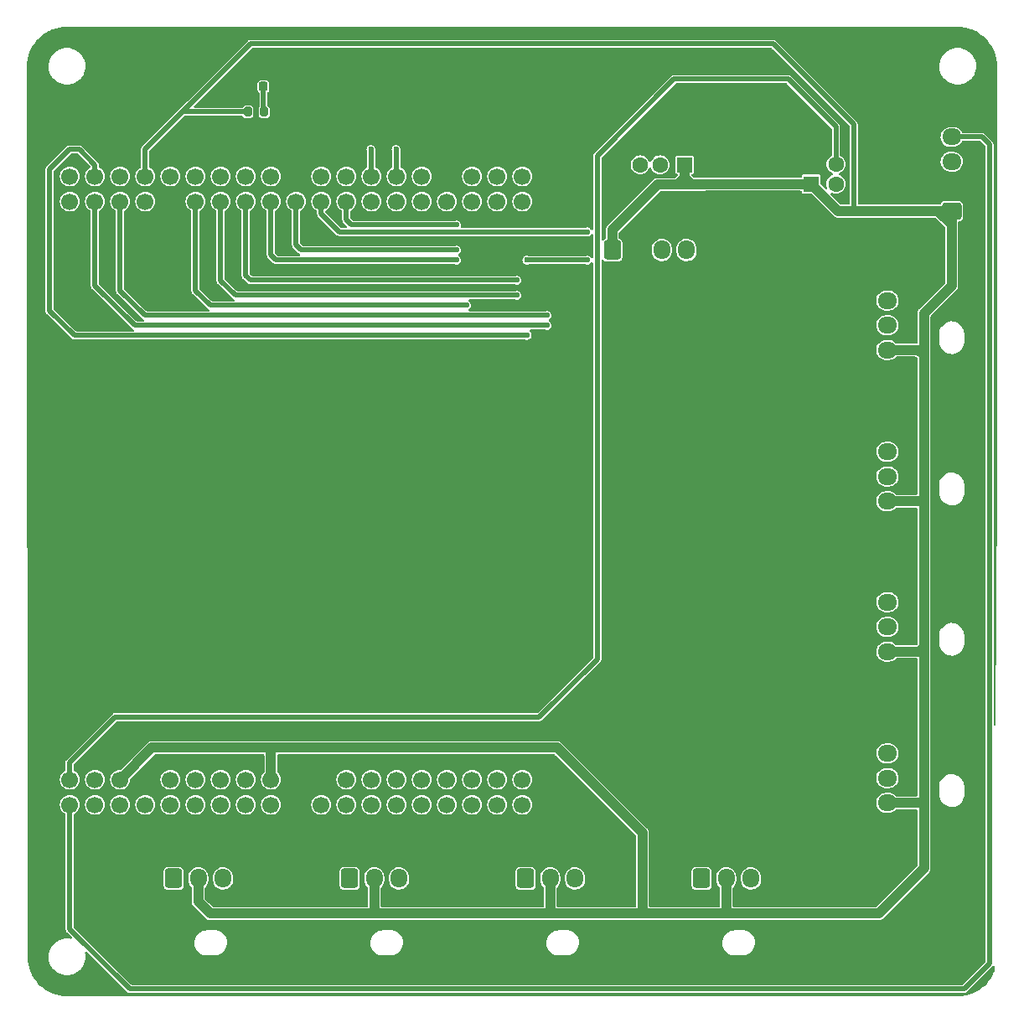
<source format=gtl>
%TF.GenerationSoftware,KiCad,Pcbnew,7.0.7*%
%TF.CreationDate,2024-03-01T22:45:43+09:00*%
%TF.ProjectId,ALTAIR_MDD_V2-backups,414c5441-4952-45f4-9d44-445f56322d62,rev?*%
%TF.SameCoordinates,Original*%
%TF.FileFunction,Copper,L1,Top*%
%TF.FilePolarity,Positive*%
%FSLAX46Y46*%
G04 Gerber Fmt 4.6, Leading zero omitted, Abs format (unit mm)*
G04 Created by KiCad (PCBNEW 7.0.7) date 2024-03-01 22:45:43*
%MOMM*%
%LPD*%
G01*
G04 APERTURE LIST*
G04 Aperture macros list*
%AMRoundRect*
0 Rectangle with rounded corners*
0 $1 Rounding radius*
0 $2 $3 $4 $5 $6 $7 $8 $9 X,Y pos of 4 corners*
0 Add a 4 corners polygon primitive as box body*
4,1,4,$2,$3,$4,$5,$6,$7,$8,$9,$2,$3,0*
0 Add four circle primitives for the rounded corners*
1,1,$1+$1,$2,$3*
1,1,$1+$1,$4,$5*
1,1,$1+$1,$6,$7*
1,1,$1+$1,$8,$9*
0 Add four rect primitives between the rounded corners*
20,1,$1+$1,$2,$3,$4,$5,0*
20,1,$1+$1,$4,$5,$6,$7,0*
20,1,$1+$1,$6,$7,$8,$9,0*
20,1,$1+$1,$8,$9,$2,$3,0*%
G04 Aperture macros list end*
%TA.AperFunction,ComponentPad*%
%ADD10C,1.700000*%
%TD*%
%TA.AperFunction,ComponentPad*%
%ADD11RoundRect,0.250000X0.725000X-0.600000X0.725000X0.600000X-0.725000X0.600000X-0.725000X-0.600000X0*%
%TD*%
%TA.AperFunction,ComponentPad*%
%ADD12O,1.950000X1.700000*%
%TD*%
%TA.AperFunction,ComponentPad*%
%ADD13RoundRect,0.250000X-0.600000X-0.725000X0.600000X-0.725000X0.600000X0.725000X-0.600000X0.725000X0*%
%TD*%
%TA.AperFunction,ComponentPad*%
%ADD14O,1.700000X1.950000*%
%TD*%
%TA.AperFunction,ComponentPad*%
%ADD15R,1.600000X1.500000*%
%TD*%
%TA.AperFunction,ComponentPad*%
%ADD16C,1.600000*%
%TD*%
%TA.AperFunction,ComponentPad*%
%ADD17C,3.000000*%
%TD*%
%TA.AperFunction,ComponentPad*%
%ADD18R,1.600000X1.600000*%
%TD*%
%TA.AperFunction,ComponentPad*%
%ADD19C,4.000000*%
%TD*%
%TA.AperFunction,SMDPad,CuDef*%
%ADD20RoundRect,0.200000X0.200000X0.275000X-0.200000X0.275000X-0.200000X-0.275000X0.200000X-0.275000X0*%
%TD*%
%TA.AperFunction,SMDPad,CuDef*%
%ADD21RoundRect,0.218750X-0.218750X-0.256250X0.218750X-0.256250X0.218750X0.256250X-0.218750X0.256250X0*%
%TD*%
%TA.AperFunction,ViaPad*%
%ADD22C,0.600000*%
%TD*%
%TA.AperFunction,Conductor*%
%ADD23C,0.500000*%
%TD*%
%TA.AperFunction,Conductor*%
%ADD24C,1.000000*%
%TD*%
G04 APERTURE END LIST*
D10*
%TO.P,U2,1,RESET*%
%TO.N,unconnected-(U2-RESET-Pad1)*%
X125515000Y-122095000D03*
%TO.P,U2,2,BOOT0*%
%TO.N,unconnected-(U2-BOOT0-Pad2)*%
X117895000Y-124635000D03*
%TO.P,U2,3,IOREF*%
%TO.N,unconnected-(U2-IOREF-Pad3)*%
X122975000Y-122095000D03*
%TO.P,U2,4,AVDD*%
%TO.N,unconnected-(U2-AVDD-Pad4)*%
X117895000Y-63675000D03*
%TO.P,U2,5,VDD*%
%TO.N,unconnected-(U2-VDD-Pad5)*%
X115355000Y-124635000D03*
%TO.P,U2,6,VBAT*%
%TO.N,unconnected-(U2-VBAT-Pad6)*%
X150915000Y-124635000D03*
%TO.P,U2,7,VIN*%
%TO.N,unconnected-(U2-VIN-Pad7)*%
X138215000Y-122095000D03*
%TO.P,U2,8,U5V*%
%TO.N,+5V*%
X117895000Y-61135000D03*
%TO.P,U2,9,E5V*%
X115355000Y-122095000D03*
%TO.P,U2,10,+5V*%
X130595000Y-122095000D03*
%TO.P,U2,11,+3V3*%
%TO.N,+3.3V*%
X128055000Y-122095000D03*
%TO.P,U2,12,PA0(TIM2_CH1/TIM5_CH1/UART4_TX)*%
%TO.N,A0*%
X143295000Y-122095000D03*
%TO.P,U2,13,PA1(TIM2_CH2/TIM5CH2/UART4_RX)*%
%TO.N,A1*%
X145835000Y-122095000D03*
%TO.P,U2,14,PA2(TIM2_CH3/TIM5_CH3/TIM9_CH1/USART2_TX)*%
%TO.N,A2*%
X153455000Y-63675000D03*
%TO.P,U2,15,PA3(TIM2_CH4/TIM5_CH4/TIM9_CH2/USART2_RX)*%
%TO.N,A3*%
X155995000Y-63675000D03*
%TO.P,U2,16,PA4*%
%TO.N,unconnected-(U2-PA4-Pad16)*%
X148375000Y-122095000D03*
%TO.P,U2,17,PA5(TIM2_CH1)*%
%TO.N,A5*%
X122975000Y-63675000D03*
%TO.P,U2,18,PA6(TIM3_CH1/TIM13_CH1)*%
%TO.N,A6*%
X125515000Y-63675000D03*
%TO.P,U2,19,PA7(TIM3_CH2/TIM14_CH1)*%
%TO.N,A7*%
X128055000Y-63675000D03*
%TO.P,U2,20,PA8(TIM1_CH1/12C3_SCL)*%
%TO.N,A8*%
X138215000Y-63675000D03*
%TO.P,U2,21,PA9(TIM1_CH2/USART1_TX)*%
%TO.N,A9*%
X135675000Y-63675000D03*
%TO.P,U2,22,PA10(TIM1_CH3/USART1_RX)*%
%TO.N,A10*%
X150915000Y-63675000D03*
%TO.P,U2,23,PA11(TIM1_CH4/CAN1_RX)*%
%TO.N,A11*%
X125515000Y-61135000D03*
%TO.P,U2,24,PA12(CAN1_TX)*%
%TO.N,unconnected-(U2-PA12(CAN1_TX)-Pad24)*%
X122975000Y-61135000D03*
%TO.P,U2,25,PA13(JTCK-SWDIO)*%
%TO.N,unconnected-(U2-PA13(JTCK-SWDIO)-Pad25)*%
X125515000Y-124635000D03*
%TO.P,U2,26,PA14(JTCK-SWCLK)*%
%TO.N,unconnected-(U2-PA14(JTCK-SWCLK)-Pad26)*%
X128055000Y-124635000D03*
%TO.P,U2,27,PA15(TIM2_CH1)*%
%TO.N,unconnected-(U2-PA15(TIM2_CH1)-Pad27)*%
X130595000Y-124635000D03*
%TO.P,U2,28,PD2(UART5_RX)*%
%TO.N,unconnected-(U2-PD2(UART5_RX)-Pad28)*%
X112815000Y-122095000D03*
%TO.P,U2,29,PH0*%
%TO.N,unconnected-(U2-PH0-Pad29)*%
X145835000Y-124635000D03*
%TO.P,U2,30,PH1*%
%TO.N,unconnected-(U2-PH1-Pad30)*%
X148375000Y-124635000D03*
%TO.P,U2,31,(TIM3_CH3)PB0*%
%TO.N,B0*%
X150915000Y-122095000D03*
%TO.P,U2,32,(TIM3_CH4)PB1*%
%TO.N,B1*%
X138215000Y-61135000D03*
%TO.P,U2,33,(TIM2_CH4)PB2*%
%TO.N,B2*%
X135675000Y-61135000D03*
%TO.P,U2,34,(TIM3_CH1/12C2_SDA)PB3*%
%TO.N,B3*%
X148375000Y-63675000D03*
%TO.P,U2,35,(TIM3_CH1/12C3_SDA)PB4*%
%TO.N,unconnected-(U2-(TIM3_CH1{slash}12C3_SDA)PB4-Pad35)*%
X143295000Y-63675000D03*
%TO.P,U2,36,(TIM3_CH2/CAN2_RX)PB5*%
%TO.N,unconnected-(U2-(TIM3_CH2{slash}CAN2_RX)PB5-Pad36)*%
X145835000Y-63675000D03*
%TO.P,U2,37,(TIM4_CH1/12C1_SCL/USART1_TX/CAN2_TX)PB6*%
%TO.N,B6*%
X130595000Y-63675000D03*
%TO.P,U2,38,(TIM4_CH2/12C1_SDA/USART1_RX)PB7*%
%TO.N,B7*%
X135675000Y-124635000D03*
%TO.P,U2,39,(TIM2_CH1/TIM4_CH3/TIM10_CH1/12C1_SCL/CAN1_RX)PB8*%
%TO.N,B8*%
X112815000Y-63675000D03*
%TO.P,U2,40,(TIM2_CH2/TIM4_CH4/TIM11_CH1/12C1_SDA/CAN1_TX)PB9*%
%TO.N,B9*%
X115355000Y-63675000D03*
%TO.P,U2,41,(TIM_2CH3/12C2_SCL/USART3_RX)PB10*%
%TO.N,unconnected-(U2-(TIM_2CH3{slash}12C2_SCL{slash}USART3_RX)PB10-Pad41)*%
X140755000Y-63675000D03*
%TO.P,U2,42,(CAN2_RX)PB12*%
%TO.N,unconnected-(U2-(CAN2_RX)PB12-Pad42)*%
X128055000Y-61135000D03*
%TO.P,U2,43,(CAN2_TX)PB13*%
%TO.N,unconnected-(U2-(CAN2_TX)PB13-Pad43)*%
X145835000Y-61135000D03*
%TO.P,U2,44,(TIM12_CH1)PB14*%
%TO.N,B14*%
X143295000Y-61135000D03*
%TO.P,U2,45,(TIM12_CH2)PB15*%
%TO.N,B15*%
X140755000Y-61135000D03*
%TO.P,U2,46,PC0(PB9)*%
%TO.N,Net-(U2-PC0(PB9))*%
X155995000Y-122095000D03*
%TO.P,U2,47,PC1(PB9)*%
%TO.N,Net-(U2-PC1(PB9))*%
X153455000Y-122095000D03*
%TO.P,U2,48,PC2*%
%TO.N,Net-(U2-PC2)*%
X153455000Y-124635000D03*
%TO.P,U2,49,PC3*%
%TO.N,Net-(U2-PC3)*%
X155995000Y-124635000D03*
%TO.P,U2,50,PC4*%
%TO.N,unconnected-(U2-PC4-Pad50)*%
X150915000Y-61135000D03*
%TO.P,U2,51,(USART3_RX)PC5*%
%TO.N,unconnected-(U2-(USART3_RX)PC5-Pad51)*%
X115355000Y-61135000D03*
%TO.P,U2,52,(TIM3_CH1/TIM8_CH1/USART6_TX)PC6*%
%TO.N,C6*%
X112815000Y-61135000D03*
%TO.P,U2,53,(TIM3_CH2/TIM8_CH2/USART6_RX)PC7*%
%TO.N,C7*%
X133135000Y-63675000D03*
%TO.P,U2,54,(TIM3_CH3/TIM8_CH3)PC8*%
%TO.N,C8*%
X110275000Y-61135000D03*
%TO.P,U2,55,(TIM3_CH4/TIM8_CH4/12C3_SDA)PC9*%
%TO.N,C9*%
X110275000Y-63675000D03*
%TO.P,U2,56,(USART3_TX/UART4_TX)PC10*%
%TO.N,C10*%
X110275000Y-124635000D03*
%TO.P,U2,57,(USART3_RX/UART4_RX)PC11*%
%TO.N,C11*%
X110275000Y-122095000D03*
%TO.P,U2,58,(12C2_SDA/UART5_TX)PC12*%
%TO.N,unconnected-(U2-(12C2_SDA{slash}UART5_TX)PC12-Pad58)*%
X112815000Y-124635000D03*
%TO.P,U2,59,PC13*%
%TO.N,unconnected-(U2-PC13-Pad59)*%
X138215000Y-124635000D03*
%TO.P,U2,60,PC14*%
%TO.N,unconnected-(U2-PC14-Pad60)*%
X140755000Y-124635000D03*
%TO.P,U2,61,PC15*%
%TO.N,unconnected-(U2-PC15-Pad61)*%
X143295000Y-124635000D03*
%TO.P,U2,62,GND*%
%TO.N,GND*%
X133135000Y-124635000D03*
X117895000Y-122095000D03*
X133135000Y-122095000D03*
X135675000Y-122095000D03*
X120435000Y-63675000D03*
X133135000Y-61135000D03*
X148375000Y-61135000D03*
%TO.P,U2,63*%
%TO.N,N/C*%
X122975000Y-124635000D03*
%TO.P,U2,64*%
X120435000Y-122095000D03*
%TO.P,U2,65*%
X120435000Y-124635000D03*
%TO.P,U2,66*%
X140755000Y-122095000D03*
%TO.P,U2,67*%
X120435000Y-61135000D03*
%TO.P,U2,68*%
X130595000Y-61135000D03*
%TO.P,U2,69*%
X153455000Y-61135000D03*
%TO.P,U2,70*%
X155995000Y-61135000D03*
%TD*%
D11*
%TO.P,J2,1,Pin_1*%
%TO.N,GND*%
X192890000Y-96460000D03*
D12*
%TO.P,J2,2,Pin_2*%
%TO.N,+5V*%
X192890000Y-93960000D03*
%TO.P,J2,3,Pin_3*%
%TO.N,A8*%
X192890000Y-91460000D03*
%TO.P,J2,4,Pin_4*%
%TO.N,A11*%
X192890000Y-88960000D03*
%TD*%
D11*
%TO.P,J3,1,Pin_1*%
%TO.N,GND*%
X192890000Y-111660000D03*
D12*
%TO.P,J3,2,Pin_2*%
%TO.N,+5V*%
X192890000Y-109160000D03*
%TO.P,J3,3,Pin_3*%
%TO.N,A6*%
X192890000Y-106660000D03*
%TO.P,J3,4,Pin_4*%
%TO.N,A7*%
X192890000Y-104160000D03*
%TD*%
D11*
%TO.P,J1,1,Pin_1*%
%TO.N,GND*%
X192890000Y-81180000D03*
D12*
%TO.P,J1,2,Pin_2*%
%TO.N,+5V*%
X192890000Y-78680000D03*
%TO.P,J1,3,Pin_3*%
%TO.N,B14*%
X192890000Y-76180000D03*
%TO.P,J1,4,Pin_4*%
%TO.N,B15*%
X192890000Y-73680000D03*
%TD*%
D13*
%TO.P,J7,1,Pin_1*%
%TO.N,B6*%
X156330000Y-132080000D03*
D14*
%TO.P,J7,2,Pin_2*%
%TO.N,+5V*%
X158830000Y-132080000D03*
%TO.P,J7,3,Pin_3*%
%TO.N,B7*%
X161330000Y-132080000D03*
%TO.P,J7,4,Pin_4*%
%TO.N,GND*%
X163830000Y-132080000D03*
%TD*%
D11*
%TO.P,J14,1,Pin_1*%
%TO.N,+5V*%
X199390000Y-64650000D03*
D12*
%TO.P,J14,2,Pin_2*%
%TO.N,GND*%
X199390000Y-62150000D03*
%TO.P,J14,3,Pin_3*%
%TO.N,C11*%
X199390000Y-59650000D03*
%TO.P,J14,4,Pin_4*%
%TO.N,C10*%
X199390000Y-57150000D03*
%TD*%
D11*
%TO.P,J4,1,Pin_1*%
%TO.N,GND*%
X192890000Y-126940000D03*
D12*
%TO.P,J4,2,Pin_2*%
%TO.N,+5V*%
X192890000Y-124440000D03*
%TO.P,J4,3,Pin_3*%
%TO.N,B8*%
X192890000Y-121940000D03*
%TO.P,J4,4,Pin_4*%
%TO.N,B9*%
X192890000Y-119440000D03*
%TD*%
D15*
%TO.P,J11,1,VBUS*%
%TO.N,+5V*%
X172410000Y-59970000D03*
D16*
%TO.P,J11,2,D-*%
%TO.N,A10*%
X169910000Y-59970000D03*
%TO.P,J11,3,D+*%
%TO.N,A9*%
X167910000Y-59970000D03*
%TO.P,J11,4,GND*%
%TO.N,GND*%
X165410000Y-59970000D03*
D17*
%TO.P,J11,5,Shield*%
X175480000Y-57260000D03*
X162340000Y-57260000D03*
%TD*%
D13*
%TO.P,J13,1,Pin_1*%
%TO.N,+5V*%
X165100000Y-68580000D03*
D14*
%TO.P,J13,2,Pin_2*%
%TO.N,GND*%
X167600000Y-68580000D03*
%TO.P,J13,3,Pin_3*%
%TO.N,A9*%
X170100000Y-68580000D03*
%TO.P,J13,4,Pin_4*%
%TO.N,A10*%
X172600000Y-68580000D03*
%TD*%
D18*
%TO.P,J12,1,VBUS*%
%TO.N,+5V*%
X185186000Y-61905500D03*
D16*
%TO.P,J12,2,D-*%
%TO.N,C10*%
X187686000Y-61905500D03*
%TO.P,J12,3,D+*%
%TO.N,C11*%
X187686000Y-59905500D03*
%TO.P,J12,4,GND*%
%TO.N,GND*%
X185186000Y-59905500D03*
D19*
%TO.P,J12,5,Shield*%
X180436000Y-57045500D03*
X192436000Y-57045500D03*
%TD*%
D13*
%TO.P,J6,1,Pin_1*%
%TO.N,B3*%
X138550000Y-132080000D03*
D14*
%TO.P,J6,2,Pin_2*%
%TO.N,+5V*%
X141050000Y-132080000D03*
%TO.P,J6,3,Pin_3*%
%TO.N,A5*%
X143550000Y-132080000D03*
%TO.P,J6,4,Pin_4*%
%TO.N,GND*%
X146050000Y-132080000D03*
%TD*%
D13*
%TO.P,J8,1,Pin_1*%
%TO.N,C6*%
X174110000Y-132080000D03*
D14*
%TO.P,J8,2,Pin_2*%
%TO.N,+5V*%
X176610000Y-132080000D03*
%TO.P,J8,3,Pin_3*%
%TO.N,C7*%
X179110000Y-132080000D03*
%TO.P,J8,4,Pin_4*%
%TO.N,GND*%
X181610000Y-132080000D03*
%TD*%
D20*
%TO.P,R1,1*%
%TO.N,Net-(LED1-A)*%
X129920000Y-54610000D03*
%TO.P,R1,2*%
%TO.N,+5V*%
X128270000Y-54610000D03*
%TD*%
D13*
%TO.P,J5,1,Pin_1*%
%TO.N,A0*%
X120770000Y-132080000D03*
D14*
%TO.P,J5,2,Pin_2*%
%TO.N,+5V*%
X123270000Y-132080000D03*
%TO.P,J5,3,Pin_3*%
%TO.N,A1*%
X125770000Y-132080000D03*
%TO.P,J5,4,Pin_4*%
%TO.N,GND*%
X128270000Y-132080000D03*
%TD*%
D21*
%TO.P,LED1,1,K*%
%TO.N,GND*%
X128270000Y-52070000D03*
%TO.P,LED1,2,A*%
%TO.N,Net-(LED1-A)*%
X129845000Y-52070000D03*
%TD*%
D22*
%TO.N,GND*%
X121412000Y-120396000D03*
X125476000Y-120396000D03*
%TO.N,B14*%
X143256000Y-58420000D03*
%TO.N,B15*%
X140716000Y-58420000D03*
%TO.N,A8*%
X149352000Y-66040000D03*
%TO.N,A6*%
X155448000Y-73152000D03*
%TO.N,A7*%
X155448000Y-71628000D03*
%TO.N,A5*%
X150368000Y-74168000D03*
%TO.N,B6*%
X149352000Y-69596000D03*
%TO.N,B8*%
X158496000Y-76200000D03*
%TO.N,B9*%
X158496000Y-75184000D03*
%TO.N,C6*%
X156489400Y-77190600D03*
%TO.N,C7*%
X149352000Y-68580000D03*
%TO.N,A9*%
X162560000Y-66742400D03*
%TO.N,A10*%
X156464000Y-69596000D03*
X162560000Y-69596000D03*
%TD*%
D23*
%TO.N,+5V*%
X121666000Y-54610000D02*
X122428000Y-53848000D01*
X122428000Y-53848000D02*
X128524000Y-47752000D01*
X121920000Y-54356000D02*
X122428000Y-53848000D01*
%TO.N,B14*%
X143256000Y-61096000D02*
X143295000Y-61135000D01*
X143256000Y-58420000D02*
X143256000Y-61096000D01*
%TO.N,B15*%
X140716000Y-61096000D02*
X140755000Y-61135000D01*
X140716000Y-58420000D02*
X140716000Y-61096000D01*
%TO.N,A8*%
X149352000Y-66040000D02*
X138723000Y-66040000D01*
X138723000Y-66040000D02*
X138215000Y-65532000D01*
X138215000Y-65532000D02*
X138215000Y-63675000D01*
%TO.N,A6*%
X155448000Y-73152000D02*
X127000000Y-73152000D01*
X127000000Y-73152000D02*
X125515000Y-71667000D01*
X125515000Y-71667000D02*
X125515000Y-63675000D01*
%TO.N,A7*%
X155448000Y-71628000D02*
X128524000Y-71628000D01*
X128524000Y-71628000D02*
X128055000Y-71159000D01*
X128055000Y-71159000D02*
X128055000Y-63675000D01*
%TO.N,A5*%
X122975000Y-72683000D02*
X122975000Y-63675000D01*
X150368000Y-74168000D02*
X124460000Y-74168000D01*
X124460000Y-74168000D02*
X122975000Y-72683000D01*
%TO.N,B6*%
X131103000Y-69596000D02*
X130595000Y-69088000D01*
X149352000Y-69596000D02*
X131103000Y-69596000D01*
X130595000Y-69088000D02*
X130595000Y-63675000D01*
%TO.N,B8*%
X112815000Y-72175000D02*
X112815000Y-63675000D01*
X116840000Y-76200000D02*
X112815000Y-72175000D01*
X158496000Y-76200000D02*
X116840000Y-76200000D01*
%TO.N,B9*%
X115355000Y-72683000D02*
X115355000Y-63675000D01*
X117856000Y-75184000D02*
X115355000Y-72683000D01*
X158496000Y-75184000D02*
X117856000Y-75184000D01*
%TO.N,Net-(LED1-A)*%
X129845000Y-54535000D02*
X129920000Y-54610000D01*
X129845000Y-52070000D02*
X129845000Y-54535000D01*
%TO.N,C6*%
X112815000Y-59983000D02*
X112815000Y-61135000D01*
X108230000Y-74702000D02*
X108230000Y-60426000D01*
X156464000Y-77216000D02*
X110744000Y-77216000D01*
X111252000Y-58420000D02*
X112815000Y-59983000D01*
X108230000Y-60426000D02*
X110236000Y-58420000D01*
X110236000Y-58420000D02*
X111252000Y-58420000D01*
X156489400Y-77190600D02*
X156464000Y-77216000D01*
X110744000Y-77216000D02*
X108230000Y-74702000D01*
%TO.N,C7*%
X133135000Y-68072000D02*
X133135000Y-63675000D01*
X133643000Y-68580000D02*
X133135000Y-68072000D01*
X149352000Y-68580000D02*
X133643000Y-68580000D01*
%TO.N,C10*%
X116332000Y-143256000D02*
X110275000Y-137199000D01*
X203200000Y-140698678D02*
X200642678Y-143256000D01*
X110275000Y-137199000D02*
X110275000Y-124635000D01*
X200642678Y-143256000D02*
X116332000Y-143256000D01*
X202438000Y-57150000D02*
X203200000Y-57912000D01*
X203200000Y-57912000D02*
X203200000Y-140698678D01*
X199390000Y-57150000D02*
X202438000Y-57150000D01*
%TO.N,C11*%
X110275000Y-122095000D02*
X110236000Y-122056000D01*
X163576000Y-109904000D02*
X163576000Y-59054000D01*
X110236000Y-120396000D02*
X114862000Y-115770000D01*
X110236000Y-122056000D02*
X110236000Y-120396000D01*
X114862000Y-115770000D02*
X157710000Y-115770000D01*
X157710000Y-115770000D02*
X163576000Y-109904000D01*
X182880000Y-51308000D02*
X187686000Y-56114000D01*
X163576000Y-59054000D02*
X171322000Y-51308000D01*
X187686000Y-56114000D02*
X187686000Y-59905500D01*
X171322000Y-51308000D02*
X182880000Y-51308000D01*
D24*
%TO.N,+5V*%
X118578000Y-118872000D02*
X115355000Y-122095000D01*
X192890000Y-109160000D02*
X196148000Y-109160000D01*
X197612000Y-64650000D02*
X199390000Y-64650000D01*
X196596000Y-79248000D02*
X196596000Y-93980000D01*
X158830000Y-135462000D02*
X159004000Y-135636000D01*
X192890000Y-124440000D02*
X196576000Y-124440000D01*
X169672000Y-61976000D02*
X171704000Y-61976000D01*
X196596000Y-124460000D02*
X196596000Y-131064000D01*
D23*
X128524000Y-47752000D02*
X181356000Y-47752000D01*
D24*
X130556000Y-118872000D02*
X118578000Y-118872000D01*
X199390000Y-72180000D02*
X196745000Y-74825000D01*
X187930500Y-64650000D02*
X189484000Y-64650000D01*
X185186000Y-61905500D02*
X187930500Y-64650000D01*
X141224000Y-135636000D02*
X124460000Y-135636000D01*
X168148000Y-135636000D02*
X168148000Y-127508000D01*
X196745000Y-74825000D02*
X196596000Y-74974000D01*
D23*
X117895000Y-58381000D02*
X121666000Y-54610000D01*
D24*
X174244000Y-61905500D02*
X185186000Y-61905500D01*
X196596000Y-93980000D02*
X196596000Y-108712000D01*
X196028000Y-78680000D02*
X196596000Y-79248000D01*
X172410000Y-61270000D02*
X172410000Y-59970000D01*
X196576000Y-93960000D02*
X196596000Y-93980000D01*
X168148000Y-135636000D02*
X159004000Y-135636000D01*
X174173500Y-61976000D02*
X174244000Y-61905500D01*
X158830000Y-132080000D02*
X158830000Y-135462000D01*
X159004000Y-135636000D02*
X141224000Y-135636000D01*
D23*
X121920000Y-54610000D02*
X121920000Y-54356000D01*
D24*
X141050000Y-135462000D02*
X141224000Y-135636000D01*
X173045500Y-61905500D02*
X174244000Y-61905500D01*
X171704000Y-61976000D02*
X172410000Y-61270000D01*
D23*
X117895000Y-61135000D02*
X117895000Y-58381000D01*
D24*
X165100000Y-68580000D02*
X165100000Y-66548000D01*
D23*
X181356000Y-47752000D02*
X189484000Y-55880000D01*
D24*
X192024000Y-135636000D02*
X176784000Y-135636000D01*
X199390000Y-64650000D02*
X199390000Y-66040000D01*
X176784000Y-135636000D02*
X168148000Y-135636000D01*
X176610000Y-132080000D02*
X176610000Y-135462000D01*
X159512000Y-118872000D02*
X130556000Y-118872000D01*
X196148000Y-109160000D02*
X196596000Y-108712000D01*
X196576000Y-124440000D02*
X196596000Y-124460000D01*
X171774500Y-61905500D02*
X185186000Y-61905500D01*
X196596000Y-108712000D02*
X196596000Y-124460000D01*
X192890000Y-78680000D02*
X196028000Y-78680000D01*
X141050000Y-132080000D02*
X141050000Y-135462000D01*
X192890000Y-93960000D02*
X196576000Y-93960000D01*
X197612000Y-64650000D02*
X198000000Y-64650000D01*
X168148000Y-127508000D02*
X159512000Y-118872000D01*
X198000000Y-64650000D02*
X199390000Y-66040000D01*
X172410000Y-61270000D02*
X173045500Y-61905500D01*
X124460000Y-135636000D02*
X123270000Y-134446000D01*
X199390000Y-66040000D02*
X199390000Y-72180000D01*
X196596000Y-131064000D02*
X192024000Y-135636000D01*
X130556000Y-118872000D02*
X130595000Y-118911000D01*
D23*
X121920000Y-54610000D02*
X128270000Y-54610000D01*
D24*
X171704000Y-61976000D02*
X171774500Y-61905500D01*
X176610000Y-135462000D02*
X176784000Y-135636000D01*
X171704000Y-61976000D02*
X174173500Y-61976000D01*
X196596000Y-74974000D02*
X196596000Y-79248000D01*
X130595000Y-118911000D02*
X130595000Y-122095000D01*
D23*
X189484000Y-55880000D02*
X189484000Y-64650000D01*
D24*
X123270000Y-134446000D02*
X123270000Y-132080000D01*
X189484000Y-64650000D02*
X197612000Y-64650000D01*
D23*
X121666000Y-54610000D02*
X121920000Y-54610000D01*
D24*
X165100000Y-66548000D02*
X169672000Y-61976000D01*
D23*
%TO.N,A9*%
X137540319Y-66742400D02*
X135675000Y-64877081D01*
X162560000Y-66742400D02*
X137540319Y-66742400D01*
X135675000Y-64877081D02*
X135675000Y-63675000D01*
%TO.N,A10*%
X156464000Y-69596000D02*
X162560000Y-69596000D01*
%TD*%
%TA.AperFunction,Conductor*%
%TO.N,GND*%
G36*
X182728791Y-51730585D02*
G01*
X182749433Y-51747219D01*
X187246781Y-56244567D01*
X187280266Y-56305890D01*
X187283100Y-56332248D01*
X187283100Y-58966049D01*
X187263415Y-59033088D01*
X187217554Y-59075406D01*
X187154035Y-59109359D01*
X187154033Y-59109360D01*
X187154032Y-59109361D01*
X187008936Y-59228436D01*
X186889859Y-59373534D01*
X186889854Y-59373540D01*
X186801376Y-59539071D01*
X186746886Y-59718700D01*
X186728489Y-59905500D01*
X186746886Y-60092299D01*
X186801376Y-60271928D01*
X186889854Y-60437459D01*
X186889859Y-60437465D01*
X187008936Y-60582563D01*
X187154034Y-60701640D01*
X187154040Y-60701645D01*
X187319570Y-60790122D01*
X187319576Y-60790125D01*
X187319580Y-60790126D01*
X187321539Y-60790938D01*
X187322411Y-60791641D01*
X187324948Y-60792997D01*
X187324690Y-60793477D01*
X187375943Y-60834779D01*
X187398009Y-60901072D01*
X187380731Y-60968772D01*
X187329594Y-61016383D01*
X187321539Y-61020062D01*
X187319570Y-61020877D01*
X187154040Y-61109354D01*
X187154034Y-61109359D01*
X187008936Y-61228436D01*
X186889859Y-61373534D01*
X186889854Y-61373540D01*
X186801376Y-61539071D01*
X186746886Y-61718700D01*
X186728489Y-61905500D01*
X186746886Y-62092299D01*
X186799456Y-62265598D01*
X186800079Y-62335465D01*
X186762831Y-62394578D01*
X186699537Y-62424168D01*
X186630292Y-62414843D01*
X186593114Y-62389274D01*
X186175218Y-61971378D01*
X186141733Y-61910055D01*
X186138899Y-61883697D01*
X186138899Y-61090445D01*
X186137653Y-61084180D01*
X186130028Y-61045842D01*
X186130026Y-61045840D01*
X186130026Y-61045838D01*
X186096234Y-60995266D01*
X186056583Y-60968772D01*
X186045658Y-60961472D01*
X186045657Y-60961471D01*
X186045656Y-60961471D01*
X186045654Y-60961470D01*
X186001059Y-60952600D01*
X184370945Y-60952600D01*
X184326341Y-60961472D01*
X184326338Y-60961473D01*
X184275766Y-60995265D01*
X184241971Y-61045843D01*
X184241970Y-61045845D01*
X184233100Y-61090440D01*
X184233100Y-61128600D01*
X184213415Y-61195639D01*
X184160611Y-61241394D01*
X184109100Y-61252600D01*
X174329768Y-61252600D01*
X174313720Y-61250828D01*
X174313698Y-61251066D01*
X174305932Y-61250332D01*
X174305931Y-61250332D01*
X174233755Y-61252600D01*
X173367302Y-61252600D01*
X173300263Y-61232915D01*
X173279621Y-61216281D01*
X173147520Y-61084180D01*
X173114035Y-61022857D01*
X173119019Y-60953165D01*
X173160891Y-60897232D01*
X173219183Y-60874599D01*
X173219082Y-60874087D01*
X173221997Y-60873507D01*
X173223059Y-60873095D01*
X173225048Y-60872899D01*
X173225056Y-60872899D01*
X173269658Y-60864028D01*
X173320234Y-60830234D01*
X173354028Y-60779658D01*
X173362900Y-60735057D01*
X173362899Y-59204944D01*
X173354028Y-59160342D01*
X173354026Y-59160340D01*
X173354026Y-59160338D01*
X173320234Y-59109766D01*
X173283732Y-59085376D01*
X173269658Y-59075972D01*
X173269657Y-59075971D01*
X173269656Y-59075971D01*
X173269654Y-59075970D01*
X173225059Y-59067100D01*
X171594945Y-59067100D01*
X171550341Y-59075972D01*
X171550338Y-59075973D01*
X171499766Y-59109765D01*
X171465971Y-59160343D01*
X171465970Y-59160345D01*
X171457100Y-59204940D01*
X171457100Y-60735054D01*
X171465972Y-60779658D01*
X171465973Y-60779661D01*
X171499765Y-60830233D01*
X171499766Y-60830234D01*
X171550342Y-60864028D01*
X171550343Y-60864028D01*
X171550345Y-60864029D01*
X171594936Y-60872899D01*
X171594939Y-60872899D01*
X171594943Y-60872900D01*
X171594946Y-60872899D01*
X171596937Y-60873096D01*
X171597919Y-60873492D01*
X171600918Y-60874089D01*
X171600804Y-60874657D01*
X171661727Y-60899249D01*
X171702093Y-60956279D01*
X171705217Y-61026079D01*
X171672478Y-61084181D01*
X171469879Y-61286781D01*
X171408556Y-61320266D01*
X171382198Y-61323100D01*
X169757766Y-61323100D01*
X169741716Y-61321328D01*
X169741694Y-61321566D01*
X169733932Y-61320832D01*
X169733931Y-61320832D01*
X169661769Y-61323100D01*
X169630925Y-61323100D01*
X169630921Y-61323100D01*
X169630910Y-61323101D01*
X169623606Y-61324023D01*
X169617788Y-61324481D01*
X169569052Y-61326013D01*
X169569047Y-61326014D01*
X169548560Y-61331966D01*
X169529514Y-61335911D01*
X169508338Y-61338586D01*
X169508335Y-61338587D01*
X169462985Y-61356542D01*
X169457458Y-61358434D01*
X169410641Y-61372035D01*
X169392274Y-61382897D01*
X169374811Y-61391452D01*
X169354965Y-61399310D01*
X169315509Y-61427976D01*
X169310627Y-61431182D01*
X169268649Y-61456009D01*
X169253560Y-61471098D01*
X169238772Y-61483729D01*
X169221508Y-61496273D01*
X169221503Y-61496277D01*
X169190422Y-61533847D01*
X169186490Y-61538169D01*
X164698976Y-66025682D01*
X164686378Y-66035776D01*
X164686530Y-66035960D01*
X164680519Y-66040933D01*
X164631083Y-66093576D01*
X164609284Y-66115375D01*
X164604769Y-66121196D01*
X164600977Y-66125635D01*
X164567596Y-66161182D01*
X164567594Y-66161186D01*
X164557313Y-66179885D01*
X164546638Y-66196136D01*
X164533557Y-66213001D01*
X164533552Y-66213009D01*
X164514185Y-66257761D01*
X164511616Y-66263005D01*
X164488123Y-66305741D01*
X164482814Y-66326416D01*
X164476515Y-66344812D01*
X164468042Y-66364392D01*
X164468040Y-66364400D01*
X164460412Y-66412564D01*
X164459227Y-66418286D01*
X164447100Y-66465513D01*
X164447099Y-66465522D01*
X164447099Y-66486865D01*
X164445573Y-66506256D01*
X164443161Y-66521487D01*
X164442236Y-66527329D01*
X164446825Y-66575875D01*
X164447100Y-66581713D01*
X164447100Y-67353781D01*
X164427415Y-67420820D01*
X164379395Y-67464266D01*
X164373944Y-67467043D01*
X164373945Y-67467043D01*
X164260229Y-67524984D01*
X164260228Y-67524985D01*
X164260223Y-67524988D01*
X164190581Y-67594631D01*
X164129258Y-67628116D01*
X164059566Y-67623132D01*
X164003633Y-67581260D01*
X163979216Y-67515796D01*
X163978900Y-67506950D01*
X163978900Y-59969999D01*
X166952489Y-59969999D01*
X166970886Y-60156799D01*
X167025376Y-60336428D01*
X167113854Y-60501959D01*
X167113859Y-60501965D01*
X167232936Y-60647063D01*
X167378034Y-60766140D01*
X167378040Y-60766145D01*
X167543571Y-60854623D01*
X167543573Y-60854623D01*
X167543576Y-60854625D01*
X167723199Y-60909113D01*
X167910000Y-60927511D01*
X168096801Y-60909113D01*
X168276424Y-60854625D01*
X168299608Y-60842233D01*
X168441959Y-60766145D01*
X168441961Y-60766142D01*
X168441965Y-60766141D01*
X168587063Y-60647063D01*
X168706141Y-60501965D01*
X168706142Y-60501961D01*
X168706145Y-60501959D01*
X168794621Y-60336431D01*
X168794625Y-60336424D01*
X168794627Y-60336414D01*
X168795436Y-60334465D01*
X168796139Y-60333592D01*
X168797497Y-60331052D01*
X168797978Y-60331309D01*
X168839274Y-60280059D01*
X168905567Y-60257990D01*
X168973267Y-60275265D01*
X169020881Y-60326400D01*
X169024564Y-60334465D01*
X169025378Y-60336431D01*
X169113854Y-60501959D01*
X169113859Y-60501965D01*
X169232936Y-60647063D01*
X169378034Y-60766140D01*
X169378040Y-60766145D01*
X169543571Y-60854623D01*
X169543573Y-60854623D01*
X169543576Y-60854625D01*
X169723199Y-60909113D01*
X169910000Y-60927511D01*
X170096801Y-60909113D01*
X170276424Y-60854625D01*
X170299608Y-60842233D01*
X170441959Y-60766145D01*
X170441961Y-60766142D01*
X170441965Y-60766141D01*
X170587063Y-60647063D01*
X170706141Y-60501965D01*
X170706142Y-60501961D01*
X170706145Y-60501959D01*
X170794623Y-60336428D01*
X170794623Y-60336427D01*
X170794625Y-60336424D01*
X170849113Y-60156801D01*
X170867511Y-59970000D01*
X170849113Y-59783199D01*
X170794625Y-59603576D01*
X170794623Y-59603573D01*
X170794623Y-59603571D01*
X170706145Y-59438040D01*
X170706140Y-59438034D01*
X170587063Y-59292936D01*
X170441965Y-59173859D01*
X170441959Y-59173854D01*
X170276428Y-59085376D01*
X170096799Y-59030886D01*
X169910000Y-59012489D01*
X169723200Y-59030886D01*
X169543571Y-59085376D01*
X169378040Y-59173854D01*
X169378034Y-59173859D01*
X169232936Y-59292936D01*
X169113859Y-59438034D01*
X169113854Y-59438040D01*
X169025377Y-59603570D01*
X169024562Y-59605539D01*
X169023858Y-59606411D01*
X169022503Y-59608948D01*
X169022022Y-59608690D01*
X168980721Y-59659943D01*
X168914428Y-59682009D01*
X168846728Y-59664731D01*
X168799117Y-59613594D01*
X168795438Y-59605539D01*
X168794626Y-59603580D01*
X168794625Y-59603576D01*
X168792148Y-59598941D01*
X168706145Y-59438040D01*
X168706140Y-59438034D01*
X168587063Y-59292936D01*
X168441965Y-59173859D01*
X168441959Y-59173854D01*
X168276428Y-59085376D01*
X168096799Y-59030886D01*
X167910000Y-59012489D01*
X167723200Y-59030886D01*
X167543571Y-59085376D01*
X167378040Y-59173854D01*
X167378034Y-59173859D01*
X167232936Y-59292936D01*
X167113859Y-59438034D01*
X167113854Y-59438040D01*
X167025376Y-59603571D01*
X166970886Y-59783200D01*
X166952489Y-59969999D01*
X163978900Y-59969999D01*
X163978900Y-59272248D01*
X163998585Y-59205209D01*
X164015219Y-59184567D01*
X171452568Y-51747219D01*
X171513891Y-51713734D01*
X171540249Y-51710900D01*
X182661752Y-51710900D01*
X182728791Y-51730585D01*
G37*
%TD.AperFunction*%
%TA.AperFunction,Conductor*%
G36*
X199971603Y-46025491D02*
G01*
X199971657Y-46025500D01*
X199991715Y-46025500D01*
X199998560Y-46025500D01*
X200001424Y-46025566D01*
X200363859Y-46042323D01*
X200369551Y-46042849D01*
X200727480Y-46092778D01*
X200733099Y-46093828D01*
X201084891Y-46176569D01*
X201090383Y-46178132D01*
X201368362Y-46271301D01*
X201433040Y-46292979D01*
X201438357Y-46295038D01*
X201768978Y-46441021D01*
X201774078Y-46443560D01*
X201838559Y-46479476D01*
X202089795Y-46619414D01*
X202094667Y-46622430D01*
X202392803Y-46826659D01*
X202397375Y-46830112D01*
X202675402Y-47060982D01*
X202679636Y-47064842D01*
X202935157Y-47320363D01*
X202939017Y-47324597D01*
X203169887Y-47602624D01*
X203173340Y-47607196D01*
X203377569Y-47905332D01*
X203380585Y-47910204D01*
X203556433Y-48225910D01*
X203558982Y-48231029D01*
X203704956Y-48561630D01*
X203707020Y-48566959D01*
X203821865Y-48909609D01*
X203823433Y-48915120D01*
X203906169Y-49266892D01*
X203907222Y-49272524D01*
X203957148Y-49630435D01*
X203957676Y-49636140D01*
X203974434Y-49998574D01*
X203974500Y-50001438D01*
X203974500Y-92570995D01*
X203850898Y-116549685D01*
X203830868Y-116616622D01*
X203777829Y-116662104D01*
X203708621Y-116671691D01*
X203645215Y-116642339D01*
X203607744Y-116583367D01*
X203602900Y-116549046D01*
X203602900Y-57848189D01*
X203602900Y-57848187D01*
X203595992Y-57826927D01*
X203591452Y-57808015D01*
X203587957Y-57785945D01*
X203577812Y-57766036D01*
X203570368Y-57748066D01*
X203563462Y-57726808D01*
X203550326Y-57708729D01*
X203540159Y-57692137D01*
X203535621Y-57683231D01*
X203530016Y-57672229D01*
X203439771Y-57581984D01*
X203439770Y-57581983D01*
X203437438Y-57579651D01*
X203437427Y-57579641D01*
X202775086Y-56917300D01*
X202775083Y-56917296D01*
X202775083Y-56917297D01*
X202768016Y-56910230D01*
X202768016Y-56910229D01*
X202677771Y-56819984D01*
X202657855Y-56809835D01*
X202641272Y-56799674D01*
X202623193Y-56786539D01*
X202623190Y-56786538D01*
X202623187Y-56786536D01*
X202601942Y-56779633D01*
X202583972Y-56772190D01*
X202564059Y-56762045D01*
X202564058Y-56762044D01*
X202564055Y-56762043D01*
X202541982Y-56758546D01*
X202523070Y-56754006D01*
X202501817Y-56747101D01*
X202501815Y-56747100D01*
X202501813Y-56747100D01*
X202501810Y-56747100D01*
X200514463Y-56747100D01*
X200447424Y-56727415D01*
X200409233Y-56688694D01*
X200312159Y-56532953D01*
X200312156Y-56532950D01*
X200312155Y-56532948D01*
X200171633Y-56385119D01*
X200171631Y-56385118D01*
X200004218Y-56268595D01*
X199816780Y-56188159D01*
X199616985Y-56147100D01*
X199214139Y-56147100D01*
X199214138Y-56147100D01*
X199062075Y-56162562D01*
X198867469Y-56223620D01*
X198867459Y-56223625D01*
X198689119Y-56322612D01*
X198689118Y-56322612D01*
X198534359Y-56455469D01*
X198409505Y-56616765D01*
X198326227Y-56786539D01*
X198319678Y-56799891D01*
X198314476Y-56819984D01*
X198268553Y-56997348D01*
X198268552Y-56997350D01*
X198268553Y-56997350D01*
X198258222Y-57201058D01*
X198289109Y-57402676D01*
X198359948Y-57593949D01*
X198467841Y-57767047D01*
X198467842Y-57767048D01*
X198467844Y-57767051D01*
X198608366Y-57914880D01*
X198608368Y-57914881D01*
X198608370Y-57914883D01*
X198775781Y-58031404D01*
X198963220Y-58111841D01*
X199163015Y-58152900D01*
X199565862Y-58152900D01*
X199717924Y-58137437D01*
X199912530Y-58076379D01*
X199912530Y-58076378D01*
X199912539Y-58076376D01*
X200090879Y-57977389D01*
X200245643Y-57844528D01*
X200370495Y-57683234D01*
X200400390Y-57622290D01*
X200447587Y-57570771D01*
X200511717Y-57552900D01*
X202219752Y-57552900D01*
X202286791Y-57572585D01*
X202307433Y-57589219D01*
X202760781Y-58042567D01*
X202794266Y-58103890D01*
X202797100Y-58130248D01*
X202797100Y-140480429D01*
X202777415Y-140547468D01*
X202760781Y-140568110D01*
X200512111Y-142816781D01*
X200450788Y-142850266D01*
X200424430Y-142853100D01*
X116550249Y-142853100D01*
X116483210Y-142833415D01*
X116462568Y-142816781D01*
X112282117Y-138636330D01*
X122865710Y-138636330D01*
X122895925Y-138859387D01*
X122895926Y-138859390D01*
X122965483Y-139073465D01*
X123072146Y-139271678D01*
X123072148Y-139271681D01*
X123212489Y-139447663D01*
X123212491Y-139447664D01*
X123212492Y-139447666D01*
X123382004Y-139595765D01*
X123575236Y-139711215D01*
X123785976Y-139790307D01*
X124007450Y-139830500D01*
X124007453Y-139830500D01*
X124976148Y-139830500D01*
X124976155Y-139830500D01*
X125144188Y-139815377D01*
X125210503Y-139797075D01*
X125361160Y-139755496D01*
X125361162Y-139755495D01*
X125361170Y-139755493D01*
X125563973Y-139657829D01*
X125746078Y-139525522D01*
X125901632Y-139362825D01*
X126025635Y-139174968D01*
X126114103Y-138967988D01*
X126164191Y-138748537D01*
X126169230Y-138636330D01*
X140645710Y-138636330D01*
X140675925Y-138859387D01*
X140675926Y-138859390D01*
X140745483Y-139073465D01*
X140852146Y-139271678D01*
X140852148Y-139271681D01*
X140992489Y-139447663D01*
X140992491Y-139447664D01*
X140992492Y-139447666D01*
X141162004Y-139595765D01*
X141355236Y-139711215D01*
X141565976Y-139790307D01*
X141787450Y-139830500D01*
X141787453Y-139830500D01*
X142756148Y-139830500D01*
X142756155Y-139830500D01*
X142924188Y-139815377D01*
X142990503Y-139797075D01*
X143141160Y-139755496D01*
X143141162Y-139755495D01*
X143141170Y-139755493D01*
X143343973Y-139657829D01*
X143526078Y-139525522D01*
X143681632Y-139362825D01*
X143805635Y-139174968D01*
X143894103Y-138967988D01*
X143944191Y-138748537D01*
X143949230Y-138636330D01*
X158425710Y-138636330D01*
X158455925Y-138859387D01*
X158455926Y-138859390D01*
X158525483Y-139073465D01*
X158632146Y-139271678D01*
X158632148Y-139271681D01*
X158772489Y-139447663D01*
X158772491Y-139447664D01*
X158772492Y-139447666D01*
X158942004Y-139595765D01*
X159135236Y-139711215D01*
X159345976Y-139790307D01*
X159567450Y-139830500D01*
X159567453Y-139830500D01*
X160536148Y-139830500D01*
X160536155Y-139830500D01*
X160704188Y-139815377D01*
X160770503Y-139797075D01*
X160921160Y-139755496D01*
X160921162Y-139755495D01*
X160921170Y-139755493D01*
X161123973Y-139657829D01*
X161306078Y-139525522D01*
X161461632Y-139362825D01*
X161585635Y-139174968D01*
X161674103Y-138967988D01*
X161724191Y-138748537D01*
X161729230Y-138636330D01*
X176205710Y-138636330D01*
X176235925Y-138859387D01*
X176235926Y-138859390D01*
X176305483Y-139073465D01*
X176412146Y-139271678D01*
X176412148Y-139271681D01*
X176552489Y-139447663D01*
X176552491Y-139447664D01*
X176552492Y-139447666D01*
X176722004Y-139595765D01*
X176915236Y-139711215D01*
X177125976Y-139790307D01*
X177347450Y-139830500D01*
X177347453Y-139830500D01*
X178316148Y-139830500D01*
X178316155Y-139830500D01*
X178484188Y-139815377D01*
X178550503Y-139797075D01*
X178701160Y-139755496D01*
X178701162Y-139755495D01*
X178701170Y-139755493D01*
X178903973Y-139657829D01*
X179086078Y-139525522D01*
X179241632Y-139362825D01*
X179365635Y-139174968D01*
X179454103Y-138967988D01*
X179504191Y-138748537D01*
X179514290Y-138523670D01*
X179484075Y-138300613D01*
X179414517Y-138086536D01*
X179307852Y-137888319D01*
X179167508Y-137712334D01*
X178997996Y-137564235D01*
X178804764Y-137448785D01*
X178686775Y-137404503D01*
X178594023Y-137369692D01*
X178372550Y-137329500D01*
X178372547Y-137329500D01*
X177403845Y-137329500D01*
X177365399Y-137332960D01*
X177235813Y-137344622D01*
X177235807Y-137344623D01*
X177018839Y-137404503D01*
X177018826Y-137404508D01*
X176816033Y-137502167D01*
X176816025Y-137502171D01*
X176633927Y-137634473D01*
X176633925Y-137634474D01*
X176478366Y-137797176D01*
X176354363Y-137985033D01*
X176265899Y-138192004D01*
X176265895Y-138192017D01*
X176215810Y-138411457D01*
X176215808Y-138411468D01*
X176210769Y-138523674D01*
X176205710Y-138636330D01*
X161729230Y-138636330D01*
X161734290Y-138523670D01*
X161704075Y-138300613D01*
X161634517Y-138086536D01*
X161527852Y-137888319D01*
X161387508Y-137712334D01*
X161217996Y-137564235D01*
X161024764Y-137448785D01*
X160906775Y-137404503D01*
X160814023Y-137369692D01*
X160592550Y-137329500D01*
X160592547Y-137329500D01*
X159623845Y-137329500D01*
X159585399Y-137332960D01*
X159455813Y-137344622D01*
X159455807Y-137344623D01*
X159238839Y-137404503D01*
X159238826Y-137404508D01*
X159036033Y-137502167D01*
X159036025Y-137502171D01*
X158853927Y-137634473D01*
X158853925Y-137634474D01*
X158698366Y-137797176D01*
X158574363Y-137985033D01*
X158485899Y-138192004D01*
X158485895Y-138192017D01*
X158435810Y-138411457D01*
X158435808Y-138411468D01*
X158430769Y-138523674D01*
X158425710Y-138636330D01*
X143949230Y-138636330D01*
X143954290Y-138523670D01*
X143924075Y-138300613D01*
X143854517Y-138086536D01*
X143747852Y-137888319D01*
X143607508Y-137712334D01*
X143437996Y-137564235D01*
X143244764Y-137448785D01*
X143126775Y-137404503D01*
X143034023Y-137369692D01*
X142812550Y-137329500D01*
X142812547Y-137329500D01*
X141843845Y-137329500D01*
X141805399Y-137332960D01*
X141675813Y-137344622D01*
X141675807Y-137344623D01*
X141458839Y-137404503D01*
X141458826Y-137404508D01*
X141256033Y-137502167D01*
X141256025Y-137502171D01*
X141073927Y-137634473D01*
X141073925Y-137634474D01*
X140918366Y-137797176D01*
X140794363Y-137985033D01*
X140705899Y-138192004D01*
X140705895Y-138192017D01*
X140655810Y-138411457D01*
X140655808Y-138411468D01*
X140650769Y-138523674D01*
X140645710Y-138636330D01*
X126169230Y-138636330D01*
X126174290Y-138523670D01*
X126144075Y-138300613D01*
X126074517Y-138086536D01*
X125967852Y-137888319D01*
X125827508Y-137712334D01*
X125657996Y-137564235D01*
X125464764Y-137448785D01*
X125346775Y-137404503D01*
X125254023Y-137369692D01*
X125032550Y-137329500D01*
X125032547Y-137329500D01*
X124063845Y-137329500D01*
X124025399Y-137332960D01*
X123895813Y-137344622D01*
X123895807Y-137344623D01*
X123678839Y-137404503D01*
X123678826Y-137404508D01*
X123476033Y-137502167D01*
X123476025Y-137502171D01*
X123293927Y-137634473D01*
X123293925Y-137634474D01*
X123138366Y-137797176D01*
X123014363Y-137985033D01*
X122925899Y-138192004D01*
X122925895Y-138192017D01*
X122875810Y-138411457D01*
X122875808Y-138411468D01*
X122870769Y-138523674D01*
X122865710Y-138636330D01*
X112282117Y-138636330D01*
X110714219Y-137068432D01*
X110680734Y-137007109D01*
X110677900Y-136980751D01*
X110677900Y-132836713D01*
X119767100Y-132836713D01*
X119782041Y-132931050D01*
X119782042Y-132931053D01*
X119782043Y-132931055D01*
X119839984Y-133044771D01*
X119839985Y-133044772D01*
X119839988Y-133044776D01*
X119930223Y-133135011D01*
X119930227Y-133135014D01*
X119930229Y-133135016D01*
X120043945Y-133192957D01*
X120043947Y-133192957D01*
X120043949Y-133192958D01*
X120138287Y-133207900D01*
X120138292Y-133207900D01*
X121401713Y-133207900D01*
X121496050Y-133192958D01*
X121496050Y-133192957D01*
X121496055Y-133192957D01*
X121609771Y-133135016D01*
X121700016Y-133044771D01*
X121757957Y-132931055D01*
X121757958Y-132931050D01*
X121772900Y-132836713D01*
X121772900Y-131323286D01*
X121757958Y-131228949D01*
X121757957Y-131228947D01*
X121757957Y-131228945D01*
X121700016Y-131115229D01*
X121700014Y-131115227D01*
X121700011Y-131115223D01*
X121609776Y-131024988D01*
X121609772Y-131024985D01*
X121609771Y-131024984D01*
X121496055Y-130967043D01*
X121496053Y-130967042D01*
X121496050Y-130967041D01*
X121401713Y-130952100D01*
X121401708Y-130952100D01*
X120138292Y-130952100D01*
X120138287Y-130952100D01*
X120043949Y-130967041D01*
X119930227Y-131024985D01*
X119930223Y-131024988D01*
X119839988Y-131115223D01*
X119839985Y-131115227D01*
X119782041Y-131228949D01*
X119767100Y-131323286D01*
X119767100Y-132836713D01*
X110677900Y-132836713D01*
X110677900Y-125631144D01*
X110697585Y-125564105D01*
X110743446Y-125521786D01*
X110834878Y-125472916D01*
X110987589Y-125347589D01*
X111112916Y-125194878D01*
X111206042Y-125020650D01*
X111263389Y-124831603D01*
X111282753Y-124635000D01*
X111282753Y-124634999D01*
X111807247Y-124634999D01*
X111826610Y-124831599D01*
X111826610Y-124831601D01*
X111826611Y-124831603D01*
X111883958Y-125020650D01*
X111924469Y-125096441D01*
X111977086Y-125194881D01*
X112102410Y-125347589D01*
X112218547Y-125442900D01*
X112255122Y-125472916D01*
X112429350Y-125566042D01*
X112618397Y-125623389D01*
X112815000Y-125642753D01*
X113011603Y-125623389D01*
X113200650Y-125566042D01*
X113374878Y-125472916D01*
X113527589Y-125347589D01*
X113652916Y-125194878D01*
X113746042Y-125020650D01*
X113803389Y-124831603D01*
X113822753Y-124635000D01*
X113822753Y-124634999D01*
X114347247Y-124634999D01*
X114366610Y-124831599D01*
X114366610Y-124831601D01*
X114366611Y-124831603D01*
X114423958Y-125020650D01*
X114464469Y-125096441D01*
X114517086Y-125194881D01*
X114642410Y-125347589D01*
X114758547Y-125442900D01*
X114795122Y-125472916D01*
X114969350Y-125566042D01*
X115158397Y-125623389D01*
X115355000Y-125642753D01*
X115551603Y-125623389D01*
X115740650Y-125566042D01*
X115914878Y-125472916D01*
X116067589Y-125347589D01*
X116192916Y-125194878D01*
X116286042Y-125020650D01*
X116343389Y-124831603D01*
X116362753Y-124635000D01*
X116362753Y-124634999D01*
X116887247Y-124634999D01*
X116906610Y-124831599D01*
X116906610Y-124831601D01*
X116906611Y-124831603D01*
X116963958Y-125020650D01*
X117004469Y-125096441D01*
X117057086Y-125194881D01*
X117182410Y-125347589D01*
X117298547Y-125442900D01*
X117335122Y-125472916D01*
X117509350Y-125566042D01*
X117698397Y-125623389D01*
X117895000Y-125642753D01*
X118091603Y-125623389D01*
X118280650Y-125566042D01*
X118454878Y-125472916D01*
X118607589Y-125347589D01*
X118732916Y-125194878D01*
X118826042Y-125020650D01*
X118883389Y-124831603D01*
X118902753Y-124635000D01*
X118902753Y-124634999D01*
X119427247Y-124634999D01*
X119446610Y-124831599D01*
X119446610Y-124831601D01*
X119446611Y-124831603D01*
X119503958Y-125020650D01*
X119544469Y-125096441D01*
X119597086Y-125194881D01*
X119722410Y-125347589D01*
X119838547Y-125442900D01*
X119875122Y-125472916D01*
X120049350Y-125566042D01*
X120238397Y-125623389D01*
X120435000Y-125642753D01*
X120631603Y-125623389D01*
X120820650Y-125566042D01*
X120994878Y-125472916D01*
X121147589Y-125347589D01*
X121272916Y-125194878D01*
X121366042Y-125020650D01*
X121423389Y-124831603D01*
X121442753Y-124635000D01*
X121442753Y-124634999D01*
X121967247Y-124634999D01*
X121986610Y-124831599D01*
X121986610Y-124831601D01*
X121986611Y-124831603D01*
X122043958Y-125020650D01*
X122084469Y-125096441D01*
X122137086Y-125194881D01*
X122262410Y-125347589D01*
X122378547Y-125442900D01*
X122415122Y-125472916D01*
X122589350Y-125566042D01*
X122778397Y-125623389D01*
X122975000Y-125642753D01*
X123171603Y-125623389D01*
X123360650Y-125566042D01*
X123534878Y-125472916D01*
X123687589Y-125347589D01*
X123812916Y-125194878D01*
X123906042Y-125020650D01*
X123963389Y-124831603D01*
X123982753Y-124635000D01*
X123982753Y-124634999D01*
X124507247Y-124634999D01*
X124526610Y-124831599D01*
X124526610Y-124831601D01*
X124526611Y-124831603D01*
X124583958Y-125020650D01*
X124624469Y-125096441D01*
X124677086Y-125194881D01*
X124802410Y-125347589D01*
X124918547Y-125442900D01*
X124955122Y-125472916D01*
X125129350Y-125566042D01*
X125318397Y-125623389D01*
X125515000Y-125642753D01*
X125711603Y-125623389D01*
X125900650Y-125566042D01*
X126074878Y-125472916D01*
X126227589Y-125347589D01*
X126352916Y-125194878D01*
X126446042Y-125020650D01*
X126503389Y-124831603D01*
X126522753Y-124635000D01*
X126522753Y-124634999D01*
X127047247Y-124634999D01*
X127066610Y-124831599D01*
X127066610Y-124831601D01*
X127066611Y-124831603D01*
X127123958Y-125020650D01*
X127164469Y-125096441D01*
X127217086Y-125194881D01*
X127342410Y-125347589D01*
X127458547Y-125442900D01*
X127495122Y-125472916D01*
X127669350Y-125566042D01*
X127858397Y-125623389D01*
X128055000Y-125642753D01*
X128251603Y-125623389D01*
X128440650Y-125566042D01*
X128614878Y-125472916D01*
X128767589Y-125347589D01*
X128892916Y-125194878D01*
X128986042Y-125020650D01*
X129043389Y-124831603D01*
X129062753Y-124635000D01*
X129062753Y-124634999D01*
X129587247Y-124634999D01*
X129606610Y-124831599D01*
X129606610Y-124831601D01*
X129606611Y-124831603D01*
X129663958Y-125020650D01*
X129704469Y-125096441D01*
X129757086Y-125194881D01*
X129882410Y-125347589D01*
X129998547Y-125442900D01*
X130035122Y-125472916D01*
X130209350Y-125566042D01*
X130398397Y-125623389D01*
X130595000Y-125642753D01*
X130791603Y-125623389D01*
X130980650Y-125566042D01*
X131154878Y-125472916D01*
X131307589Y-125347589D01*
X131432916Y-125194878D01*
X131526042Y-125020650D01*
X131583389Y-124831603D01*
X131602753Y-124635000D01*
X131602753Y-124634999D01*
X134667247Y-124634999D01*
X134686610Y-124831599D01*
X134686610Y-124831601D01*
X134686611Y-124831603D01*
X134743958Y-125020650D01*
X134784469Y-125096441D01*
X134837086Y-125194881D01*
X134962410Y-125347589D01*
X135078547Y-125442900D01*
X135115122Y-125472916D01*
X135289350Y-125566042D01*
X135478397Y-125623389D01*
X135675000Y-125642753D01*
X135871603Y-125623389D01*
X136060650Y-125566042D01*
X136234878Y-125472916D01*
X136387589Y-125347589D01*
X136512916Y-125194878D01*
X136606042Y-125020650D01*
X136663389Y-124831603D01*
X136682753Y-124635000D01*
X136682753Y-124634999D01*
X137207247Y-124634999D01*
X137226610Y-124831599D01*
X137226610Y-124831601D01*
X137226611Y-124831603D01*
X137283958Y-125020650D01*
X137324469Y-125096441D01*
X137377086Y-125194881D01*
X137502410Y-125347589D01*
X137618547Y-125442900D01*
X137655122Y-125472916D01*
X137829350Y-125566042D01*
X138018397Y-125623389D01*
X138215000Y-125642753D01*
X138411603Y-125623389D01*
X138600650Y-125566042D01*
X138774878Y-125472916D01*
X138927589Y-125347589D01*
X139052916Y-125194878D01*
X139146042Y-125020650D01*
X139203389Y-124831603D01*
X139222753Y-124635000D01*
X139222753Y-124634999D01*
X139747247Y-124634999D01*
X139766610Y-124831599D01*
X139766610Y-124831601D01*
X139766611Y-124831603D01*
X139823958Y-125020650D01*
X139864469Y-125096441D01*
X139917086Y-125194881D01*
X140042410Y-125347589D01*
X140158547Y-125442900D01*
X140195122Y-125472916D01*
X140369350Y-125566042D01*
X140558397Y-125623389D01*
X140755000Y-125642753D01*
X140951603Y-125623389D01*
X141140650Y-125566042D01*
X141314878Y-125472916D01*
X141467589Y-125347589D01*
X141592916Y-125194878D01*
X141686042Y-125020650D01*
X141743389Y-124831603D01*
X141762753Y-124635000D01*
X141762753Y-124634999D01*
X142287247Y-124634999D01*
X142306610Y-124831599D01*
X142306610Y-124831601D01*
X142306611Y-124831603D01*
X142363958Y-125020650D01*
X142404469Y-125096441D01*
X142457086Y-125194881D01*
X142582410Y-125347589D01*
X142698547Y-125442900D01*
X142735122Y-125472916D01*
X142909350Y-125566042D01*
X143098397Y-125623389D01*
X143295000Y-125642753D01*
X143491603Y-125623389D01*
X143680650Y-125566042D01*
X143854878Y-125472916D01*
X144007589Y-125347589D01*
X144132916Y-125194878D01*
X144226042Y-125020650D01*
X144283389Y-124831603D01*
X144302753Y-124635000D01*
X144302753Y-124634999D01*
X144827247Y-124634999D01*
X144846610Y-124831599D01*
X144846610Y-124831601D01*
X144846611Y-124831603D01*
X144903958Y-125020650D01*
X144944469Y-125096441D01*
X144997086Y-125194881D01*
X145122410Y-125347589D01*
X145238547Y-125442900D01*
X145275122Y-125472916D01*
X145449350Y-125566042D01*
X145638397Y-125623389D01*
X145835000Y-125642753D01*
X146031603Y-125623389D01*
X146220650Y-125566042D01*
X146394878Y-125472916D01*
X146547589Y-125347589D01*
X146672916Y-125194878D01*
X146766042Y-125020650D01*
X146823389Y-124831603D01*
X146842753Y-124635000D01*
X146842753Y-124634999D01*
X147367247Y-124634999D01*
X147386610Y-124831599D01*
X147386610Y-124831601D01*
X147386611Y-124831603D01*
X147443958Y-125020650D01*
X147484469Y-125096441D01*
X147537086Y-125194881D01*
X147662410Y-125347589D01*
X147778547Y-125442900D01*
X147815122Y-125472916D01*
X147989350Y-125566042D01*
X148178397Y-125623389D01*
X148375000Y-125642753D01*
X148571603Y-125623389D01*
X148760650Y-125566042D01*
X148934878Y-125472916D01*
X149087589Y-125347589D01*
X149212916Y-125194878D01*
X149306042Y-125020650D01*
X149363389Y-124831603D01*
X149382753Y-124635000D01*
X149382753Y-124634999D01*
X149907247Y-124634999D01*
X149926610Y-124831599D01*
X149926610Y-124831601D01*
X149926611Y-124831603D01*
X149983958Y-125020650D01*
X150024469Y-125096441D01*
X150077086Y-125194881D01*
X150202410Y-125347589D01*
X150318547Y-125442900D01*
X150355122Y-125472916D01*
X150529350Y-125566042D01*
X150718397Y-125623389D01*
X150915000Y-125642753D01*
X151111603Y-125623389D01*
X151300650Y-125566042D01*
X151474878Y-125472916D01*
X151627589Y-125347589D01*
X151752916Y-125194878D01*
X151846042Y-125020650D01*
X151903389Y-124831603D01*
X151922753Y-124635000D01*
X151922753Y-124634999D01*
X152447247Y-124634999D01*
X152466610Y-124831599D01*
X152466610Y-124831601D01*
X152466611Y-124831603D01*
X152523958Y-125020650D01*
X152564469Y-125096441D01*
X152617086Y-125194881D01*
X152742410Y-125347589D01*
X152858547Y-125442900D01*
X152895122Y-125472916D01*
X153069350Y-125566042D01*
X153258397Y-125623389D01*
X153455000Y-125642753D01*
X153651603Y-125623389D01*
X153840650Y-125566042D01*
X154014878Y-125472916D01*
X154167589Y-125347589D01*
X154292916Y-125194878D01*
X154386042Y-125020650D01*
X154443389Y-124831603D01*
X154462753Y-124635000D01*
X154462753Y-124634999D01*
X154987247Y-124634999D01*
X155006610Y-124831599D01*
X155006610Y-124831601D01*
X155006611Y-124831603D01*
X155063958Y-125020650D01*
X155104469Y-125096441D01*
X155157086Y-125194881D01*
X155282410Y-125347589D01*
X155398547Y-125442900D01*
X155435122Y-125472916D01*
X155609350Y-125566042D01*
X155798397Y-125623389D01*
X155995000Y-125642753D01*
X156191603Y-125623389D01*
X156380650Y-125566042D01*
X156554878Y-125472916D01*
X156707589Y-125347589D01*
X156832916Y-125194878D01*
X156926042Y-125020650D01*
X156983389Y-124831603D01*
X157002753Y-124635000D01*
X156983389Y-124438397D01*
X156926042Y-124249350D01*
X156832916Y-124075122D01*
X156796848Y-124031173D01*
X156707589Y-123922410D01*
X156554881Y-123797086D01*
X156554879Y-123797085D01*
X156554878Y-123797084D01*
X156380650Y-123703958D01*
X156191603Y-123646611D01*
X156191601Y-123646610D01*
X156191599Y-123646610D01*
X156022483Y-123629953D01*
X155995000Y-123627247D01*
X155994999Y-123627247D01*
X155798400Y-123646610D01*
X155609350Y-123703958D01*
X155435118Y-123797086D01*
X155282410Y-123922410D01*
X155157086Y-124075118D01*
X155063958Y-124249350D01*
X155006610Y-124438400D01*
X154987247Y-124634999D01*
X154462753Y-124634999D01*
X154443389Y-124438397D01*
X154386042Y-124249350D01*
X154292916Y-124075122D01*
X154256848Y-124031173D01*
X154167589Y-123922410D01*
X154014881Y-123797086D01*
X154014879Y-123797085D01*
X154014878Y-123797084D01*
X153840650Y-123703958D01*
X153651603Y-123646611D01*
X153651601Y-123646610D01*
X153651599Y-123646610D01*
X153455000Y-123627247D01*
X153258400Y-123646610D01*
X153069350Y-123703958D01*
X152895118Y-123797086D01*
X152742410Y-123922410D01*
X152617086Y-124075118D01*
X152523958Y-124249350D01*
X152466610Y-124438400D01*
X152447247Y-124634999D01*
X151922753Y-124634999D01*
X151903389Y-124438397D01*
X151846042Y-124249350D01*
X151752916Y-124075122D01*
X151716848Y-124031173D01*
X151627589Y-123922410D01*
X151474881Y-123797086D01*
X151474879Y-123797085D01*
X151474878Y-123797084D01*
X151300650Y-123703958D01*
X151111603Y-123646611D01*
X151111601Y-123646610D01*
X151111599Y-123646610D01*
X150942483Y-123629953D01*
X150915000Y-123627247D01*
X150914999Y-123627247D01*
X150718400Y-123646610D01*
X150529350Y-123703958D01*
X150355118Y-123797086D01*
X150202410Y-123922410D01*
X150077086Y-124075118D01*
X149983958Y-124249350D01*
X149926610Y-124438400D01*
X149907247Y-124634999D01*
X149382753Y-124634999D01*
X149363389Y-124438397D01*
X149306042Y-124249350D01*
X149212916Y-124075122D01*
X149176848Y-124031173D01*
X149087589Y-123922410D01*
X148934881Y-123797086D01*
X148934879Y-123797085D01*
X148934878Y-123797084D01*
X148760650Y-123703958D01*
X148571603Y-123646611D01*
X148571601Y-123646610D01*
X148571599Y-123646610D01*
X148375000Y-123627247D01*
X148178400Y-123646610D01*
X147989350Y-123703958D01*
X147815118Y-123797086D01*
X147662410Y-123922410D01*
X147537086Y-124075118D01*
X147443958Y-124249350D01*
X147386610Y-124438400D01*
X147367247Y-124634999D01*
X146842753Y-124634999D01*
X146823389Y-124438397D01*
X146766042Y-124249350D01*
X146672916Y-124075122D01*
X146636848Y-124031173D01*
X146547589Y-123922410D01*
X146394881Y-123797086D01*
X146394879Y-123797085D01*
X146394878Y-123797084D01*
X146220650Y-123703958D01*
X146031603Y-123646611D01*
X146031601Y-123646610D01*
X146031599Y-123646610D01*
X145862483Y-123629953D01*
X145835000Y-123627247D01*
X145834999Y-123627247D01*
X145638400Y-123646610D01*
X145449350Y-123703958D01*
X145275118Y-123797086D01*
X145122410Y-123922410D01*
X144997086Y-124075118D01*
X144903958Y-124249350D01*
X144846610Y-124438400D01*
X144827247Y-124634999D01*
X144302753Y-124634999D01*
X144283389Y-124438397D01*
X144226042Y-124249350D01*
X144132916Y-124075122D01*
X144096848Y-124031173D01*
X144007589Y-123922410D01*
X143854881Y-123797086D01*
X143854879Y-123797085D01*
X143854878Y-123797084D01*
X143680650Y-123703958D01*
X143491603Y-123646611D01*
X143491601Y-123646610D01*
X143491599Y-123646610D01*
X143295000Y-123627247D01*
X143098400Y-123646610D01*
X142909350Y-123703958D01*
X142735118Y-123797086D01*
X142582410Y-123922410D01*
X142457086Y-124075118D01*
X142363958Y-124249350D01*
X142306610Y-124438400D01*
X142287247Y-124634999D01*
X141762753Y-124634999D01*
X141743389Y-124438397D01*
X141686042Y-124249350D01*
X141592916Y-124075122D01*
X141556848Y-124031173D01*
X141467589Y-123922410D01*
X141314881Y-123797086D01*
X141314879Y-123797085D01*
X141314878Y-123797084D01*
X141140650Y-123703958D01*
X140951603Y-123646611D01*
X140951601Y-123646610D01*
X140951599Y-123646610D01*
X140782483Y-123629953D01*
X140755000Y-123627247D01*
X140754999Y-123627247D01*
X140558400Y-123646610D01*
X140369350Y-123703958D01*
X140195118Y-123797086D01*
X140042410Y-123922410D01*
X139917086Y-124075118D01*
X139823958Y-124249350D01*
X139766610Y-124438400D01*
X139747247Y-124634999D01*
X139222753Y-124634999D01*
X139203389Y-124438397D01*
X139146042Y-124249350D01*
X139052916Y-124075122D01*
X139016848Y-124031173D01*
X138927589Y-123922410D01*
X138774881Y-123797086D01*
X138774879Y-123797085D01*
X138774878Y-123797084D01*
X138600650Y-123703958D01*
X138411603Y-123646611D01*
X138411601Y-123646610D01*
X138411599Y-123646610D01*
X138215000Y-123627247D01*
X138018400Y-123646610D01*
X137829350Y-123703958D01*
X137655118Y-123797086D01*
X137502410Y-123922410D01*
X137377086Y-124075118D01*
X137283958Y-124249350D01*
X137226610Y-124438400D01*
X137207247Y-124634999D01*
X136682753Y-124634999D01*
X136663389Y-124438397D01*
X136606042Y-124249350D01*
X136512916Y-124075122D01*
X136476848Y-124031173D01*
X136387589Y-123922410D01*
X136234881Y-123797086D01*
X136234879Y-123797085D01*
X136234878Y-123797084D01*
X136060650Y-123703958D01*
X135871603Y-123646611D01*
X135871601Y-123646610D01*
X135871599Y-123646610D01*
X135702483Y-123629953D01*
X135675000Y-123627247D01*
X135674999Y-123627247D01*
X135478400Y-123646610D01*
X135289350Y-123703958D01*
X135115118Y-123797086D01*
X134962410Y-123922410D01*
X134837086Y-124075118D01*
X134743958Y-124249350D01*
X134686610Y-124438400D01*
X134667247Y-124634999D01*
X131602753Y-124634999D01*
X131583389Y-124438397D01*
X131526042Y-124249350D01*
X131432916Y-124075122D01*
X131396848Y-124031173D01*
X131307589Y-123922410D01*
X131154881Y-123797086D01*
X131154879Y-123797085D01*
X131154878Y-123797084D01*
X130980650Y-123703958D01*
X130791603Y-123646611D01*
X130791601Y-123646610D01*
X130791599Y-123646610D01*
X130622483Y-123629953D01*
X130595000Y-123627247D01*
X130594999Y-123627247D01*
X130398400Y-123646610D01*
X130209350Y-123703958D01*
X130035118Y-123797086D01*
X129882410Y-123922410D01*
X129757086Y-124075118D01*
X129663958Y-124249350D01*
X129606610Y-124438400D01*
X129587247Y-124634999D01*
X129062753Y-124634999D01*
X129043389Y-124438397D01*
X128986042Y-124249350D01*
X128892916Y-124075122D01*
X128856848Y-124031173D01*
X128767589Y-123922410D01*
X128614881Y-123797086D01*
X128614879Y-123797085D01*
X128614878Y-123797084D01*
X128440650Y-123703958D01*
X128251603Y-123646611D01*
X128251601Y-123646610D01*
X128251599Y-123646610D01*
X128055000Y-123627247D01*
X127858400Y-123646610D01*
X127669350Y-123703958D01*
X127495118Y-123797086D01*
X127342410Y-123922410D01*
X127217086Y-124075118D01*
X127123958Y-124249350D01*
X127066610Y-124438400D01*
X127047247Y-124634999D01*
X126522753Y-124634999D01*
X126503389Y-124438397D01*
X126446042Y-124249350D01*
X126352916Y-124075122D01*
X126316848Y-124031173D01*
X126227589Y-123922410D01*
X126074881Y-123797086D01*
X126074879Y-123797085D01*
X126074878Y-123797084D01*
X125900650Y-123703958D01*
X125711603Y-123646611D01*
X125711601Y-123646610D01*
X125711599Y-123646610D01*
X125542483Y-123629953D01*
X125515000Y-123627247D01*
X125514999Y-123627247D01*
X125318400Y-123646610D01*
X125129350Y-123703958D01*
X124955118Y-123797086D01*
X124802410Y-123922410D01*
X124677086Y-124075118D01*
X124583958Y-124249350D01*
X124526610Y-124438400D01*
X124507247Y-124634999D01*
X123982753Y-124634999D01*
X123963389Y-124438397D01*
X123906042Y-124249350D01*
X123812916Y-124075122D01*
X123776848Y-124031173D01*
X123687589Y-123922410D01*
X123534881Y-123797086D01*
X123534879Y-123797085D01*
X123534878Y-123797084D01*
X123360650Y-123703958D01*
X123171603Y-123646611D01*
X123171601Y-123646610D01*
X123171599Y-123646610D01*
X122975000Y-123627247D01*
X122778400Y-123646610D01*
X122589350Y-123703958D01*
X122415118Y-123797086D01*
X122262410Y-123922410D01*
X122137086Y-124075118D01*
X122043958Y-124249350D01*
X121986610Y-124438400D01*
X121967247Y-124634999D01*
X121442753Y-124634999D01*
X121423389Y-124438397D01*
X121366042Y-124249350D01*
X121272916Y-124075122D01*
X121236848Y-124031173D01*
X121147589Y-123922410D01*
X120994881Y-123797086D01*
X120994879Y-123797085D01*
X120994878Y-123797084D01*
X120820650Y-123703958D01*
X120631603Y-123646611D01*
X120631601Y-123646610D01*
X120631599Y-123646610D01*
X120462483Y-123629953D01*
X120435000Y-123627247D01*
X120434999Y-123627247D01*
X120238400Y-123646610D01*
X120049350Y-123703958D01*
X119875118Y-123797086D01*
X119722410Y-123922410D01*
X119597086Y-124075118D01*
X119503958Y-124249350D01*
X119446610Y-124438400D01*
X119427247Y-124634999D01*
X118902753Y-124634999D01*
X118883389Y-124438397D01*
X118826042Y-124249350D01*
X118732916Y-124075122D01*
X118696848Y-124031173D01*
X118607589Y-123922410D01*
X118454881Y-123797086D01*
X118454879Y-123797085D01*
X118454878Y-123797084D01*
X118280650Y-123703958D01*
X118091603Y-123646611D01*
X118091601Y-123646610D01*
X118091599Y-123646610D01*
X117895000Y-123627247D01*
X117698400Y-123646610D01*
X117509350Y-123703958D01*
X117335118Y-123797086D01*
X117182410Y-123922410D01*
X117057086Y-124075118D01*
X116963958Y-124249350D01*
X116906610Y-124438400D01*
X116887247Y-124634999D01*
X116362753Y-124634999D01*
X116343389Y-124438397D01*
X116286042Y-124249350D01*
X116192916Y-124075122D01*
X116156848Y-124031173D01*
X116067589Y-123922410D01*
X115914881Y-123797086D01*
X115914879Y-123797085D01*
X115914878Y-123797084D01*
X115740650Y-123703958D01*
X115551603Y-123646611D01*
X115551601Y-123646610D01*
X115551599Y-123646610D01*
X115382483Y-123629953D01*
X115355000Y-123627247D01*
X115354999Y-123627247D01*
X115158400Y-123646610D01*
X114969350Y-123703958D01*
X114795118Y-123797086D01*
X114642410Y-123922410D01*
X114517086Y-124075118D01*
X114423958Y-124249350D01*
X114366610Y-124438400D01*
X114347247Y-124634999D01*
X113822753Y-124634999D01*
X113803389Y-124438397D01*
X113746042Y-124249350D01*
X113652916Y-124075122D01*
X113616848Y-124031173D01*
X113527589Y-123922410D01*
X113374881Y-123797086D01*
X113374879Y-123797085D01*
X113374878Y-123797084D01*
X113200650Y-123703958D01*
X113011603Y-123646611D01*
X113011601Y-123646610D01*
X113011599Y-123646610D01*
X112815000Y-123627247D01*
X112618400Y-123646610D01*
X112429350Y-123703958D01*
X112255118Y-123797086D01*
X112102410Y-123922410D01*
X111977086Y-124075118D01*
X111883958Y-124249350D01*
X111826610Y-124438400D01*
X111807247Y-124634999D01*
X111282753Y-124634999D01*
X111263389Y-124438397D01*
X111206042Y-124249350D01*
X111112916Y-124075122D01*
X111076848Y-124031173D01*
X110987589Y-123922410D01*
X110834881Y-123797086D01*
X110834879Y-123797085D01*
X110834878Y-123797084D01*
X110660650Y-123703958D01*
X110471603Y-123646611D01*
X110471601Y-123646610D01*
X110471599Y-123646610D01*
X110302483Y-123629953D01*
X110275000Y-123627247D01*
X110274999Y-123627247D01*
X110078400Y-123646610D01*
X109889350Y-123703958D01*
X109715118Y-123797086D01*
X109562410Y-123922410D01*
X109437086Y-124075118D01*
X109343958Y-124249350D01*
X109286610Y-124438400D01*
X109267247Y-124634999D01*
X109286610Y-124831599D01*
X109286610Y-124831601D01*
X109286611Y-124831603D01*
X109343958Y-125020650D01*
X109384469Y-125096441D01*
X109437086Y-125194881D01*
X109562410Y-125347589D01*
X109628517Y-125401841D01*
X109715122Y-125472916D01*
X109806553Y-125521786D01*
X109856397Y-125570747D01*
X109872100Y-125631144D01*
X109872100Y-137262810D01*
X109872101Y-137262817D01*
X109879006Y-137284070D01*
X109883546Y-137302982D01*
X109887043Y-137325055D01*
X109887044Y-137325058D01*
X109887045Y-137325059D01*
X109897190Y-137344972D01*
X109904633Y-137362942D01*
X109911536Y-137384187D01*
X109911538Y-137384190D01*
X109911539Y-137384193D01*
X109924674Y-137402272D01*
X109934835Y-137418855D01*
X109944984Y-137438771D01*
X110035229Y-137529016D01*
X110035230Y-137529016D01*
X110042297Y-137536083D01*
X110042296Y-137536083D01*
X110042300Y-137536086D01*
X110480588Y-137974374D01*
X110514073Y-138035697D01*
X110509089Y-138105389D01*
X110467217Y-138161322D01*
X110401753Y-138185739D01*
X110374853Y-138184734D01*
X110320416Y-138176722D01*
X110135439Y-138149500D01*
X109932369Y-138149500D01*
X109932364Y-138149500D01*
X109729844Y-138164323D01*
X109729831Y-138164325D01*
X109465453Y-138223217D01*
X109465446Y-138223220D01*
X109212439Y-138319987D01*
X108976226Y-138452557D01*
X108761822Y-138618112D01*
X108573822Y-138813109D01*
X108573816Y-138813116D01*
X108416202Y-139033419D01*
X108416199Y-139033424D01*
X108292350Y-139274309D01*
X108292343Y-139274327D01*
X108204884Y-139530685D01*
X108204881Y-139530699D01*
X108181399Y-139657829D01*
X108163360Y-139755496D01*
X108155681Y-139797068D01*
X108155680Y-139797075D01*
X108145787Y-140067763D01*
X108175413Y-140337013D01*
X108175415Y-140337024D01*
X108232857Y-140556742D01*
X108243928Y-140599088D01*
X108349870Y-140848390D01*
X108418690Y-140961155D01*
X108490979Y-141079605D01*
X108490986Y-141079615D01*
X108664253Y-141287819D01*
X108664259Y-141287824D01*
X108865998Y-141468582D01*
X109091910Y-141618044D01*
X109337176Y-141733020D01*
X109337183Y-141733022D01*
X109337185Y-141733023D01*
X109596557Y-141811057D01*
X109596564Y-141811058D01*
X109596569Y-141811060D01*
X109864561Y-141850500D01*
X109864566Y-141850500D01*
X110067636Y-141850500D01*
X110119133Y-141846730D01*
X110270156Y-141835677D01*
X110382758Y-141810593D01*
X110534546Y-141776782D01*
X110534548Y-141776781D01*
X110534553Y-141776780D01*
X110787558Y-141680014D01*
X111023777Y-141547441D01*
X111238177Y-141381888D01*
X111426186Y-141186881D01*
X111583799Y-140966579D01*
X111688728Y-140762491D01*
X111707649Y-140725690D01*
X111707651Y-140725684D01*
X111707656Y-140725675D01*
X111795118Y-140469305D01*
X111844319Y-140202933D01*
X111854212Y-139932235D01*
X111824586Y-139662982D01*
X111818244Y-139638723D01*
X111820330Y-139568886D01*
X111859844Y-139511262D01*
X111924238Y-139484149D01*
X111993068Y-139496154D01*
X112025891Y-139519677D01*
X116001983Y-143495770D01*
X116001984Y-143495771D01*
X116092229Y-143586016D01*
X116112136Y-143596159D01*
X116112138Y-143596160D01*
X116128725Y-143606325D01*
X116146802Y-143619459D01*
X116146805Y-143619460D01*
X116146808Y-143619462D01*
X116168074Y-143626371D01*
X116186027Y-143633808D01*
X116205945Y-143643957D01*
X116205947Y-143643957D01*
X116205949Y-143643958D01*
X116228008Y-143647452D01*
X116246930Y-143651994D01*
X116268187Y-143658901D01*
X116268188Y-143658901D01*
X116405803Y-143658901D01*
X116405815Y-143658900D01*
X200715617Y-143658900D01*
X200738426Y-143665597D01*
X200751300Y-143652284D01*
X200760052Y-143648423D01*
X200760035Y-143648389D01*
X200768733Y-143643957D01*
X200788641Y-143633812D01*
X200806619Y-143626366D01*
X200809897Y-143625300D01*
X200827871Y-143619461D01*
X200845950Y-143606324D01*
X200862532Y-143596163D01*
X200882449Y-143586016D01*
X200972694Y-143495771D01*
X200972695Y-143495769D01*
X203507314Y-140961151D01*
X203512954Y-140955510D01*
X203574272Y-140922021D01*
X203643964Y-140926999D01*
X203699902Y-140968866D01*
X203724324Y-141034328D01*
X203724639Y-141043824D01*
X203722979Y-141365831D01*
X203716554Y-141404595D01*
X203707022Y-141433036D01*
X203704955Y-141438371D01*
X203574856Y-141733020D01*
X203558987Y-141768960D01*
X203556433Y-141774089D01*
X203380585Y-142089795D01*
X203377569Y-142094667D01*
X203173340Y-142392803D01*
X203169887Y-142397375D01*
X202939017Y-142675402D01*
X202935157Y-142679636D01*
X202679636Y-142935157D01*
X202675402Y-142939017D01*
X202397375Y-143169887D01*
X202392803Y-143173340D01*
X202094667Y-143377569D01*
X202089795Y-143380585D01*
X201774089Y-143556433D01*
X201768961Y-143558986D01*
X201438376Y-143704953D01*
X201433040Y-143707020D01*
X201090390Y-143821865D01*
X201084879Y-143823433D01*
X200840937Y-143880808D01*
X200787850Y-143877906D01*
X200750552Y-143901877D01*
X200744020Y-143903602D01*
X200736133Y-143905457D01*
X200733100Y-143906171D01*
X200727472Y-143907222D01*
X200369564Y-143957148D01*
X200363859Y-143957676D01*
X200001424Y-143974434D01*
X199998560Y-143974500D01*
X110001440Y-143974500D01*
X109998576Y-143974434D01*
X109636140Y-143957676D01*
X109630435Y-143957148D01*
X109272524Y-143907222D01*
X109266892Y-143906169D01*
X108915120Y-143823433D01*
X108909609Y-143821865D01*
X108566959Y-143707020D01*
X108561630Y-143704956D01*
X108231029Y-143558982D01*
X108225910Y-143556433D01*
X107910204Y-143380585D01*
X107905332Y-143377569D01*
X107607196Y-143173340D01*
X107602624Y-143169887D01*
X107324597Y-142939017D01*
X107320363Y-142935157D01*
X107064842Y-142679636D01*
X107060982Y-142675402D01*
X106830112Y-142397375D01*
X106826659Y-142392803D01*
X106622430Y-142094667D01*
X106619414Y-142089795D01*
X106486127Y-141850500D01*
X106443560Y-141774078D01*
X106441021Y-141768978D01*
X106295038Y-141438357D01*
X106292979Y-141433040D01*
X106270453Y-141365831D01*
X106178132Y-141090383D01*
X106176569Y-141084891D01*
X106093828Y-140733099D01*
X106092777Y-140727475D01*
X106092526Y-140725675D01*
X106042849Y-140369551D01*
X106042323Y-140363859D01*
X106025566Y-140001424D01*
X106025500Y-139998560D01*
X106025500Y-139970792D01*
X106025472Y-139970636D01*
X106009179Y-122095000D01*
X109267247Y-122095000D01*
X109286610Y-122291599D01*
X109286610Y-122291601D01*
X109286611Y-122291603D01*
X109343958Y-122480650D01*
X109426207Y-122634528D01*
X109437086Y-122654881D01*
X109562410Y-122807589D01*
X109715118Y-122932913D01*
X109715122Y-122932916D01*
X109889350Y-123026042D01*
X110078397Y-123083389D01*
X110275000Y-123102753D01*
X110471603Y-123083389D01*
X110660650Y-123026042D01*
X110834878Y-122932916D01*
X110987589Y-122807589D01*
X111112916Y-122654878D01*
X111206042Y-122480650D01*
X111263389Y-122291603D01*
X111282753Y-122095000D01*
X111807247Y-122095000D01*
X111826610Y-122291599D01*
X111826610Y-122291601D01*
X111826611Y-122291603D01*
X111883958Y-122480650D01*
X111966207Y-122634528D01*
X111977086Y-122654881D01*
X112102410Y-122807589D01*
X112255118Y-122932913D01*
X112255122Y-122932916D01*
X112429350Y-123026042D01*
X112618397Y-123083389D01*
X112815000Y-123102753D01*
X113011603Y-123083389D01*
X113200650Y-123026042D01*
X113374878Y-122932916D01*
X113527589Y-122807589D01*
X113652916Y-122654878D01*
X113746042Y-122480650D01*
X113803389Y-122291603D01*
X113822753Y-122095000D01*
X113803389Y-121898397D01*
X113746042Y-121709350D01*
X113652916Y-121535122D01*
X113620857Y-121496058D01*
X113527589Y-121382410D01*
X113374881Y-121257086D01*
X113374879Y-121257085D01*
X113374878Y-121257084D01*
X113200650Y-121163958D01*
X113011603Y-121106611D01*
X113011601Y-121106610D01*
X113011599Y-121106610D01*
X112815000Y-121087247D01*
X112618400Y-121106610D01*
X112429350Y-121163958D01*
X112255118Y-121257086D01*
X112102410Y-121382410D01*
X111977086Y-121535118D01*
X111883958Y-121709350D01*
X111826610Y-121898400D01*
X111807247Y-122095000D01*
X111282753Y-122095000D01*
X111263389Y-121898397D01*
X111206042Y-121709350D01*
X111112916Y-121535122D01*
X111080857Y-121496058D01*
X110987589Y-121382410D01*
X110834879Y-121257084D01*
X110834876Y-121257082D01*
X110704447Y-121187367D01*
X110654603Y-121138405D01*
X110638900Y-121078009D01*
X110638900Y-120614248D01*
X110658585Y-120547209D01*
X110675219Y-120526567D01*
X114992567Y-116209219D01*
X115053890Y-116175734D01*
X115080248Y-116172900D01*
X157773810Y-116172900D01*
X157773813Y-116172900D01*
X157795065Y-116165994D01*
X157813975Y-116161453D01*
X157836055Y-116157957D01*
X157855963Y-116147812D01*
X157873941Y-116140366D01*
X157877219Y-116139300D01*
X157895193Y-116133461D01*
X157913272Y-116120324D01*
X157929854Y-116110163D01*
X157949771Y-116100016D01*
X158040016Y-116009771D01*
X158040016Y-116009769D01*
X158050220Y-115999566D01*
X158050224Y-115999561D01*
X163815768Y-110234017D01*
X163815771Y-110234016D01*
X163906016Y-110143771D01*
X163916161Y-110123858D01*
X163926327Y-110107269D01*
X163939462Y-110089193D01*
X163946368Y-110067936D01*
X163953812Y-110049963D01*
X163963957Y-110030055D01*
X163967451Y-110007983D01*
X163971995Y-109989062D01*
X163972539Y-109987387D01*
X163978900Y-109967813D01*
X163978900Y-109840187D01*
X163978900Y-106711059D01*
X191758222Y-106711059D01*
X191789108Y-106912671D01*
X191789109Y-106912677D01*
X191846940Y-107068826D01*
X191859948Y-107103949D01*
X191967841Y-107277047D01*
X191967842Y-107277048D01*
X191967844Y-107277051D01*
X192108366Y-107424880D01*
X192108368Y-107424881D01*
X192108370Y-107424883D01*
X192275781Y-107541404D01*
X192463220Y-107621841D01*
X192663015Y-107662900D01*
X193065862Y-107662900D01*
X193217924Y-107647437D01*
X193412530Y-107586379D01*
X193412530Y-107586378D01*
X193412539Y-107586376D01*
X193590879Y-107487389D01*
X193745643Y-107354528D01*
X193870495Y-107193234D01*
X193960322Y-107010109D01*
X194011447Y-106812650D01*
X194021778Y-106608942D01*
X193990891Y-106407324D01*
X193920052Y-106216051D01*
X193812159Y-106042953D01*
X193812156Y-106042950D01*
X193812155Y-106042948D01*
X193671633Y-105895119D01*
X193671631Y-105895118D01*
X193504218Y-105778595D01*
X193316780Y-105698159D01*
X193116985Y-105657100D01*
X192714139Y-105657100D01*
X192714138Y-105657100D01*
X192562075Y-105672562D01*
X192367469Y-105733620D01*
X192367459Y-105733625D01*
X192189119Y-105832612D01*
X192189118Y-105832612D01*
X192034359Y-105965469D01*
X191909505Y-106126765D01*
X191831433Y-106285926D01*
X191819678Y-106309891D01*
X191807874Y-106355483D01*
X191768553Y-106507348D01*
X191758222Y-106711059D01*
X163978900Y-106711059D01*
X163978900Y-104211059D01*
X191758222Y-104211059D01*
X191789108Y-104412671D01*
X191789109Y-104412677D01*
X191859945Y-104603941D01*
X191859948Y-104603949D01*
X191967841Y-104777047D01*
X191967842Y-104777048D01*
X191967844Y-104777051D01*
X192108366Y-104924880D01*
X192108368Y-104924881D01*
X192108370Y-104924883D01*
X192275781Y-105041404D01*
X192463220Y-105121841D01*
X192663015Y-105162900D01*
X193065862Y-105162900D01*
X193217924Y-105147437D01*
X193412530Y-105086379D01*
X193412530Y-105086378D01*
X193412539Y-105086376D01*
X193590879Y-104987389D01*
X193745643Y-104854528D01*
X193870495Y-104693234D01*
X193960322Y-104510109D01*
X194011447Y-104312650D01*
X194021778Y-104108942D01*
X193990891Y-103907324D01*
X193920052Y-103716051D01*
X193812159Y-103542953D01*
X193812156Y-103542950D01*
X193812155Y-103542948D01*
X193671633Y-103395119D01*
X193671631Y-103395118D01*
X193504218Y-103278595D01*
X193316780Y-103198159D01*
X193116985Y-103157100D01*
X192714139Y-103157100D01*
X192714138Y-103157100D01*
X192562075Y-103172562D01*
X192367469Y-103233620D01*
X192367459Y-103233625D01*
X192189119Y-103332612D01*
X192189118Y-103332612D01*
X192034359Y-103465469D01*
X191909505Y-103626765D01*
X191819679Y-103809888D01*
X191768553Y-104007348D01*
X191758222Y-104211059D01*
X163978900Y-104211059D01*
X163978900Y-91511059D01*
X191758222Y-91511059D01*
X191789108Y-91712671D01*
X191789109Y-91712677D01*
X191846940Y-91868826D01*
X191859948Y-91903949D01*
X191967841Y-92077047D01*
X191967842Y-92077048D01*
X191967844Y-92077051D01*
X192108366Y-92224880D01*
X192108368Y-92224881D01*
X192108370Y-92224883D01*
X192275781Y-92341404D01*
X192463220Y-92421841D01*
X192663015Y-92462900D01*
X193065862Y-92462900D01*
X193217924Y-92447437D01*
X193412530Y-92386379D01*
X193412530Y-92386378D01*
X193412539Y-92386376D01*
X193590879Y-92287389D01*
X193745643Y-92154528D01*
X193870495Y-91993234D01*
X193960322Y-91810109D01*
X194011447Y-91612650D01*
X194021778Y-91408942D01*
X193990891Y-91207324D01*
X193920052Y-91016051D01*
X193812159Y-90842953D01*
X193812156Y-90842950D01*
X193812155Y-90842948D01*
X193671633Y-90695119D01*
X193671631Y-90695118D01*
X193504218Y-90578595D01*
X193316780Y-90498159D01*
X193116985Y-90457100D01*
X192714139Y-90457100D01*
X192714138Y-90457100D01*
X192562075Y-90472562D01*
X192367469Y-90533620D01*
X192367459Y-90533625D01*
X192189119Y-90632612D01*
X192189118Y-90632612D01*
X192034359Y-90765469D01*
X191909505Y-90926765D01*
X191831433Y-91085926D01*
X191819678Y-91109891D01*
X191807874Y-91155483D01*
X191768553Y-91307348D01*
X191758222Y-91511059D01*
X163978900Y-91511059D01*
X163978900Y-89011059D01*
X191758222Y-89011059D01*
X191789108Y-89212671D01*
X191789109Y-89212677D01*
X191859945Y-89403941D01*
X191859948Y-89403949D01*
X191967841Y-89577047D01*
X191967842Y-89577048D01*
X191967844Y-89577051D01*
X192108366Y-89724880D01*
X192108368Y-89724881D01*
X192108370Y-89724883D01*
X192275781Y-89841404D01*
X192463220Y-89921841D01*
X192663015Y-89962900D01*
X193065862Y-89962900D01*
X193217924Y-89947437D01*
X193412530Y-89886379D01*
X193412530Y-89886378D01*
X193412539Y-89886376D01*
X193590879Y-89787389D01*
X193745643Y-89654528D01*
X193870495Y-89493234D01*
X193960322Y-89310109D01*
X194011447Y-89112650D01*
X194021778Y-88908942D01*
X193990891Y-88707324D01*
X193920052Y-88516051D01*
X193812159Y-88342953D01*
X193812156Y-88342950D01*
X193812155Y-88342948D01*
X193671633Y-88195119D01*
X193671631Y-88195118D01*
X193504218Y-88078595D01*
X193316780Y-87998159D01*
X193116985Y-87957100D01*
X192714139Y-87957100D01*
X192714138Y-87957100D01*
X192562075Y-87972562D01*
X192367469Y-88033620D01*
X192367459Y-88033625D01*
X192189119Y-88132612D01*
X192189118Y-88132612D01*
X192034359Y-88265469D01*
X191909505Y-88426765D01*
X191819679Y-88609888D01*
X191768553Y-88807348D01*
X191758222Y-89011059D01*
X163978900Y-89011059D01*
X163978900Y-76231059D01*
X191758222Y-76231059D01*
X191789108Y-76432671D01*
X191789109Y-76432677D01*
X191842866Y-76577826D01*
X191859948Y-76623949D01*
X191967841Y-76797047D01*
X191967842Y-76797048D01*
X191967844Y-76797051D01*
X192108366Y-76944880D01*
X192108368Y-76944881D01*
X192108370Y-76944883D01*
X192275781Y-77061404D01*
X192463220Y-77141841D01*
X192663015Y-77182900D01*
X193065862Y-77182900D01*
X193217924Y-77167437D01*
X193412530Y-77106379D01*
X193412530Y-77106378D01*
X193412539Y-77106376D01*
X193590879Y-77007389D01*
X193745643Y-76874528D01*
X193870495Y-76713234D01*
X193960322Y-76530109D01*
X194011447Y-76332650D01*
X194021778Y-76128942D01*
X193990891Y-75927324D01*
X193920052Y-75736051D01*
X193812159Y-75562953D01*
X193812156Y-75562950D01*
X193812155Y-75562948D01*
X193671633Y-75415119D01*
X193671631Y-75415118D01*
X193504218Y-75298595D01*
X193316780Y-75218159D01*
X193116985Y-75177100D01*
X192714139Y-75177100D01*
X192714138Y-75177100D01*
X192562075Y-75192562D01*
X192367469Y-75253620D01*
X192367459Y-75253625D01*
X192189119Y-75352612D01*
X192189118Y-75352612D01*
X192034359Y-75485469D01*
X191909505Y-75646765D01*
X191831433Y-75805926D01*
X191819678Y-75829891D01*
X191813384Y-75854199D01*
X191768553Y-76027348D01*
X191758222Y-76231059D01*
X163978900Y-76231059D01*
X163978900Y-73731059D01*
X191758222Y-73731059D01*
X191789108Y-73932671D01*
X191789109Y-73932677D01*
X191828520Y-74039091D01*
X191859948Y-74123949D01*
X191967841Y-74297047D01*
X191967842Y-74297048D01*
X191967844Y-74297051D01*
X192108366Y-74444880D01*
X192108368Y-74444881D01*
X192108370Y-74444883D01*
X192275781Y-74561404D01*
X192463220Y-74641841D01*
X192663015Y-74682900D01*
X193065862Y-74682900D01*
X193217924Y-74667437D01*
X193412530Y-74606379D01*
X193412530Y-74606378D01*
X193412539Y-74606376D01*
X193590879Y-74507389D01*
X193745643Y-74374528D01*
X193870495Y-74213234D01*
X193960322Y-74030109D01*
X194011447Y-73832650D01*
X194021778Y-73628942D01*
X193990891Y-73427324D01*
X193920052Y-73236051D01*
X193812159Y-73062953D01*
X193812156Y-73062950D01*
X193812155Y-73062948D01*
X193671633Y-72915119D01*
X193671631Y-72915118D01*
X193656558Y-72904627D01*
X193573680Y-72846942D01*
X193504218Y-72798595D01*
X193316780Y-72718159D01*
X193116985Y-72677100D01*
X192714139Y-72677100D01*
X192714138Y-72677100D01*
X192562075Y-72692562D01*
X192367469Y-72753620D01*
X192367459Y-72753625D01*
X192189119Y-72852612D01*
X192189118Y-72852612D01*
X192034359Y-72985469D01*
X191909505Y-73146765D01*
X191819679Y-73329888D01*
X191768553Y-73527348D01*
X191766481Y-73568205D01*
X191758338Y-73728781D01*
X191758222Y-73731059D01*
X163978900Y-73731059D01*
X163978900Y-69653050D01*
X163998585Y-69586011D01*
X164051389Y-69540256D01*
X164120547Y-69530312D01*
X164184103Y-69559337D01*
X164190581Y-69565369D01*
X164260223Y-69635011D01*
X164260227Y-69635014D01*
X164260229Y-69635016D01*
X164373945Y-69692957D01*
X164373947Y-69692957D01*
X164373949Y-69692958D01*
X164468287Y-69707900D01*
X164468292Y-69707900D01*
X165731713Y-69707900D01*
X165826050Y-69692958D01*
X165826050Y-69692957D01*
X165826055Y-69692957D01*
X165939771Y-69635016D01*
X166030016Y-69544771D01*
X166087957Y-69431055D01*
X166090022Y-69418016D01*
X166102900Y-69336713D01*
X166102900Y-68755862D01*
X169097100Y-68755862D01*
X169112562Y-68907924D01*
X169173620Y-69102530D01*
X169173623Y-69102536D01*
X169173624Y-69102539D01*
X169268345Y-69273192D01*
X169272612Y-69280880D01*
X169272612Y-69280881D01*
X169401529Y-69431050D01*
X169405472Y-69435643D01*
X169566766Y-69560495D01*
X169749891Y-69650322D01*
X169947350Y-69701447D01*
X170151058Y-69711778D01*
X170352676Y-69680891D01*
X170543949Y-69610052D01*
X170717047Y-69502159D01*
X170864883Y-69361630D01*
X170981404Y-69194219D01*
X171061841Y-69006780D01*
X171102900Y-68806985D01*
X171102900Y-68755862D01*
X171597100Y-68755862D01*
X171612562Y-68907924D01*
X171673620Y-69102530D01*
X171673623Y-69102536D01*
X171673624Y-69102539D01*
X171768345Y-69273192D01*
X171772612Y-69280880D01*
X171772612Y-69280881D01*
X171901529Y-69431050D01*
X171905472Y-69435643D01*
X172066766Y-69560495D01*
X172249891Y-69650322D01*
X172447350Y-69701447D01*
X172651058Y-69711778D01*
X172852676Y-69680891D01*
X173043949Y-69610052D01*
X173217047Y-69502159D01*
X173364883Y-69361630D01*
X173481404Y-69194219D01*
X173561841Y-69006780D01*
X173602900Y-68806985D01*
X173602900Y-68404139D01*
X173591483Y-68291860D01*
X173587437Y-68252075D01*
X173526379Y-68057469D01*
X173526377Y-68057466D01*
X173526376Y-68057461D01*
X173427389Y-67879121D01*
X173427387Y-67879118D01*
X173294530Y-67724359D01*
X173294529Y-67724358D01*
X173294528Y-67724357D01*
X173133234Y-67599505D01*
X172950109Y-67509678D01*
X172752650Y-67458553D01*
X172752652Y-67458553D01*
X172616844Y-67451665D01*
X172548942Y-67448222D01*
X172548941Y-67448222D01*
X172548939Y-67448222D01*
X172347328Y-67479108D01*
X172347322Y-67479109D01*
X172156058Y-67549945D01*
X172156051Y-67549948D01*
X171982948Y-67657844D01*
X171835119Y-67798366D01*
X171835118Y-67798368D01*
X171718595Y-67965781D01*
X171638159Y-68153219D01*
X171597100Y-68353014D01*
X171597100Y-68755862D01*
X171102900Y-68755862D01*
X171102900Y-68404139D01*
X171091483Y-68291860D01*
X171087437Y-68252075D01*
X171026379Y-68057469D01*
X171026377Y-68057466D01*
X171026376Y-68057461D01*
X170927389Y-67879121D01*
X170927387Y-67879118D01*
X170794530Y-67724359D01*
X170794529Y-67724358D01*
X170794528Y-67724357D01*
X170633234Y-67599505D01*
X170450109Y-67509678D01*
X170252650Y-67458553D01*
X170252652Y-67458553D01*
X170116844Y-67451665D01*
X170048942Y-67448222D01*
X170048941Y-67448222D01*
X170048939Y-67448222D01*
X169847328Y-67479108D01*
X169847322Y-67479109D01*
X169656058Y-67549945D01*
X169656051Y-67549948D01*
X169482948Y-67657844D01*
X169335119Y-67798366D01*
X169335118Y-67798368D01*
X169218595Y-67965781D01*
X169138159Y-68153219D01*
X169097100Y-68353014D01*
X169097100Y-68755862D01*
X166102900Y-68755862D01*
X166102900Y-67823286D01*
X166087958Y-67728949D01*
X166087957Y-67728947D01*
X166087957Y-67728945D01*
X166030016Y-67615229D01*
X166030014Y-67615227D01*
X166030011Y-67615223D01*
X165939776Y-67524988D01*
X165939773Y-67524986D01*
X165939771Y-67524984D01*
X165826055Y-67467043D01*
X165820605Y-67464266D01*
X165769809Y-67416291D01*
X165752900Y-67353781D01*
X165752900Y-66869802D01*
X165772585Y-66802763D01*
X165789219Y-66782121D01*
X169906121Y-62665219D01*
X169967444Y-62631734D01*
X169993802Y-62628900D01*
X171618232Y-62628900D01*
X171634279Y-62630671D01*
X171634302Y-62630434D01*
X171642062Y-62631166D01*
X171642069Y-62631168D01*
X171714245Y-62628900D01*
X174087732Y-62628900D01*
X174103779Y-62630671D01*
X174103802Y-62630434D01*
X174111562Y-62631166D01*
X174111569Y-62631168D01*
X174183745Y-62628900D01*
X174214575Y-62628900D01*
X174221877Y-62627977D01*
X174227694Y-62627518D01*
X174276448Y-62625987D01*
X174296949Y-62620030D01*
X174315976Y-62616089D01*
X174337160Y-62613414D01*
X174382500Y-62595461D01*
X174388028Y-62593570D01*
X174396775Y-62591028D01*
X174434859Y-62579965D01*
X174442122Y-62575669D01*
X174505246Y-62558400D01*
X184109101Y-62558400D01*
X184176140Y-62578085D01*
X184221895Y-62630889D01*
X184233101Y-62682400D01*
X184233101Y-62720556D01*
X184241972Y-62765157D01*
X184241972Y-62765158D01*
X184241973Y-62765161D01*
X184275765Y-62815733D01*
X184275766Y-62815734D01*
X184326342Y-62849528D01*
X184326343Y-62849528D01*
X184326345Y-62849529D01*
X184348642Y-62853964D01*
X184370943Y-62858400D01*
X185164197Y-62858399D01*
X185231236Y-62878083D01*
X185251878Y-62894718D01*
X187408181Y-65051021D01*
X187418279Y-65063625D01*
X187418463Y-65063474D01*
X187423431Y-65069479D01*
X187423433Y-65069481D01*
X187423434Y-65069482D01*
X187443414Y-65088244D01*
X187476075Y-65118915D01*
X187497873Y-65140713D01*
X187503694Y-65145229D01*
X187508136Y-65149022D01*
X187543685Y-65182405D01*
X187543689Y-65182408D01*
X187562375Y-65192680D01*
X187578642Y-65203365D01*
X187595500Y-65216441D01*
X187595505Y-65216445D01*
X187640260Y-65235812D01*
X187645507Y-65238383D01*
X187678452Y-65256494D01*
X187688241Y-65261876D01*
X187707936Y-65266932D01*
X187708911Y-65267183D01*
X187727312Y-65273482D01*
X187746899Y-65281959D01*
X187780700Y-65287311D01*
X187795064Y-65289587D01*
X187800779Y-65290770D01*
X187848020Y-65302900D01*
X187869361Y-65302900D01*
X187888758Y-65304426D01*
X187909829Y-65307764D01*
X187958376Y-65303174D01*
X187964213Y-65302900D01*
X189401520Y-65302900D01*
X197529520Y-65302900D01*
X197678198Y-65302900D01*
X197745237Y-65322585D01*
X197765879Y-65339219D01*
X198700781Y-66274121D01*
X198734266Y-66335444D01*
X198737100Y-66361802D01*
X198737100Y-71858196D01*
X198717415Y-71925235D01*
X198700781Y-71945877D01*
X196194973Y-74451685D01*
X196182378Y-74461776D01*
X196182530Y-74461960D01*
X196176519Y-74466933D01*
X196127083Y-74519576D01*
X196105284Y-74541375D01*
X196100769Y-74547196D01*
X196096977Y-74551635D01*
X196063596Y-74587182D01*
X196063594Y-74587186D01*
X196053313Y-74605885D01*
X196042638Y-74622136D01*
X196029557Y-74639001D01*
X196029552Y-74639009D01*
X196010185Y-74683761D01*
X196007616Y-74689005D01*
X195984123Y-74731741D01*
X195978814Y-74752416D01*
X195972515Y-74770812D01*
X195964042Y-74790392D01*
X195964040Y-74790400D01*
X195956412Y-74838564D01*
X195955227Y-74844286D01*
X195943100Y-74891513D01*
X195943099Y-74891522D01*
X195943099Y-74912865D01*
X195941573Y-74932256D01*
X195938236Y-74953327D01*
X195938236Y-74953328D01*
X195942825Y-75001875D01*
X195943100Y-75007713D01*
X195943100Y-77903100D01*
X195923415Y-77970139D01*
X195870611Y-78015894D01*
X195819100Y-78027100D01*
X193831291Y-78027100D01*
X193764252Y-78007415D01*
X193741417Y-77988532D01*
X193671633Y-77915119D01*
X193671631Y-77915118D01*
X193654364Y-77903100D01*
X193504219Y-77798596D01*
X193504220Y-77798596D01*
X193504218Y-77798595D01*
X193316780Y-77718159D01*
X193116985Y-77677100D01*
X192714139Y-77677100D01*
X192714138Y-77677100D01*
X192562075Y-77692562D01*
X192367469Y-77753620D01*
X192367459Y-77753625D01*
X192189119Y-77852612D01*
X192189118Y-77852612D01*
X192034359Y-77985469D01*
X191909505Y-78146765D01*
X191819679Y-78329888D01*
X191819678Y-78329891D01*
X191808059Y-78374767D01*
X191768553Y-78527348D01*
X191758222Y-78731059D01*
X191789108Y-78932671D01*
X191789109Y-78932677D01*
X191822968Y-79024100D01*
X191859948Y-79123949D01*
X191967841Y-79297047D01*
X191967842Y-79297048D01*
X191967844Y-79297051D01*
X192108366Y-79444880D01*
X192108368Y-79444881D01*
X192108370Y-79444883D01*
X192275781Y-79561404D01*
X192463220Y-79641841D01*
X192663015Y-79682900D01*
X193065862Y-79682900D01*
X193217924Y-79667437D01*
X193412530Y-79606379D01*
X193412530Y-79606378D01*
X193412539Y-79606376D01*
X193590879Y-79507389D01*
X193745643Y-79374528D01*
X193745643Y-79374527D01*
X193748549Y-79371471D01*
X193809003Y-79336441D01*
X193838426Y-79332900D01*
X195706198Y-79332900D01*
X195773237Y-79352585D01*
X195793879Y-79369219D01*
X195906781Y-79482121D01*
X195940266Y-79543444D01*
X195943100Y-79569802D01*
X195943100Y-93183100D01*
X195923415Y-93250139D01*
X195870611Y-93295894D01*
X195819100Y-93307100D01*
X193831291Y-93307100D01*
X193764252Y-93287415D01*
X193741417Y-93268532D01*
X193671633Y-93195119D01*
X193671631Y-93195118D01*
X193654364Y-93183100D01*
X193504219Y-93078596D01*
X193504220Y-93078596D01*
X193504218Y-93078595D01*
X193316780Y-92998159D01*
X193116985Y-92957100D01*
X192714139Y-92957100D01*
X192714138Y-92957100D01*
X192562075Y-92972562D01*
X192367469Y-93033620D01*
X192367459Y-93033625D01*
X192189119Y-93132612D01*
X192189118Y-93132612D01*
X192034359Y-93265469D01*
X191909505Y-93426765D01*
X191819679Y-93609888D01*
X191819678Y-93609891D01*
X191808059Y-93654767D01*
X191768553Y-93807348D01*
X191758222Y-94011059D01*
X191789108Y-94212671D01*
X191789109Y-94212677D01*
X191822968Y-94304100D01*
X191859948Y-94403949D01*
X191967841Y-94577047D01*
X191967842Y-94577048D01*
X191967844Y-94577051D01*
X192108366Y-94724880D01*
X192108368Y-94724881D01*
X192108370Y-94724883D01*
X192275781Y-94841404D01*
X192463220Y-94921841D01*
X192663015Y-94962900D01*
X193065862Y-94962900D01*
X193217924Y-94947437D01*
X193412530Y-94886379D01*
X193412530Y-94886378D01*
X193412539Y-94886376D01*
X193590879Y-94787389D01*
X193668260Y-94720958D01*
X193745641Y-94654530D01*
X193748549Y-94651471D01*
X193809003Y-94616441D01*
X193838426Y-94612900D01*
X195819100Y-94612900D01*
X195886139Y-94632585D01*
X195931894Y-94685389D01*
X195943100Y-94736900D01*
X195943100Y-108383100D01*
X195923415Y-108450139D01*
X195870611Y-108495894D01*
X195819100Y-108507100D01*
X193831291Y-108507100D01*
X193764252Y-108487415D01*
X193741417Y-108468532D01*
X193671633Y-108395119D01*
X193671631Y-108395118D01*
X193654364Y-108383100D01*
X193504219Y-108278596D01*
X193504220Y-108278596D01*
X193504218Y-108278595D01*
X193316780Y-108198159D01*
X193116985Y-108157100D01*
X192714139Y-108157100D01*
X192714138Y-108157100D01*
X192562075Y-108172562D01*
X192367469Y-108233620D01*
X192367459Y-108233625D01*
X192189119Y-108332612D01*
X192189118Y-108332612D01*
X192034359Y-108465469D01*
X191909505Y-108626765D01*
X191842492Y-108763381D01*
X191819678Y-108809891D01*
X191808059Y-108854767D01*
X191768553Y-109007348D01*
X191758222Y-109211059D01*
X191789108Y-109412671D01*
X191789109Y-109412677D01*
X191822968Y-109504100D01*
X191859948Y-109603949D01*
X191967841Y-109777047D01*
X191967842Y-109777048D01*
X191967844Y-109777051D01*
X192108366Y-109924880D01*
X192108368Y-109924881D01*
X192108370Y-109924883D01*
X192275781Y-110041404D01*
X192463220Y-110121841D01*
X192663015Y-110162900D01*
X193065862Y-110162900D01*
X193217924Y-110147437D01*
X193412530Y-110086379D01*
X193412530Y-110086378D01*
X193412539Y-110086376D01*
X193590879Y-109987389D01*
X193668260Y-109920958D01*
X193745641Y-109854530D01*
X193748549Y-109851471D01*
X193809003Y-109816441D01*
X193838426Y-109812900D01*
X195819100Y-109812900D01*
X195886139Y-109832585D01*
X195931894Y-109885389D01*
X195943100Y-109936900D01*
X195943100Y-123663100D01*
X195923415Y-123730139D01*
X195870611Y-123775894D01*
X195819100Y-123787100D01*
X193831291Y-123787100D01*
X193764252Y-123767415D01*
X193741417Y-123748532D01*
X193671633Y-123675119D01*
X193671631Y-123675118D01*
X193654364Y-123663100D01*
X193504219Y-123558596D01*
X193504220Y-123558596D01*
X193504218Y-123558595D01*
X193316780Y-123478159D01*
X193116985Y-123437100D01*
X192714139Y-123437100D01*
X192714138Y-123437100D01*
X192562075Y-123452562D01*
X192367469Y-123513620D01*
X192367459Y-123513625D01*
X192189119Y-123612612D01*
X192189118Y-123612612D01*
X192034359Y-123745469D01*
X191909505Y-123906765D01*
X191819679Y-124089888D01*
X191819678Y-124089891D01*
X191808059Y-124134767D01*
X191768553Y-124287348D01*
X191758222Y-124491059D01*
X191789108Y-124692671D01*
X191789109Y-124692677D01*
X191822968Y-124784100D01*
X191859948Y-124883949D01*
X191967841Y-125057047D01*
X191967842Y-125057048D01*
X191967844Y-125057051D01*
X192108366Y-125204880D01*
X192108368Y-125204881D01*
X192108370Y-125204883D01*
X192275781Y-125321404D01*
X192463220Y-125401841D01*
X192663015Y-125442900D01*
X193065862Y-125442900D01*
X193217924Y-125427437D01*
X193412530Y-125366379D01*
X193412530Y-125366378D01*
X193412539Y-125366376D01*
X193590879Y-125267389D01*
X193675344Y-125194878D01*
X193745641Y-125134530D01*
X193748549Y-125131471D01*
X193809003Y-125096441D01*
X193838426Y-125092900D01*
X195819100Y-125092900D01*
X195886139Y-125112585D01*
X195931894Y-125165389D01*
X195943100Y-125216900D01*
X195943100Y-130742198D01*
X195923415Y-130809237D01*
X195906781Y-130829879D01*
X191789879Y-134946781D01*
X191728556Y-134980266D01*
X191702198Y-134983100D01*
X177386900Y-134983100D01*
X177319861Y-134963415D01*
X177274106Y-134910611D01*
X177262900Y-134859100D01*
X177262900Y-133021290D01*
X177282585Y-132954251D01*
X177301469Y-132931415D01*
X177301853Y-132931050D01*
X177374883Y-132861630D01*
X177491404Y-132694219D01*
X177571841Y-132506780D01*
X177612900Y-132306985D01*
X177612900Y-132255862D01*
X178107100Y-132255862D01*
X178122562Y-132407924D01*
X178183620Y-132602530D01*
X178183623Y-132602536D01*
X178183624Y-132602539D01*
X178234511Y-132694218D01*
X178282612Y-132780880D01*
X178282612Y-132780881D01*
X178351935Y-132861632D01*
X178415472Y-132935643D01*
X178576766Y-133060495D01*
X178759891Y-133150322D01*
X178957350Y-133201447D01*
X179161058Y-133211778D01*
X179362676Y-133180891D01*
X179553949Y-133110052D01*
X179727047Y-133002159D01*
X179874883Y-132861630D01*
X179991404Y-132694219D01*
X180071841Y-132506780D01*
X180112900Y-132306985D01*
X180112900Y-131904139D01*
X180097437Y-131752077D01*
X180097437Y-131752075D01*
X180036379Y-131557469D01*
X180036377Y-131557466D01*
X180036376Y-131557461D01*
X179937389Y-131379121D01*
X179937387Y-131379118D01*
X179804530Y-131224359D01*
X179804529Y-131224358D01*
X179804528Y-131224357D01*
X179643234Y-131099505D01*
X179460109Y-131009678D01*
X179262650Y-130958553D01*
X179262652Y-130958553D01*
X179126844Y-130951665D01*
X179058942Y-130948222D01*
X179058941Y-130948222D01*
X179058939Y-130948222D01*
X178857328Y-130979108D01*
X178857322Y-130979109D01*
X178666058Y-131049945D01*
X178666051Y-131049948D01*
X178492948Y-131157844D01*
X178345119Y-131298366D01*
X178345118Y-131298368D01*
X178228595Y-131465781D01*
X178148159Y-131653219D01*
X178107100Y-131853014D01*
X178107100Y-132255862D01*
X177612900Y-132255862D01*
X177612900Y-131904139D01*
X177597437Y-131752077D01*
X177597437Y-131752075D01*
X177536379Y-131557469D01*
X177536377Y-131557466D01*
X177536376Y-131557461D01*
X177437389Y-131379121D01*
X177437387Y-131379118D01*
X177304530Y-131224359D01*
X177304529Y-131224358D01*
X177304528Y-131224357D01*
X177143234Y-131099505D01*
X176960109Y-131009678D01*
X176762650Y-130958553D01*
X176762652Y-130958553D01*
X176626844Y-130951665D01*
X176558942Y-130948222D01*
X176558941Y-130948222D01*
X176558939Y-130948222D01*
X176357328Y-130979108D01*
X176357322Y-130979109D01*
X176166058Y-131049945D01*
X176166051Y-131049948D01*
X175992948Y-131157844D01*
X175845119Y-131298366D01*
X175845118Y-131298368D01*
X175728595Y-131465781D01*
X175648159Y-131653219D01*
X175607100Y-131853014D01*
X175607100Y-132255862D01*
X175622562Y-132407924D01*
X175683620Y-132602530D01*
X175683623Y-132602536D01*
X175683624Y-132602539D01*
X175734511Y-132694218D01*
X175782612Y-132780880D01*
X175782612Y-132780881D01*
X175915465Y-132935636D01*
X175918523Y-132938542D01*
X175953557Y-132998994D01*
X175957100Y-133028425D01*
X175957100Y-134859100D01*
X175937415Y-134926139D01*
X175884611Y-134971894D01*
X175833100Y-134983100D01*
X168924900Y-134983100D01*
X168857861Y-134963415D01*
X168812106Y-134910611D01*
X168800900Y-134859100D01*
X168800900Y-132836713D01*
X173107100Y-132836713D01*
X173122041Y-132931050D01*
X173122042Y-132931053D01*
X173122043Y-132931055D01*
X173179984Y-133044771D01*
X173179985Y-133044772D01*
X173179988Y-133044776D01*
X173270223Y-133135011D01*
X173270227Y-133135014D01*
X173270229Y-133135016D01*
X173383945Y-133192957D01*
X173383947Y-133192957D01*
X173383949Y-133192958D01*
X173478287Y-133207900D01*
X173478292Y-133207900D01*
X174741713Y-133207900D01*
X174836050Y-133192958D01*
X174836050Y-133192957D01*
X174836055Y-133192957D01*
X174949771Y-133135016D01*
X175040016Y-133044771D01*
X175097957Y-132931055D01*
X175097958Y-132931050D01*
X175112900Y-132836713D01*
X175112900Y-131323286D01*
X175097958Y-131228949D01*
X175097957Y-131228947D01*
X175097957Y-131228945D01*
X175040016Y-131115229D01*
X175040014Y-131115227D01*
X175040011Y-131115223D01*
X174949776Y-131024988D01*
X174949772Y-131024985D01*
X174949771Y-131024984D01*
X174836055Y-130967043D01*
X174836053Y-130967042D01*
X174836050Y-130967041D01*
X174741713Y-130952100D01*
X174741708Y-130952100D01*
X173478292Y-130952100D01*
X173478287Y-130952100D01*
X173383949Y-130967041D01*
X173270227Y-131024985D01*
X173270223Y-131024988D01*
X173179988Y-131115223D01*
X173179985Y-131115227D01*
X173122041Y-131228949D01*
X173107100Y-131323286D01*
X173107100Y-132836713D01*
X168800900Y-132836713D01*
X168800900Y-127593765D01*
X168802671Y-127577716D01*
X168802434Y-127577694D01*
X168803166Y-127569938D01*
X168803168Y-127569931D01*
X168800900Y-127497768D01*
X168800900Y-127466925D01*
X168799974Y-127459598D01*
X168799517Y-127453790D01*
X168797986Y-127405052D01*
X168797985Y-127405047D01*
X168792035Y-127384569D01*
X168788087Y-127365507D01*
X168785414Y-127344340D01*
X168767457Y-127298989D01*
X168765570Y-127293477D01*
X168751964Y-127246641D01*
X168741098Y-127228267D01*
X168732542Y-127210802D01*
X168724688Y-127190963D01*
X168696023Y-127151509D01*
X168692816Y-127146626D01*
X168667994Y-127104655D01*
X168667993Y-127104654D01*
X168667992Y-127104652D01*
X168652906Y-127089566D01*
X168640271Y-127074774D01*
X168627726Y-127057507D01*
X168627723Y-127057505D01*
X168627723Y-127057504D01*
X168627722Y-127057503D01*
X168590151Y-127026422D01*
X168585839Y-127022499D01*
X163554399Y-121991059D01*
X191758222Y-121991059D01*
X191789108Y-122192671D01*
X191789109Y-122192677D01*
X191825747Y-122291603D01*
X191859948Y-122383949D01*
X191967841Y-122557047D01*
X191967842Y-122557048D01*
X191967844Y-122557051D01*
X192108366Y-122704880D01*
X192108368Y-122704881D01*
X192108370Y-122704883D01*
X192275781Y-122821404D01*
X192463220Y-122901841D01*
X192663015Y-122942900D01*
X193065862Y-122942900D01*
X193217924Y-122927437D01*
X193412530Y-122866379D01*
X193412530Y-122866378D01*
X193412539Y-122866376D01*
X193590879Y-122767389D01*
X193745643Y-122634528D01*
X193870495Y-122473234D01*
X193960322Y-122290109D01*
X194011447Y-122092650D01*
X194021778Y-121888942D01*
X193990891Y-121687324D01*
X193920052Y-121496051D01*
X193812159Y-121322953D01*
X193812156Y-121322950D01*
X193812155Y-121322948D01*
X193671633Y-121175119D01*
X193671631Y-121175118D01*
X193646117Y-121157360D01*
X193573203Y-121106610D01*
X193504218Y-121058595D01*
X193316780Y-120978159D01*
X193116985Y-120937100D01*
X192714139Y-120937100D01*
X192714138Y-120937100D01*
X192562075Y-120952562D01*
X192367469Y-121013620D01*
X192367459Y-121013625D01*
X192189119Y-121112612D01*
X192189118Y-121112612D01*
X192034359Y-121245469D01*
X191909505Y-121406765D01*
X191831433Y-121565926D01*
X191819678Y-121589891D01*
X191807874Y-121635483D01*
X191768553Y-121787348D01*
X191758222Y-121991059D01*
X163554399Y-121991059D01*
X161054399Y-119491059D01*
X191758222Y-119491059D01*
X191789108Y-119692671D01*
X191789109Y-119692677D01*
X191859945Y-119883941D01*
X191859948Y-119883949D01*
X191967841Y-120057047D01*
X191967842Y-120057048D01*
X191967844Y-120057051D01*
X192108366Y-120204880D01*
X192108368Y-120204881D01*
X192108370Y-120204883D01*
X192275781Y-120321404D01*
X192463220Y-120401841D01*
X192663015Y-120442900D01*
X193065862Y-120442900D01*
X193217924Y-120427437D01*
X193412530Y-120366379D01*
X193412530Y-120366378D01*
X193412539Y-120366376D01*
X193590879Y-120267389D01*
X193745643Y-120134528D01*
X193870495Y-119973234D01*
X193960322Y-119790109D01*
X194011447Y-119592650D01*
X194021778Y-119388942D01*
X193990891Y-119187324D01*
X193920052Y-118996051D01*
X193812159Y-118822953D01*
X193812156Y-118822950D01*
X193812155Y-118822948D01*
X193671633Y-118675119D01*
X193671631Y-118675118D01*
X193504218Y-118558595D01*
X193316780Y-118478159D01*
X193116985Y-118437100D01*
X192714139Y-118437100D01*
X192714138Y-118437100D01*
X192562075Y-118452562D01*
X192367469Y-118513620D01*
X192367459Y-118513625D01*
X192189119Y-118612612D01*
X192189118Y-118612612D01*
X192034359Y-118745469D01*
X191909505Y-118906765D01*
X191819679Y-119089888D01*
X191768553Y-119287348D01*
X191758222Y-119491059D01*
X161054399Y-119491059D01*
X160034319Y-118470979D01*
X160024227Y-118458381D01*
X160024043Y-118458534D01*
X160019066Y-118452518D01*
X159966423Y-118403082D01*
X159944630Y-118381289D01*
X159938804Y-118376770D01*
X159934361Y-118372975D01*
X159898813Y-118339593D01*
X159880115Y-118329314D01*
X159863852Y-118318631D01*
X159846996Y-118305556D01*
X159846994Y-118305554D01*
X159823300Y-118295301D01*
X159802229Y-118286182D01*
X159797007Y-118283625D01*
X159754259Y-118260124D01*
X159754256Y-118260123D01*
X159733587Y-118254816D01*
X159715184Y-118248515D01*
X159695601Y-118240041D01*
X159695595Y-118240039D01*
X159647434Y-118232412D01*
X159641714Y-118231227D01*
X159629011Y-118227966D01*
X159594483Y-118219100D01*
X159594480Y-118219100D01*
X159573139Y-118219100D01*
X159553741Y-118217573D01*
X159545717Y-118216302D01*
X159532672Y-118214236D01*
X159532671Y-118214236D01*
X159484123Y-118218825D01*
X159478287Y-118219100D01*
X130617139Y-118219100D01*
X130597741Y-118217573D01*
X130589717Y-118216302D01*
X130576672Y-118214236D01*
X130576671Y-118214236D01*
X130528123Y-118218825D01*
X130522287Y-118219100D01*
X118663766Y-118219100D01*
X118647716Y-118217328D01*
X118647694Y-118217566D01*
X118639932Y-118216832D01*
X118639931Y-118216832D01*
X118567769Y-118219100D01*
X118536925Y-118219100D01*
X118536921Y-118219100D01*
X118536910Y-118219101D01*
X118529606Y-118220023D01*
X118523788Y-118220481D01*
X118475052Y-118222013D01*
X118475047Y-118222014D01*
X118454560Y-118227966D01*
X118435514Y-118231911D01*
X118414338Y-118234586D01*
X118414335Y-118234587D01*
X118368985Y-118252542D01*
X118363458Y-118254434D01*
X118316641Y-118268035D01*
X118298274Y-118278897D01*
X118280811Y-118287452D01*
X118260965Y-118295310D01*
X118221509Y-118323976D01*
X118216627Y-118327182D01*
X118174649Y-118352009D01*
X118159560Y-118367098D01*
X118144772Y-118379729D01*
X118127508Y-118392273D01*
X118127503Y-118392277D01*
X118096422Y-118429847D01*
X118092490Y-118434169D01*
X115473313Y-121053345D01*
X115411990Y-121086830D01*
X115373479Y-121089066D01*
X115355000Y-121087247D01*
X115354999Y-121087247D01*
X115158400Y-121106610D01*
X114969350Y-121163958D01*
X114795118Y-121257086D01*
X114642410Y-121382410D01*
X114517086Y-121535118D01*
X114423958Y-121709350D01*
X114366610Y-121898400D01*
X114347247Y-122095000D01*
X114366610Y-122291599D01*
X114366610Y-122291601D01*
X114366611Y-122291603D01*
X114423958Y-122480650D01*
X114506207Y-122634528D01*
X114517086Y-122654881D01*
X114642410Y-122807589D01*
X114795118Y-122932913D01*
X114795122Y-122932916D01*
X114969350Y-123026042D01*
X115158397Y-123083389D01*
X115355000Y-123102753D01*
X115551603Y-123083389D01*
X115740650Y-123026042D01*
X115914878Y-122932916D01*
X116067589Y-122807589D01*
X116192916Y-122654878D01*
X116286042Y-122480650D01*
X116343389Y-122291603D01*
X116362753Y-122095000D01*
X119427247Y-122095000D01*
X119446610Y-122291599D01*
X119446610Y-122291601D01*
X119446611Y-122291603D01*
X119503958Y-122480650D01*
X119586207Y-122634528D01*
X119597086Y-122654881D01*
X119722410Y-122807589D01*
X119875118Y-122932913D01*
X119875122Y-122932916D01*
X120049350Y-123026042D01*
X120238397Y-123083389D01*
X120435000Y-123102753D01*
X120631603Y-123083389D01*
X120820650Y-123026042D01*
X120994878Y-122932916D01*
X121147589Y-122807589D01*
X121272916Y-122654878D01*
X121366042Y-122480650D01*
X121423389Y-122291603D01*
X121442753Y-122095000D01*
X121967247Y-122095000D01*
X121986610Y-122291599D01*
X121986610Y-122291601D01*
X121986611Y-122291603D01*
X122043958Y-122480650D01*
X122126207Y-122634528D01*
X122137086Y-122654881D01*
X122262410Y-122807589D01*
X122415118Y-122932913D01*
X122415122Y-122932916D01*
X122589350Y-123026042D01*
X122778397Y-123083389D01*
X122975000Y-123102753D01*
X123171603Y-123083389D01*
X123360650Y-123026042D01*
X123534878Y-122932916D01*
X123687589Y-122807589D01*
X123812916Y-122654878D01*
X123906042Y-122480650D01*
X123963389Y-122291603D01*
X123982753Y-122095000D01*
X124507247Y-122095000D01*
X124526610Y-122291599D01*
X124526610Y-122291601D01*
X124526611Y-122291603D01*
X124583958Y-122480650D01*
X124666207Y-122634528D01*
X124677086Y-122654881D01*
X124802410Y-122807589D01*
X124955118Y-122932913D01*
X124955122Y-122932916D01*
X125129350Y-123026042D01*
X125318397Y-123083389D01*
X125515000Y-123102753D01*
X125711603Y-123083389D01*
X125900650Y-123026042D01*
X126074878Y-122932916D01*
X126227589Y-122807589D01*
X126352916Y-122654878D01*
X126446042Y-122480650D01*
X126503389Y-122291603D01*
X126522753Y-122095000D01*
X127047247Y-122095000D01*
X127066610Y-122291599D01*
X127066610Y-122291601D01*
X127066611Y-122291603D01*
X127123958Y-122480650D01*
X127206207Y-122634528D01*
X127217086Y-122654881D01*
X127342410Y-122807589D01*
X127495118Y-122932913D01*
X127495122Y-122932916D01*
X127669350Y-123026042D01*
X127858397Y-123083389D01*
X128055000Y-123102753D01*
X128251603Y-123083389D01*
X128440650Y-123026042D01*
X128614878Y-122932916D01*
X128767589Y-122807589D01*
X128892916Y-122654878D01*
X128986042Y-122480650D01*
X129043389Y-122291603D01*
X129062753Y-122095000D01*
X129043389Y-121898397D01*
X128986042Y-121709350D01*
X128892916Y-121535122D01*
X128860857Y-121496058D01*
X128767589Y-121382410D01*
X128614881Y-121257086D01*
X128614879Y-121257085D01*
X128614878Y-121257084D01*
X128440650Y-121163958D01*
X128251603Y-121106611D01*
X128251601Y-121106610D01*
X128251599Y-121106610D01*
X128055000Y-121087247D01*
X127858400Y-121106610D01*
X127669350Y-121163958D01*
X127495118Y-121257086D01*
X127342410Y-121382410D01*
X127217086Y-121535118D01*
X127123958Y-121709350D01*
X127066610Y-121898400D01*
X127047247Y-122095000D01*
X126522753Y-122095000D01*
X126503389Y-121898397D01*
X126446042Y-121709350D01*
X126352916Y-121535122D01*
X126320857Y-121496058D01*
X126227589Y-121382410D01*
X126074881Y-121257086D01*
X126074879Y-121257085D01*
X126074878Y-121257084D01*
X125900650Y-121163958D01*
X125711603Y-121106611D01*
X125711601Y-121106610D01*
X125711599Y-121106610D01*
X125533478Y-121089067D01*
X125515000Y-121087247D01*
X125514999Y-121087247D01*
X125318400Y-121106610D01*
X125129350Y-121163958D01*
X124955118Y-121257086D01*
X124802410Y-121382410D01*
X124677086Y-121535118D01*
X124583958Y-121709350D01*
X124526610Y-121898400D01*
X124507247Y-122095000D01*
X123982753Y-122095000D01*
X123963389Y-121898397D01*
X123906042Y-121709350D01*
X123812916Y-121535122D01*
X123780857Y-121496058D01*
X123687589Y-121382410D01*
X123534881Y-121257086D01*
X123534879Y-121257085D01*
X123534878Y-121257084D01*
X123360650Y-121163958D01*
X123171603Y-121106611D01*
X123171601Y-121106610D01*
X123171599Y-121106610D01*
X122975000Y-121087247D01*
X122778400Y-121106610D01*
X122589350Y-121163958D01*
X122415118Y-121257086D01*
X122262410Y-121382410D01*
X122137086Y-121535118D01*
X122043958Y-121709350D01*
X121986610Y-121898400D01*
X121967247Y-122095000D01*
X121442753Y-122095000D01*
X121423389Y-121898397D01*
X121366042Y-121709350D01*
X121272916Y-121535122D01*
X121240857Y-121496058D01*
X121147589Y-121382410D01*
X120994881Y-121257086D01*
X120994879Y-121257085D01*
X120994878Y-121257084D01*
X120820650Y-121163958D01*
X120631603Y-121106611D01*
X120631601Y-121106610D01*
X120631599Y-121106610D01*
X120453478Y-121089067D01*
X120435000Y-121087247D01*
X120434999Y-121087247D01*
X120238400Y-121106610D01*
X120049350Y-121163958D01*
X119875118Y-121257086D01*
X119722410Y-121382410D01*
X119597086Y-121535118D01*
X119503958Y-121709350D01*
X119446610Y-121898400D01*
X119427247Y-122095000D01*
X116362753Y-122095000D01*
X116360932Y-122076519D01*
X116373949Y-122007876D01*
X116396651Y-121976687D01*
X118812120Y-119561219D01*
X118873444Y-119527734D01*
X118899802Y-119524900D01*
X129818100Y-119524900D01*
X129885139Y-119544585D01*
X129930894Y-119597389D01*
X129942100Y-119648900D01*
X129942100Y-121274778D01*
X129922415Y-121341817D01*
X129896766Y-121370630D01*
X129882408Y-121382412D01*
X129757086Y-121535118D01*
X129663958Y-121709350D01*
X129606610Y-121898400D01*
X129587247Y-122095000D01*
X129606610Y-122291599D01*
X129606610Y-122291601D01*
X129606611Y-122291603D01*
X129663958Y-122480650D01*
X129746207Y-122634528D01*
X129757086Y-122654881D01*
X129882410Y-122807589D01*
X130035118Y-122932913D01*
X130035122Y-122932916D01*
X130209350Y-123026042D01*
X130398397Y-123083389D01*
X130595000Y-123102753D01*
X130791603Y-123083389D01*
X130980650Y-123026042D01*
X131154878Y-122932916D01*
X131307589Y-122807589D01*
X131432916Y-122654878D01*
X131526042Y-122480650D01*
X131583389Y-122291603D01*
X131602753Y-122095000D01*
X137207247Y-122095000D01*
X137226610Y-122291599D01*
X137226610Y-122291601D01*
X137226611Y-122291603D01*
X137283958Y-122480650D01*
X137366207Y-122634528D01*
X137377086Y-122654881D01*
X137502410Y-122807589D01*
X137655118Y-122932913D01*
X137655122Y-122932916D01*
X137829350Y-123026042D01*
X138018397Y-123083389D01*
X138215000Y-123102753D01*
X138411603Y-123083389D01*
X138600650Y-123026042D01*
X138774878Y-122932916D01*
X138927589Y-122807589D01*
X139052916Y-122654878D01*
X139146042Y-122480650D01*
X139203389Y-122291603D01*
X139222753Y-122095000D01*
X139747247Y-122095000D01*
X139766610Y-122291599D01*
X139766610Y-122291601D01*
X139766611Y-122291603D01*
X139823958Y-122480650D01*
X139906207Y-122634528D01*
X139917086Y-122654881D01*
X140042410Y-122807589D01*
X140195118Y-122932913D01*
X140195122Y-122932916D01*
X140369350Y-123026042D01*
X140558397Y-123083389D01*
X140755000Y-123102753D01*
X140951603Y-123083389D01*
X141140650Y-123026042D01*
X141314878Y-122932916D01*
X141467589Y-122807589D01*
X141592916Y-122654878D01*
X141686042Y-122480650D01*
X141743389Y-122291603D01*
X141762753Y-122095000D01*
X142287247Y-122095000D01*
X142306610Y-122291599D01*
X142306610Y-122291601D01*
X142306611Y-122291603D01*
X142363958Y-122480650D01*
X142446207Y-122634528D01*
X142457086Y-122654881D01*
X142582410Y-122807589D01*
X142735118Y-122932913D01*
X142735122Y-122932916D01*
X142909350Y-123026042D01*
X143098397Y-123083389D01*
X143295000Y-123102753D01*
X143491603Y-123083389D01*
X143680650Y-123026042D01*
X143854878Y-122932916D01*
X144007589Y-122807589D01*
X144132916Y-122654878D01*
X144226042Y-122480650D01*
X144283389Y-122291603D01*
X144302753Y-122095000D01*
X144827247Y-122095000D01*
X144846610Y-122291599D01*
X144846610Y-122291601D01*
X144846611Y-122291603D01*
X144903958Y-122480650D01*
X144986207Y-122634528D01*
X144997086Y-122654881D01*
X145122410Y-122807589D01*
X145275118Y-122932913D01*
X145275122Y-122932916D01*
X145449350Y-123026042D01*
X145638397Y-123083389D01*
X145835000Y-123102753D01*
X146031603Y-123083389D01*
X146220650Y-123026042D01*
X146394878Y-122932916D01*
X146547589Y-122807589D01*
X146672916Y-122654878D01*
X146766042Y-122480650D01*
X146823389Y-122291603D01*
X146842753Y-122095000D01*
X147367247Y-122095000D01*
X147386610Y-122291599D01*
X147386610Y-122291601D01*
X147386611Y-122291603D01*
X147443958Y-122480650D01*
X147526207Y-122634528D01*
X147537086Y-122654881D01*
X147662410Y-122807589D01*
X147815118Y-122932913D01*
X147815122Y-122932916D01*
X147989350Y-123026042D01*
X148178397Y-123083389D01*
X148375000Y-123102753D01*
X148571603Y-123083389D01*
X148760650Y-123026042D01*
X148934878Y-122932916D01*
X149087589Y-122807589D01*
X149212916Y-122654878D01*
X149306042Y-122480650D01*
X149363389Y-122291603D01*
X149382753Y-122095000D01*
X149907247Y-122095000D01*
X149926610Y-122291599D01*
X149926610Y-122291601D01*
X149926611Y-122291603D01*
X149983958Y-122480650D01*
X150066207Y-122634528D01*
X150077086Y-122654881D01*
X150202410Y-122807589D01*
X150355118Y-122932913D01*
X150355122Y-122932916D01*
X150529350Y-123026042D01*
X150718397Y-123083389D01*
X150915000Y-123102753D01*
X151111603Y-123083389D01*
X151300650Y-123026042D01*
X151474878Y-122932916D01*
X151627589Y-122807589D01*
X151752916Y-122654878D01*
X151846042Y-122480650D01*
X151903389Y-122291603D01*
X151922753Y-122095000D01*
X152447247Y-122095000D01*
X152466610Y-122291599D01*
X152466610Y-122291601D01*
X152466611Y-122291603D01*
X152523958Y-122480650D01*
X152606207Y-122634528D01*
X152617086Y-122654881D01*
X152742410Y-122807589D01*
X152895118Y-122932913D01*
X152895122Y-122932916D01*
X153069350Y-123026042D01*
X153258397Y-123083389D01*
X153455000Y-123102753D01*
X153651603Y-123083389D01*
X153840650Y-123026042D01*
X154014878Y-122932916D01*
X154167589Y-122807589D01*
X154292916Y-122654878D01*
X154386042Y-122480650D01*
X154443389Y-122291603D01*
X154462753Y-122095000D01*
X154987247Y-122095000D01*
X155006610Y-122291599D01*
X155006610Y-122291601D01*
X155006611Y-122291603D01*
X155063958Y-122480650D01*
X155146207Y-122634528D01*
X155157086Y-122654881D01*
X155282410Y-122807589D01*
X155435118Y-122932913D01*
X155435122Y-122932916D01*
X155609350Y-123026042D01*
X155798397Y-123083389D01*
X155995000Y-123102753D01*
X156191603Y-123083389D01*
X156380650Y-123026042D01*
X156554878Y-122932916D01*
X156707589Y-122807589D01*
X156832916Y-122654878D01*
X156926042Y-122480650D01*
X156983389Y-122291603D01*
X157002753Y-122095000D01*
X156983389Y-121898397D01*
X156926042Y-121709350D01*
X156832916Y-121535122D01*
X156800857Y-121496058D01*
X156707589Y-121382410D01*
X156554881Y-121257086D01*
X156554879Y-121257085D01*
X156554878Y-121257084D01*
X156380650Y-121163958D01*
X156191603Y-121106611D01*
X156191601Y-121106610D01*
X156191599Y-121106610D01*
X156013478Y-121089067D01*
X155995000Y-121087247D01*
X155994999Y-121087247D01*
X155798400Y-121106610D01*
X155609350Y-121163958D01*
X155435118Y-121257086D01*
X155282410Y-121382410D01*
X155157086Y-121535118D01*
X155063958Y-121709350D01*
X155006610Y-121898400D01*
X154987247Y-122095000D01*
X154462753Y-122095000D01*
X154443389Y-121898397D01*
X154386042Y-121709350D01*
X154292916Y-121535122D01*
X154260857Y-121496058D01*
X154167589Y-121382410D01*
X154014881Y-121257086D01*
X154014879Y-121257085D01*
X154014878Y-121257084D01*
X153840650Y-121163958D01*
X153651603Y-121106611D01*
X153651601Y-121106610D01*
X153651599Y-121106610D01*
X153455000Y-121087247D01*
X153258400Y-121106610D01*
X153069350Y-121163958D01*
X152895118Y-121257086D01*
X152742410Y-121382410D01*
X152617086Y-121535118D01*
X152523958Y-121709350D01*
X152466610Y-121898400D01*
X152447247Y-122095000D01*
X151922753Y-122095000D01*
X151903389Y-121898397D01*
X151846042Y-121709350D01*
X151752916Y-121535122D01*
X151720857Y-121496058D01*
X151627589Y-121382410D01*
X151474881Y-121257086D01*
X151474879Y-121257085D01*
X151474878Y-121257084D01*
X151300650Y-121163958D01*
X151111603Y-121106611D01*
X151111601Y-121106610D01*
X151111599Y-121106610D01*
X150933478Y-121089067D01*
X150915000Y-121087247D01*
X150914999Y-121087247D01*
X150718400Y-121106610D01*
X150529350Y-121163958D01*
X150355118Y-121257086D01*
X150202410Y-121382410D01*
X150077086Y-121535118D01*
X149983958Y-121709350D01*
X149926610Y-121898400D01*
X149907247Y-122095000D01*
X149382753Y-122095000D01*
X149363389Y-121898397D01*
X149306042Y-121709350D01*
X149212916Y-121535122D01*
X149180857Y-121496058D01*
X149087589Y-121382410D01*
X148934881Y-121257086D01*
X148934879Y-121257085D01*
X148934878Y-121257084D01*
X148760650Y-121163958D01*
X148571603Y-121106611D01*
X148571601Y-121106610D01*
X148571599Y-121106610D01*
X148375000Y-121087247D01*
X148178400Y-121106610D01*
X147989350Y-121163958D01*
X147815118Y-121257086D01*
X147662410Y-121382410D01*
X147537086Y-121535118D01*
X147443958Y-121709350D01*
X147386610Y-121898400D01*
X147367247Y-122095000D01*
X146842753Y-122095000D01*
X146823389Y-121898397D01*
X146766042Y-121709350D01*
X146672916Y-121535122D01*
X146640857Y-121496058D01*
X146547589Y-121382410D01*
X146394881Y-121257086D01*
X146394879Y-121257085D01*
X146394878Y-121257084D01*
X146220650Y-121163958D01*
X146031603Y-121106611D01*
X146031601Y-121106610D01*
X146031599Y-121106610D01*
X145853478Y-121089067D01*
X145835000Y-121087247D01*
X145834999Y-121087247D01*
X145638400Y-121106610D01*
X145449350Y-121163958D01*
X145275118Y-121257086D01*
X145122410Y-121382410D01*
X144997086Y-121535118D01*
X144903958Y-121709350D01*
X144846610Y-121898400D01*
X144827247Y-122095000D01*
X144302753Y-122095000D01*
X144283389Y-121898397D01*
X144226042Y-121709350D01*
X144132916Y-121535122D01*
X144100857Y-121496058D01*
X144007589Y-121382410D01*
X143854881Y-121257086D01*
X143854879Y-121257085D01*
X143854878Y-121257084D01*
X143680650Y-121163958D01*
X143491603Y-121106611D01*
X143491601Y-121106610D01*
X143491599Y-121106610D01*
X143295000Y-121087247D01*
X143098400Y-121106610D01*
X142909350Y-121163958D01*
X142735118Y-121257086D01*
X142582410Y-121382410D01*
X142457086Y-121535118D01*
X142363958Y-121709350D01*
X142306610Y-121898400D01*
X142287247Y-122095000D01*
X141762753Y-122095000D01*
X141743389Y-121898397D01*
X141686042Y-121709350D01*
X141592916Y-121535122D01*
X141560857Y-121496058D01*
X141467589Y-121382410D01*
X141314881Y-121257086D01*
X141314879Y-121257085D01*
X141314878Y-121257084D01*
X141140650Y-121163958D01*
X140951603Y-121106611D01*
X140951601Y-121106610D01*
X140951599Y-121106610D01*
X140773478Y-121089067D01*
X140755000Y-121087247D01*
X140754999Y-121087247D01*
X140558400Y-121106610D01*
X140369350Y-121163958D01*
X140195118Y-121257086D01*
X140042410Y-121382410D01*
X139917086Y-121535118D01*
X139823958Y-121709350D01*
X139766610Y-121898400D01*
X139747247Y-122095000D01*
X139222753Y-122095000D01*
X139203389Y-121898397D01*
X139146042Y-121709350D01*
X139052916Y-121535122D01*
X139020857Y-121496058D01*
X138927589Y-121382410D01*
X138774881Y-121257086D01*
X138774879Y-121257085D01*
X138774878Y-121257084D01*
X138600650Y-121163958D01*
X138411603Y-121106611D01*
X138411601Y-121106610D01*
X138411599Y-121106610D01*
X138215000Y-121087247D01*
X138018400Y-121106610D01*
X137829350Y-121163958D01*
X137655118Y-121257086D01*
X137502410Y-121382410D01*
X137377086Y-121535118D01*
X137283958Y-121709350D01*
X137226610Y-121898400D01*
X137207247Y-122095000D01*
X131602753Y-122095000D01*
X131583389Y-121898397D01*
X131526042Y-121709350D01*
X131432916Y-121535122D01*
X131307589Y-121382411D01*
X131293234Y-121370630D01*
X131293233Y-121370629D01*
X131253899Y-121312883D01*
X131247899Y-121274777D01*
X131247900Y-119648900D01*
X131267585Y-119581860D01*
X131320389Y-119536106D01*
X131371900Y-119524900D01*
X159190198Y-119524900D01*
X159257237Y-119544585D01*
X159277879Y-119561219D01*
X167458781Y-127742121D01*
X167492266Y-127803444D01*
X167495100Y-127829802D01*
X167495100Y-134859100D01*
X167475415Y-134926139D01*
X167422611Y-134971894D01*
X167371100Y-134983100D01*
X159606900Y-134983100D01*
X159539861Y-134963415D01*
X159494106Y-134910611D01*
X159482900Y-134859100D01*
X159482900Y-133021290D01*
X159502585Y-132954251D01*
X159521469Y-132931415D01*
X159521853Y-132931050D01*
X159594883Y-132861630D01*
X159711404Y-132694219D01*
X159791841Y-132506780D01*
X159832900Y-132306985D01*
X159832900Y-132255862D01*
X160327100Y-132255862D01*
X160342562Y-132407924D01*
X160403620Y-132602530D01*
X160403623Y-132602536D01*
X160403624Y-132602539D01*
X160454511Y-132694218D01*
X160502612Y-132780880D01*
X160502612Y-132780881D01*
X160571935Y-132861632D01*
X160635472Y-132935643D01*
X160796766Y-133060495D01*
X160979891Y-133150322D01*
X161177350Y-133201447D01*
X161381058Y-133211778D01*
X161582676Y-133180891D01*
X161773949Y-133110052D01*
X161947047Y-133002159D01*
X162094883Y-132861630D01*
X162211404Y-132694219D01*
X162291841Y-132506780D01*
X162332900Y-132306985D01*
X162332900Y-131904139D01*
X162317437Y-131752077D01*
X162317437Y-131752075D01*
X162256379Y-131557469D01*
X162256377Y-131557466D01*
X162256376Y-131557461D01*
X162157389Y-131379121D01*
X162157387Y-131379118D01*
X162024530Y-131224359D01*
X162024529Y-131224358D01*
X162024528Y-131224357D01*
X161863234Y-131099505D01*
X161680109Y-131009678D01*
X161482650Y-130958553D01*
X161482652Y-130958553D01*
X161346844Y-130951665D01*
X161278942Y-130948222D01*
X161278941Y-130948222D01*
X161278939Y-130948222D01*
X161077328Y-130979108D01*
X161077322Y-130979109D01*
X160886058Y-131049945D01*
X160886051Y-131049948D01*
X160712948Y-131157844D01*
X160565119Y-131298366D01*
X160565118Y-131298368D01*
X160448595Y-131465781D01*
X160368159Y-131653219D01*
X160327100Y-131853014D01*
X160327100Y-132255862D01*
X159832900Y-132255862D01*
X159832900Y-131904139D01*
X159817437Y-131752077D01*
X159817437Y-131752075D01*
X159756379Y-131557469D01*
X159756377Y-131557466D01*
X159756376Y-131557461D01*
X159657389Y-131379121D01*
X159657387Y-131379118D01*
X159524530Y-131224359D01*
X159524529Y-131224358D01*
X159524528Y-131224357D01*
X159363234Y-131099505D01*
X159180109Y-131009678D01*
X158982650Y-130958553D01*
X158982652Y-130958553D01*
X158846844Y-130951665D01*
X158778942Y-130948222D01*
X158778941Y-130948222D01*
X158778939Y-130948222D01*
X158577328Y-130979108D01*
X158577322Y-130979109D01*
X158386058Y-131049945D01*
X158386051Y-131049948D01*
X158212948Y-131157844D01*
X158065119Y-131298366D01*
X158065118Y-131298368D01*
X157948595Y-131465781D01*
X157868159Y-131653219D01*
X157827100Y-131853014D01*
X157827100Y-132255862D01*
X157842562Y-132407924D01*
X157903620Y-132602530D01*
X157903623Y-132602536D01*
X157903624Y-132602539D01*
X157954511Y-132694218D01*
X158002612Y-132780880D01*
X158002612Y-132780881D01*
X158135465Y-132935636D01*
X158138523Y-132938542D01*
X158173557Y-132998994D01*
X158177100Y-133028425D01*
X158177100Y-134859100D01*
X158157415Y-134926139D01*
X158104611Y-134971894D01*
X158053100Y-134983100D01*
X141826900Y-134983100D01*
X141759861Y-134963415D01*
X141714106Y-134910611D01*
X141702900Y-134859100D01*
X141702900Y-133021290D01*
X141722585Y-132954251D01*
X141741469Y-132931415D01*
X141741853Y-132931050D01*
X141814883Y-132861630D01*
X141931404Y-132694219D01*
X142011841Y-132506780D01*
X142052900Y-132306985D01*
X142052900Y-132255862D01*
X142547100Y-132255862D01*
X142562562Y-132407924D01*
X142623620Y-132602530D01*
X142623623Y-132602536D01*
X142623624Y-132602539D01*
X142674511Y-132694218D01*
X142722612Y-132780880D01*
X142722612Y-132780881D01*
X142791935Y-132861632D01*
X142855472Y-132935643D01*
X143016766Y-133060495D01*
X143199891Y-133150322D01*
X143397350Y-133201447D01*
X143601058Y-133211778D01*
X143802676Y-133180891D01*
X143993949Y-133110052D01*
X144167047Y-133002159D01*
X144314883Y-132861630D01*
X144332226Y-132836713D01*
X155327100Y-132836713D01*
X155342041Y-132931050D01*
X155342042Y-132931053D01*
X155342043Y-132931055D01*
X155399984Y-133044771D01*
X155399985Y-133044772D01*
X155399988Y-133044776D01*
X155490223Y-133135011D01*
X155490227Y-133135014D01*
X155490229Y-133135016D01*
X155603945Y-133192957D01*
X155603947Y-133192957D01*
X155603949Y-133192958D01*
X155698287Y-133207900D01*
X155698292Y-133207900D01*
X156961713Y-133207900D01*
X157056050Y-133192958D01*
X157056050Y-133192957D01*
X157056055Y-133192957D01*
X157169771Y-133135016D01*
X157260016Y-133044771D01*
X157317957Y-132931055D01*
X157317958Y-132931050D01*
X157332900Y-132836713D01*
X157332900Y-131323286D01*
X157317958Y-131228949D01*
X157317957Y-131228947D01*
X157317957Y-131228945D01*
X157260016Y-131115229D01*
X157260014Y-131115227D01*
X157260011Y-131115223D01*
X157169776Y-131024988D01*
X157169772Y-131024985D01*
X157169771Y-131024984D01*
X157056055Y-130967043D01*
X157056053Y-130967042D01*
X157056050Y-130967041D01*
X156961713Y-130952100D01*
X156961708Y-130952100D01*
X155698292Y-130952100D01*
X155698287Y-130952100D01*
X155603949Y-130967041D01*
X155490227Y-131024985D01*
X155490223Y-131024988D01*
X155399988Y-131115223D01*
X155399985Y-131115227D01*
X155342041Y-131228949D01*
X155327100Y-131323286D01*
X155327100Y-132836713D01*
X144332226Y-132836713D01*
X144431404Y-132694219D01*
X144511841Y-132506780D01*
X144552900Y-132306985D01*
X144552900Y-131904139D01*
X144537437Y-131752077D01*
X144537437Y-131752075D01*
X144476379Y-131557469D01*
X144476377Y-131557466D01*
X144476376Y-131557461D01*
X144377389Y-131379121D01*
X144377387Y-131379118D01*
X144244530Y-131224359D01*
X144244529Y-131224358D01*
X144244528Y-131224357D01*
X144083234Y-131099505D01*
X143900109Y-131009678D01*
X143702650Y-130958553D01*
X143702652Y-130958553D01*
X143566844Y-130951665D01*
X143498942Y-130948222D01*
X143498941Y-130948222D01*
X143498939Y-130948222D01*
X143297328Y-130979108D01*
X143297322Y-130979109D01*
X143106058Y-131049945D01*
X143106051Y-131049948D01*
X142932948Y-131157844D01*
X142785119Y-131298366D01*
X142785118Y-131298368D01*
X142668595Y-131465781D01*
X142588159Y-131653219D01*
X142547100Y-131853014D01*
X142547100Y-132255862D01*
X142052900Y-132255862D01*
X142052900Y-131904139D01*
X142037437Y-131752077D01*
X142037437Y-131752075D01*
X141976379Y-131557469D01*
X141976377Y-131557466D01*
X141976376Y-131557461D01*
X141877389Y-131379121D01*
X141877387Y-131379118D01*
X141744530Y-131224359D01*
X141744529Y-131224358D01*
X141744528Y-131224357D01*
X141583234Y-131099505D01*
X141400109Y-131009678D01*
X141202650Y-130958553D01*
X141202652Y-130958553D01*
X141066844Y-130951665D01*
X140998942Y-130948222D01*
X140998941Y-130948222D01*
X140998939Y-130948222D01*
X140797328Y-130979108D01*
X140797322Y-130979109D01*
X140606058Y-131049945D01*
X140606051Y-131049948D01*
X140432948Y-131157844D01*
X140285119Y-131298366D01*
X140285118Y-131298368D01*
X140168595Y-131465781D01*
X140088159Y-131653219D01*
X140047100Y-131853014D01*
X140047100Y-132255862D01*
X140062562Y-132407924D01*
X140123620Y-132602530D01*
X140123623Y-132602536D01*
X140123624Y-132602539D01*
X140174511Y-132694218D01*
X140222612Y-132780880D01*
X140222612Y-132780881D01*
X140355465Y-132935636D01*
X140358523Y-132938542D01*
X140393557Y-132998994D01*
X140397100Y-133028425D01*
X140397100Y-134859100D01*
X140377415Y-134926139D01*
X140324611Y-134971894D01*
X140273100Y-134983100D01*
X124781802Y-134983100D01*
X124714763Y-134963415D01*
X124694121Y-134946781D01*
X124335823Y-134588483D01*
X123959216Y-134211876D01*
X123925733Y-134150556D01*
X123922900Y-134124207D01*
X123922900Y-133021290D01*
X123942585Y-132954250D01*
X123961469Y-132931415D01*
X123961853Y-132931050D01*
X124034883Y-132861630D01*
X124151404Y-132694219D01*
X124231841Y-132506780D01*
X124272900Y-132306985D01*
X124272900Y-132255862D01*
X124767100Y-132255862D01*
X124782562Y-132407924D01*
X124843620Y-132602530D01*
X124843623Y-132602536D01*
X124843624Y-132602539D01*
X124894511Y-132694218D01*
X124942612Y-132780880D01*
X124942612Y-132780881D01*
X125011935Y-132861632D01*
X125075472Y-132935643D01*
X125236766Y-133060495D01*
X125419891Y-133150322D01*
X125617350Y-133201447D01*
X125821058Y-133211778D01*
X126022676Y-133180891D01*
X126213949Y-133110052D01*
X126387047Y-133002159D01*
X126534883Y-132861630D01*
X126552226Y-132836713D01*
X137547100Y-132836713D01*
X137562041Y-132931050D01*
X137562042Y-132931053D01*
X137562043Y-132931055D01*
X137619984Y-133044771D01*
X137619985Y-133044772D01*
X137619988Y-133044776D01*
X137710223Y-133135011D01*
X137710227Y-133135014D01*
X137710229Y-133135016D01*
X137823945Y-133192957D01*
X137823947Y-133192957D01*
X137823949Y-133192958D01*
X137918287Y-133207900D01*
X137918292Y-133207900D01*
X139181713Y-133207900D01*
X139276050Y-133192958D01*
X139276050Y-133192957D01*
X139276055Y-133192957D01*
X139389771Y-133135016D01*
X139480016Y-133044771D01*
X139537957Y-132931055D01*
X139537958Y-132931050D01*
X139552900Y-132836713D01*
X139552900Y-131323286D01*
X139537958Y-131228949D01*
X139537957Y-131228947D01*
X139537957Y-131228945D01*
X139480016Y-131115229D01*
X139480014Y-131115227D01*
X139480011Y-131115223D01*
X139389776Y-131024988D01*
X139389772Y-131024985D01*
X139389771Y-131024984D01*
X139276055Y-130967043D01*
X139276053Y-130967042D01*
X139276050Y-130967041D01*
X139181713Y-130952100D01*
X139181708Y-130952100D01*
X137918292Y-130952100D01*
X137918287Y-130952100D01*
X137823949Y-130967041D01*
X137710227Y-131024985D01*
X137710223Y-131024988D01*
X137619988Y-131115223D01*
X137619985Y-131115227D01*
X137562041Y-131228949D01*
X137547100Y-131323286D01*
X137547100Y-132836713D01*
X126552226Y-132836713D01*
X126651404Y-132694219D01*
X126731841Y-132506780D01*
X126772900Y-132306985D01*
X126772900Y-131904139D01*
X126757437Y-131752077D01*
X126757437Y-131752075D01*
X126696379Y-131557469D01*
X126696377Y-131557466D01*
X126696376Y-131557461D01*
X126597389Y-131379121D01*
X126597387Y-131379118D01*
X126464530Y-131224359D01*
X126464529Y-131224358D01*
X126464528Y-131224357D01*
X126303234Y-131099505D01*
X126120109Y-131009678D01*
X125922650Y-130958553D01*
X125922652Y-130958553D01*
X125786844Y-130951665D01*
X125718942Y-130948222D01*
X125718941Y-130948222D01*
X125718939Y-130948222D01*
X125517328Y-130979108D01*
X125517322Y-130979109D01*
X125326058Y-131049945D01*
X125326051Y-131049948D01*
X125152948Y-131157844D01*
X125005119Y-131298366D01*
X125005118Y-131298368D01*
X124888595Y-131465781D01*
X124808159Y-131653219D01*
X124767100Y-131853014D01*
X124767100Y-132255862D01*
X124272900Y-132255862D01*
X124272900Y-131904139D01*
X124257437Y-131752077D01*
X124257437Y-131752075D01*
X124196379Y-131557469D01*
X124196377Y-131557466D01*
X124196376Y-131557461D01*
X124097389Y-131379121D01*
X124097387Y-131379118D01*
X123964530Y-131224359D01*
X123964529Y-131224358D01*
X123964528Y-131224357D01*
X123803234Y-131099505D01*
X123620109Y-131009678D01*
X123422650Y-130958553D01*
X123422652Y-130958553D01*
X123286844Y-130951665D01*
X123218942Y-130948222D01*
X123218941Y-130948222D01*
X123218939Y-130948222D01*
X123017328Y-130979108D01*
X123017322Y-130979109D01*
X122826058Y-131049945D01*
X122826051Y-131049948D01*
X122652948Y-131157844D01*
X122505119Y-131298366D01*
X122505118Y-131298368D01*
X122388595Y-131465781D01*
X122308159Y-131653219D01*
X122267100Y-131853014D01*
X122267100Y-132255862D01*
X122282562Y-132407924D01*
X122343620Y-132602530D01*
X122343623Y-132602536D01*
X122343624Y-132602539D01*
X122394511Y-132694218D01*
X122442612Y-132780880D01*
X122442612Y-132780881D01*
X122575465Y-132935636D01*
X122578523Y-132938542D01*
X122613557Y-132998994D01*
X122617100Y-133028425D01*
X122617100Y-134360232D01*
X122615328Y-134376279D01*
X122615566Y-134376302D01*
X122614832Y-134384067D01*
X122617100Y-134456245D01*
X122617100Y-134487076D01*
X122618022Y-134494384D01*
X122618480Y-134500203D01*
X122620012Y-134548945D01*
X122620013Y-134548951D01*
X122625965Y-134569438D01*
X122629910Y-134588483D01*
X122632585Y-134609657D01*
X122632588Y-134609668D01*
X122650538Y-134655005D01*
X122652430Y-134660532D01*
X122666033Y-134707355D01*
X122666035Y-134707360D01*
X122676900Y-134725731D01*
X122685458Y-134743201D01*
X122693311Y-134763035D01*
X122693314Y-134763041D01*
X122721973Y-134802486D01*
X122725182Y-134807370D01*
X122750009Y-134849350D01*
X122765094Y-134864434D01*
X122777734Y-134879233D01*
X122790274Y-134896494D01*
X122827852Y-134927581D01*
X122832175Y-134931515D01*
X123937681Y-136037021D01*
X123947779Y-136049625D01*
X123947963Y-136049474D01*
X123952931Y-136055479D01*
X123952933Y-136055481D01*
X123952934Y-136055482D01*
X123974676Y-136075899D01*
X124005575Y-136104915D01*
X124027373Y-136126713D01*
X124033194Y-136131229D01*
X124037636Y-136135022D01*
X124073185Y-136168405D01*
X124073189Y-136168408D01*
X124091875Y-136178680D01*
X124108142Y-136189365D01*
X124125000Y-136202441D01*
X124125005Y-136202445D01*
X124169760Y-136221812D01*
X124175007Y-136224383D01*
X124203347Y-136239963D01*
X124217741Y-136247876D01*
X124237436Y-136252932D01*
X124238411Y-136253183D01*
X124256812Y-136259482D01*
X124276399Y-136267959D01*
X124310200Y-136273311D01*
X124324564Y-136275587D01*
X124330279Y-136276770D01*
X124377520Y-136288900D01*
X124398861Y-136288900D01*
X124418258Y-136290426D01*
X124439329Y-136293764D01*
X124487876Y-136289174D01*
X124493713Y-136288900D01*
X141141520Y-136288900D01*
X141162861Y-136288900D01*
X141182258Y-136290426D01*
X141203329Y-136293764D01*
X141251876Y-136289174D01*
X141257713Y-136288900D01*
X158921520Y-136288900D01*
X158942861Y-136288900D01*
X158962258Y-136290426D01*
X158983329Y-136293764D01*
X159031876Y-136289174D01*
X159037713Y-136288900D01*
X168065520Y-136288900D01*
X168074565Y-136288900D01*
X168097797Y-136291095D01*
X168106678Y-136292790D01*
X168166579Y-136289021D01*
X168170452Y-136288900D01*
X176701520Y-136288900D01*
X176722861Y-136288900D01*
X176742258Y-136290426D01*
X176763329Y-136293764D01*
X176811876Y-136289174D01*
X176817713Y-136288900D01*
X191938232Y-136288900D01*
X191954279Y-136290671D01*
X191954302Y-136290434D01*
X191962062Y-136291166D01*
X191962069Y-136291168D01*
X192034245Y-136288900D01*
X192065075Y-136288900D01*
X192072377Y-136287977D01*
X192078194Y-136287518D01*
X192126948Y-136285987D01*
X192147449Y-136280030D01*
X192166476Y-136276089D01*
X192187660Y-136273414D01*
X192233000Y-136255461D01*
X192238528Y-136253570D01*
X192247275Y-136251028D01*
X192285359Y-136239965D01*
X192303730Y-136229100D01*
X192321196Y-136220543D01*
X192341037Y-136212688D01*
X192380497Y-136184016D01*
X192385363Y-136180820D01*
X192427348Y-136155992D01*
X192442443Y-136140895D01*
X192457224Y-136128272D01*
X192474493Y-136115726D01*
X192505587Y-136078138D01*
X192509489Y-136073849D01*
X196997021Y-131586317D01*
X197009620Y-131576225D01*
X197009468Y-131576041D01*
X197015477Y-131571068D01*
X197015482Y-131571066D01*
X197064916Y-131518423D01*
X197086714Y-131496626D01*
X197091237Y-131490792D01*
X197095001Y-131486384D01*
X197128405Y-131450815D01*
X197138686Y-131432111D01*
X197149357Y-131415865D01*
X197162445Y-131398995D01*
X197181824Y-131354210D01*
X197184368Y-131349016D01*
X197207876Y-131306259D01*
X197209902Y-131298368D01*
X197213182Y-131285593D01*
X197219487Y-131267177D01*
X197227959Y-131247601D01*
X197235589Y-131199418D01*
X197236766Y-131193731D01*
X197248900Y-131146480D01*
X197248900Y-131125129D01*
X197250425Y-131105746D01*
X197253764Y-131084671D01*
X197249175Y-131036123D01*
X197248900Y-131030285D01*
X197248900Y-124545765D01*
X197250671Y-124529716D01*
X197250434Y-124529694D01*
X197251168Y-124521932D01*
X197248900Y-124449754D01*
X197248900Y-123646151D01*
X198139500Y-123646151D01*
X198154622Y-123814186D01*
X198154623Y-123814192D01*
X198214503Y-124031160D01*
X198214508Y-124031173D01*
X198312167Y-124233966D01*
X198312171Y-124233974D01*
X198444473Y-124416072D01*
X198444474Y-124416074D01*
X198444477Y-124416077D01*
X198444478Y-124416078D01*
X198522901Y-124491058D01*
X198607176Y-124571633D01*
X198795033Y-124695636D01*
X199002004Y-124784100D01*
X199002007Y-124784101D01*
X199002012Y-124784103D01*
X199221463Y-124834191D01*
X199446330Y-124844290D01*
X199669387Y-124814075D01*
X199883464Y-124744517D01*
X200081681Y-124637852D01*
X200257666Y-124497508D01*
X200405765Y-124327996D01*
X200521215Y-124134764D01*
X200600307Y-123924024D01*
X200640500Y-123702547D01*
X200640500Y-122733845D01*
X200625377Y-122565812D01*
X200622958Y-122557047D01*
X200565496Y-122348839D01*
X200565491Y-122348826D01*
X200467832Y-122146033D01*
X200467828Y-122146025D01*
X200335526Y-121963927D01*
X200335525Y-121963925D01*
X200172823Y-121808366D01*
X199984966Y-121684363D01*
X199777995Y-121595899D01*
X199777982Y-121595895D01*
X199558542Y-121545810D01*
X199558538Y-121545809D01*
X199558537Y-121545809D01*
X199558536Y-121545808D01*
X199558531Y-121545808D01*
X199333674Y-121535710D01*
X199333673Y-121535710D01*
X199333670Y-121535710D01*
X199110613Y-121565925D01*
X199110610Y-121565925D01*
X199110609Y-121565926D01*
X198896534Y-121635483D01*
X198698321Y-121742146D01*
X198698318Y-121742148D01*
X198522336Y-121882489D01*
X198451186Y-121963927D01*
X198374235Y-122052004D01*
X198349950Y-122092651D01*
X198258787Y-122245232D01*
X198258786Y-122245234D01*
X198179692Y-122455976D01*
X198139500Y-122677450D01*
X198139500Y-123646151D01*
X197248900Y-123646151D01*
X197248900Y-108773138D01*
X197250427Y-108753737D01*
X197253764Y-108732671D01*
X197249175Y-108684120D01*
X197248900Y-108678283D01*
X197248900Y-108366151D01*
X198139500Y-108366151D01*
X198154622Y-108534186D01*
X198154623Y-108534192D01*
X198214503Y-108751160D01*
X198214508Y-108751173D01*
X198312167Y-108953966D01*
X198312171Y-108953974D01*
X198444473Y-109136072D01*
X198444474Y-109136074D01*
X198607176Y-109291633D01*
X198795033Y-109415636D01*
X199002004Y-109504100D01*
X199002007Y-109504101D01*
X199002012Y-109504103D01*
X199221463Y-109554191D01*
X199446330Y-109564290D01*
X199669387Y-109534075D01*
X199883464Y-109464517D01*
X200081681Y-109357852D01*
X200257666Y-109217508D01*
X200405765Y-109047996D01*
X200521215Y-108854764D01*
X200600307Y-108644024D01*
X200640500Y-108422547D01*
X200640500Y-107453845D01*
X200625377Y-107285812D01*
X200595064Y-107175976D01*
X200565496Y-107068839D01*
X200565491Y-107068826D01*
X200467832Y-106866033D01*
X200467828Y-106866025D01*
X200335526Y-106683927D01*
X200335525Y-106683925D01*
X200172823Y-106528366D01*
X199984966Y-106404363D01*
X199777995Y-106315899D01*
X199777982Y-106315895D01*
X199558542Y-106265810D01*
X199558538Y-106265809D01*
X199558537Y-106265809D01*
X199558536Y-106265808D01*
X199558531Y-106265808D01*
X199333674Y-106255710D01*
X199333673Y-106255710D01*
X199333670Y-106255710D01*
X199110613Y-106285925D01*
X199110610Y-106285925D01*
X199110609Y-106285926D01*
X198896534Y-106355483D01*
X198698321Y-106462146D01*
X198698318Y-106462148D01*
X198522336Y-106602489D01*
X198451186Y-106683927D01*
X198374235Y-106772004D01*
X198349950Y-106812651D01*
X198258787Y-106965232D01*
X198258786Y-106965234D01*
X198179692Y-107175976D01*
X198139500Y-107397450D01*
X198139500Y-108366151D01*
X197248900Y-108366151D01*
X197248900Y-94065765D01*
X197250671Y-94049716D01*
X197250434Y-94049694D01*
X197251168Y-94041932D01*
X197248900Y-93969754D01*
X197248900Y-93166151D01*
X198139500Y-93166151D01*
X198154622Y-93334186D01*
X198154623Y-93334192D01*
X198214503Y-93551160D01*
X198214508Y-93551173D01*
X198312167Y-93753966D01*
X198312171Y-93753974D01*
X198444473Y-93936072D01*
X198444474Y-93936074D01*
X198444477Y-93936077D01*
X198444478Y-93936078D01*
X198522901Y-94011058D01*
X198607176Y-94091633D01*
X198795033Y-94215636D01*
X199002004Y-94304100D01*
X199002007Y-94304101D01*
X199002012Y-94304103D01*
X199221463Y-94354191D01*
X199446330Y-94364290D01*
X199669387Y-94334075D01*
X199883464Y-94264517D01*
X200081681Y-94157852D01*
X200257666Y-94017508D01*
X200405765Y-93847996D01*
X200521215Y-93654764D01*
X200600307Y-93444024D01*
X200640500Y-93222547D01*
X200640500Y-92253845D01*
X200625377Y-92085812D01*
X200595064Y-91975976D01*
X200565496Y-91868839D01*
X200565491Y-91868826D01*
X200467832Y-91666033D01*
X200467828Y-91666025D01*
X200335526Y-91483927D01*
X200335525Y-91483925D01*
X200172823Y-91328366D01*
X199984966Y-91204363D01*
X199777995Y-91115899D01*
X199777982Y-91115895D01*
X199558542Y-91065810D01*
X199558538Y-91065809D01*
X199558537Y-91065809D01*
X199558536Y-91065808D01*
X199558531Y-91065808D01*
X199333674Y-91055710D01*
X199333673Y-91055710D01*
X199333670Y-91055710D01*
X199110613Y-91085925D01*
X199110610Y-91085925D01*
X199110609Y-91085926D01*
X198896534Y-91155483D01*
X198698321Y-91262146D01*
X198698318Y-91262148D01*
X198522336Y-91402489D01*
X198451186Y-91483927D01*
X198374235Y-91572004D01*
X198349950Y-91612651D01*
X198258787Y-91765232D01*
X198258786Y-91765234D01*
X198179692Y-91975976D01*
X198139500Y-92197450D01*
X198139500Y-93166151D01*
X197248900Y-93166151D01*
X197248900Y-79333765D01*
X197250671Y-79317716D01*
X197250434Y-79317694D01*
X197251166Y-79309938D01*
X197251168Y-79309931D01*
X197248900Y-79237768D01*
X197248900Y-79206925D01*
X197248900Y-79206924D01*
X197248900Y-77886151D01*
X198139500Y-77886151D01*
X198154622Y-78054186D01*
X198154623Y-78054192D01*
X198214503Y-78271160D01*
X198214508Y-78271173D01*
X198312167Y-78473966D01*
X198312171Y-78473974D01*
X198444473Y-78656072D01*
X198444474Y-78656074D01*
X198607176Y-78811633D01*
X198795033Y-78935636D01*
X199002004Y-79024100D01*
X199002007Y-79024101D01*
X199002012Y-79024103D01*
X199221463Y-79074191D01*
X199446330Y-79084290D01*
X199669387Y-79054075D01*
X199883464Y-78984517D01*
X200081681Y-78877852D01*
X200257666Y-78737508D01*
X200405765Y-78567996D01*
X200521215Y-78374764D01*
X200600307Y-78164024D01*
X200640500Y-77942547D01*
X200640500Y-76973845D01*
X200625377Y-76805812D01*
X200625376Y-76805807D01*
X200565496Y-76588839D01*
X200565491Y-76588826D01*
X200553276Y-76563462D01*
X200467829Y-76386027D01*
X200429049Y-76332651D01*
X200335526Y-76203927D01*
X200335525Y-76203925D01*
X200172823Y-76048366D01*
X199984966Y-75924363D01*
X199777995Y-75835899D01*
X199777982Y-75835895D01*
X199558542Y-75785810D01*
X199558538Y-75785809D01*
X199558537Y-75785809D01*
X199558536Y-75785808D01*
X199558531Y-75785808D01*
X199333674Y-75775710D01*
X199333673Y-75775710D01*
X199333670Y-75775710D01*
X199110613Y-75805925D01*
X199110610Y-75805925D01*
X199110609Y-75805926D01*
X198896534Y-75875483D01*
X198698321Y-75982146D01*
X198698318Y-75982148D01*
X198522336Y-76122489D01*
X198451186Y-76203927D01*
X198374235Y-76292004D01*
X198349950Y-76332651D01*
X198258787Y-76485232D01*
X198258786Y-76485234D01*
X198179692Y-76695976D01*
X198139500Y-76917450D01*
X198139500Y-77886151D01*
X197248900Y-77886151D01*
X197248900Y-75295801D01*
X197268585Y-75228762D01*
X197285214Y-75208125D01*
X199791025Y-72702314D01*
X199803619Y-72692226D01*
X199803467Y-72692042D01*
X199809479Y-72687068D01*
X199809479Y-72687067D01*
X199809482Y-72687066D01*
X199858901Y-72634439D01*
X199880715Y-72612626D01*
X199885241Y-72606788D01*
X199889022Y-72602362D01*
X199922405Y-72566815D01*
X199932685Y-72548114D01*
X199943363Y-72531859D01*
X199956445Y-72514995D01*
X199975812Y-72470240D01*
X199978384Y-72464989D01*
X199978515Y-72464751D01*
X200001876Y-72422259D01*
X200002462Y-72419973D01*
X200007182Y-72401593D01*
X200013487Y-72383177D01*
X200015610Y-72378272D01*
X200021959Y-72363601D01*
X200029589Y-72315418D01*
X200030766Y-72309731D01*
X200042900Y-72262480D01*
X200042900Y-72241129D01*
X200044425Y-72221746D01*
X200047764Y-72200671D01*
X200043175Y-72152123D01*
X200042900Y-72146285D01*
X200042900Y-66125765D01*
X200044671Y-66109716D01*
X200044434Y-66109694D01*
X200045168Y-66101932D01*
X200042900Y-66029754D01*
X200042900Y-65775248D01*
X200062585Y-65708209D01*
X200115389Y-65662454D01*
X200147502Y-65652775D01*
X200241050Y-65637958D01*
X200241050Y-65637957D01*
X200241055Y-65637957D01*
X200354771Y-65580016D01*
X200445016Y-65489771D01*
X200502957Y-65376055D01*
X200504690Y-65365113D01*
X200517900Y-65281713D01*
X200517900Y-64018286D01*
X200502958Y-63923949D01*
X200502957Y-63923947D01*
X200502957Y-63923945D01*
X200445016Y-63810229D01*
X200445014Y-63810227D01*
X200445011Y-63810223D01*
X200354776Y-63719988D01*
X200354772Y-63719985D01*
X200354771Y-63719984D01*
X200241055Y-63662043D01*
X200241053Y-63662042D01*
X200241050Y-63662041D01*
X200146713Y-63647100D01*
X200146708Y-63647100D01*
X198633292Y-63647100D01*
X198633287Y-63647100D01*
X198538949Y-63662041D01*
X198425227Y-63719985D01*
X198425223Y-63719988D01*
X198334988Y-63810223D01*
X198334986Y-63810227D01*
X198334984Y-63810229D01*
X198302950Y-63873100D01*
X198274266Y-63929395D01*
X198226291Y-63980191D01*
X198163781Y-63997100D01*
X198061139Y-63997100D01*
X198041741Y-63995573D01*
X198033717Y-63994302D01*
X198020672Y-63992236D01*
X198020671Y-63992236D01*
X197972123Y-63996825D01*
X197966287Y-63997100D01*
X190010900Y-63997100D01*
X189943861Y-63977415D01*
X189898106Y-63924611D01*
X189886900Y-63873100D01*
X189886900Y-59701059D01*
X198258222Y-59701059D01*
X198289108Y-59902671D01*
X198289109Y-59902677D01*
X198352155Y-60072906D01*
X198359948Y-60093949D01*
X198467841Y-60267047D01*
X198467842Y-60267048D01*
X198467844Y-60267051D01*
X198608366Y-60414880D01*
X198608368Y-60414881D01*
X198608370Y-60414883D01*
X198775781Y-60531404D01*
X198963220Y-60611841D01*
X199163015Y-60652900D01*
X199565862Y-60652900D01*
X199717924Y-60637437D01*
X199912530Y-60576379D01*
X199912530Y-60576378D01*
X199912539Y-60576376D01*
X200090879Y-60477389D01*
X200245643Y-60344528D01*
X200370495Y-60183234D01*
X200460322Y-60000109D01*
X200511447Y-59802650D01*
X200521778Y-59598942D01*
X200490891Y-59397324D01*
X200420052Y-59206051D01*
X200312159Y-59032953D01*
X200312156Y-59032950D01*
X200312155Y-59032948D01*
X200171633Y-58885119D01*
X200171631Y-58885118D01*
X200148196Y-58868807D01*
X200004219Y-58768596D01*
X200004220Y-58768596D01*
X200004218Y-58768595D01*
X199816780Y-58688159D01*
X199616985Y-58647100D01*
X199214139Y-58647100D01*
X199214138Y-58647100D01*
X199062075Y-58662562D01*
X198867469Y-58723620D01*
X198867459Y-58723625D01*
X198689119Y-58822612D01*
X198689118Y-58822612D01*
X198534359Y-58955469D01*
X198409505Y-59116765D01*
X198319679Y-59299888D01*
X198268553Y-59497348D01*
X198258222Y-59701059D01*
X189886900Y-59701059D01*
X189886900Y-55816188D01*
X189886899Y-55816184D01*
X189879994Y-55794934D01*
X189875452Y-55776017D01*
X189871957Y-55753945D01*
X189861806Y-55734023D01*
X189854368Y-55716065D01*
X189847461Y-55694807D01*
X189834328Y-55676732D01*
X189824166Y-55660149D01*
X189814016Y-55640229D01*
X189814014Y-55640227D01*
X189814011Y-55640223D01*
X189721450Y-55547662D01*
X189721427Y-55547641D01*
X184241549Y-50067763D01*
X198145787Y-50067763D01*
X198175413Y-50337013D01*
X198175415Y-50337024D01*
X198243926Y-50599082D01*
X198243928Y-50599088D01*
X198349870Y-50848390D01*
X198488349Y-51075296D01*
X198490979Y-51079605D01*
X198490986Y-51079615D01*
X198664253Y-51287819D01*
X198664259Y-51287824D01*
X198865998Y-51468582D01*
X199091910Y-51618044D01*
X199337176Y-51733020D01*
X199337183Y-51733022D01*
X199337185Y-51733023D01*
X199596557Y-51811057D01*
X199596564Y-51811058D01*
X199596569Y-51811060D01*
X199864561Y-51850500D01*
X199864566Y-51850500D01*
X200067636Y-51850500D01*
X200119133Y-51846730D01*
X200270156Y-51835677D01*
X200382758Y-51810593D01*
X200534546Y-51776782D01*
X200534548Y-51776781D01*
X200534553Y-51776780D01*
X200787558Y-51680014D01*
X201023777Y-51547441D01*
X201238177Y-51381888D01*
X201426186Y-51186881D01*
X201583799Y-50966579D01*
X201657787Y-50822669D01*
X201707649Y-50725690D01*
X201707651Y-50725684D01*
X201707656Y-50725675D01*
X201795118Y-50469305D01*
X201844319Y-50202933D01*
X201854212Y-49932235D01*
X201824586Y-49662982D01*
X201756072Y-49400912D01*
X201650130Y-49151610D01*
X201509018Y-48920390D01*
X201419747Y-48813119D01*
X201335746Y-48712180D01*
X201335740Y-48712175D01*
X201134002Y-48531418D01*
X200908092Y-48381957D01*
X200887447Y-48372279D01*
X200662824Y-48266980D01*
X200662819Y-48266978D01*
X200662814Y-48266976D01*
X200403442Y-48188942D01*
X200403428Y-48188939D01*
X200287791Y-48171921D01*
X200135439Y-48149500D01*
X199932369Y-48149500D01*
X199932364Y-48149500D01*
X199729844Y-48164323D01*
X199729831Y-48164325D01*
X199465453Y-48223217D01*
X199465446Y-48223220D01*
X199212439Y-48319987D01*
X198976226Y-48452557D01*
X198761822Y-48618112D01*
X198573822Y-48813109D01*
X198573816Y-48813116D01*
X198416202Y-49033419D01*
X198416199Y-49033424D01*
X198292350Y-49274309D01*
X198292343Y-49274327D01*
X198204884Y-49530685D01*
X198204881Y-49530699D01*
X198155681Y-49797068D01*
X198155680Y-49797075D01*
X198145787Y-50067763D01*
X184241549Y-50067763D01*
X181693086Y-47519300D01*
X181693083Y-47519296D01*
X181693083Y-47519297D01*
X181686016Y-47512230D01*
X181686016Y-47512229D01*
X181595771Y-47421984D01*
X181575855Y-47411835D01*
X181559272Y-47401674D01*
X181541193Y-47388539D01*
X181541190Y-47388538D01*
X181541187Y-47388536D01*
X181519942Y-47381633D01*
X181501972Y-47374190D01*
X181482059Y-47364045D01*
X181482058Y-47364044D01*
X181482055Y-47364043D01*
X181459982Y-47360546D01*
X181441070Y-47356006D01*
X181419817Y-47349101D01*
X181419815Y-47349100D01*
X181419813Y-47349100D01*
X181387708Y-47349100D01*
X128587813Y-47349100D01*
X128460187Y-47349100D01*
X128460184Y-47349100D01*
X128438930Y-47356006D01*
X128420021Y-47360545D01*
X128397947Y-47364042D01*
X128397941Y-47364044D01*
X128378029Y-47374189D01*
X128360061Y-47381632D01*
X128338808Y-47388538D01*
X128338804Y-47388540D01*
X128320724Y-47401675D01*
X128304145Y-47411835D01*
X128284228Y-47421984D01*
X122165527Y-53540686D01*
X121794401Y-53911813D01*
X121680231Y-54025982D01*
X117564984Y-58141228D01*
X117554835Y-58161145D01*
X117544675Y-58177724D01*
X117531540Y-58195804D01*
X117531538Y-58195808D01*
X117524632Y-58217061D01*
X117517189Y-58235029D01*
X117507044Y-58254941D01*
X117507042Y-58254947D01*
X117503545Y-58277021D01*
X117499006Y-58295930D01*
X117492100Y-58317184D01*
X117492100Y-60138855D01*
X117472415Y-60205894D01*
X117426553Y-60248213D01*
X117335123Y-60297082D01*
X117335120Y-60297084D01*
X117182410Y-60422410D01*
X117057086Y-60575118D01*
X116963958Y-60749350D01*
X116906610Y-60938400D01*
X116887247Y-61135000D01*
X116906610Y-61331599D01*
X116906610Y-61331601D01*
X116906611Y-61331603D01*
X116963958Y-61520650D01*
X116973807Y-61539076D01*
X117057086Y-61694881D01*
X117182410Y-61847589D01*
X117288993Y-61935059D01*
X117335122Y-61972916D01*
X117509350Y-62066042D01*
X117698397Y-62123389D01*
X117895000Y-62142753D01*
X118091603Y-62123389D01*
X118280650Y-62066042D01*
X118454878Y-61972916D01*
X118607589Y-61847589D01*
X118732916Y-61694878D01*
X118826042Y-61520650D01*
X118883389Y-61331603D01*
X118902753Y-61135000D01*
X119427247Y-61135000D01*
X119446610Y-61331599D01*
X119446610Y-61331601D01*
X119446611Y-61331603D01*
X119503958Y-61520650D01*
X119513807Y-61539076D01*
X119597086Y-61694881D01*
X119722410Y-61847589D01*
X119828993Y-61935059D01*
X119875122Y-61972916D01*
X120049350Y-62066042D01*
X120238397Y-62123389D01*
X120435000Y-62142753D01*
X120631603Y-62123389D01*
X120820650Y-62066042D01*
X120994878Y-61972916D01*
X121147589Y-61847589D01*
X121272916Y-61694878D01*
X121366042Y-61520650D01*
X121423389Y-61331603D01*
X121442753Y-61135000D01*
X121967247Y-61135000D01*
X121986610Y-61331599D01*
X121986610Y-61331601D01*
X121986611Y-61331603D01*
X122043958Y-61520650D01*
X122053807Y-61539076D01*
X122137086Y-61694881D01*
X122262410Y-61847589D01*
X122368993Y-61935059D01*
X122415122Y-61972916D01*
X122589350Y-62066042D01*
X122778397Y-62123389D01*
X122975000Y-62142753D01*
X123171603Y-62123389D01*
X123360650Y-62066042D01*
X123534878Y-61972916D01*
X123687589Y-61847589D01*
X123812916Y-61694878D01*
X123906042Y-61520650D01*
X123963389Y-61331603D01*
X123982753Y-61135000D01*
X124507247Y-61135000D01*
X124526610Y-61331599D01*
X124526610Y-61331601D01*
X124526611Y-61331603D01*
X124583958Y-61520650D01*
X124593807Y-61539076D01*
X124677086Y-61694881D01*
X124802410Y-61847589D01*
X124908993Y-61935059D01*
X124955122Y-61972916D01*
X125129350Y-62066042D01*
X125318397Y-62123389D01*
X125515000Y-62142753D01*
X125711603Y-62123389D01*
X125900650Y-62066042D01*
X126074878Y-61972916D01*
X126227589Y-61847589D01*
X126352916Y-61694878D01*
X126446042Y-61520650D01*
X126503389Y-61331603D01*
X126522753Y-61135000D01*
X127047247Y-61135000D01*
X127066610Y-61331599D01*
X127066610Y-61331601D01*
X127066611Y-61331603D01*
X127123958Y-61520650D01*
X127133807Y-61539076D01*
X127217086Y-61694881D01*
X127342410Y-61847589D01*
X127448993Y-61935059D01*
X127495122Y-61972916D01*
X127669350Y-62066042D01*
X127858397Y-62123389D01*
X128055000Y-62142753D01*
X128251603Y-62123389D01*
X128440650Y-62066042D01*
X128614878Y-61972916D01*
X128767589Y-61847589D01*
X128892916Y-61694878D01*
X128986042Y-61520650D01*
X129043389Y-61331603D01*
X129062753Y-61135000D01*
X129587247Y-61135000D01*
X129606610Y-61331599D01*
X129606610Y-61331601D01*
X129606611Y-61331603D01*
X129663958Y-61520650D01*
X129673807Y-61539076D01*
X129757086Y-61694881D01*
X129882410Y-61847589D01*
X129988993Y-61935059D01*
X130035122Y-61972916D01*
X130209350Y-62066042D01*
X130398397Y-62123389D01*
X130595000Y-62142753D01*
X130791603Y-62123389D01*
X130980650Y-62066042D01*
X131154878Y-61972916D01*
X131307589Y-61847589D01*
X131432916Y-61694878D01*
X131526042Y-61520650D01*
X131583389Y-61331603D01*
X131602753Y-61135000D01*
X134667247Y-61135000D01*
X134686610Y-61331599D01*
X134686610Y-61331601D01*
X134686611Y-61331603D01*
X134743958Y-61520650D01*
X134753807Y-61539076D01*
X134837086Y-61694881D01*
X134962410Y-61847589D01*
X135068993Y-61935059D01*
X135115122Y-61972916D01*
X135289350Y-62066042D01*
X135478397Y-62123389D01*
X135675000Y-62142753D01*
X135871603Y-62123389D01*
X136060650Y-62066042D01*
X136234878Y-61972916D01*
X136387589Y-61847589D01*
X136512916Y-61694878D01*
X136606042Y-61520650D01*
X136663389Y-61331603D01*
X136682753Y-61135000D01*
X137207247Y-61135000D01*
X137226610Y-61331599D01*
X137226610Y-61331601D01*
X137226611Y-61331603D01*
X137283958Y-61520650D01*
X137293807Y-61539076D01*
X137377086Y-61694881D01*
X137502410Y-61847589D01*
X137608993Y-61935059D01*
X137655122Y-61972916D01*
X137829350Y-62066042D01*
X138018397Y-62123389D01*
X138215000Y-62142753D01*
X138411603Y-62123389D01*
X138600650Y-62066042D01*
X138774878Y-61972916D01*
X138927589Y-61847589D01*
X139052916Y-61694878D01*
X139146042Y-61520650D01*
X139203389Y-61331603D01*
X139222753Y-61135000D01*
X139747247Y-61135000D01*
X139766610Y-61331599D01*
X139766610Y-61331601D01*
X139766611Y-61331603D01*
X139823958Y-61520650D01*
X139833807Y-61539076D01*
X139917086Y-61694881D01*
X140042410Y-61847589D01*
X140148993Y-61935059D01*
X140195122Y-61972916D01*
X140369350Y-62066042D01*
X140558397Y-62123389D01*
X140755000Y-62142753D01*
X140951603Y-62123389D01*
X141140650Y-62066042D01*
X141314878Y-61972916D01*
X141467589Y-61847589D01*
X141592916Y-61694878D01*
X141686042Y-61520650D01*
X141743389Y-61331603D01*
X141762753Y-61135000D01*
X142287247Y-61135000D01*
X142306610Y-61331599D01*
X142306610Y-61331601D01*
X142306611Y-61331603D01*
X142363958Y-61520650D01*
X142373807Y-61539076D01*
X142457086Y-61694881D01*
X142582410Y-61847589D01*
X142688993Y-61935059D01*
X142735122Y-61972916D01*
X142909350Y-62066042D01*
X143098397Y-62123389D01*
X143295000Y-62142753D01*
X143491603Y-62123389D01*
X143680650Y-62066042D01*
X143854878Y-61972916D01*
X144007589Y-61847589D01*
X144132916Y-61694878D01*
X144226042Y-61520650D01*
X144283389Y-61331603D01*
X144302753Y-61135000D01*
X144827247Y-61135000D01*
X144846610Y-61331599D01*
X144846610Y-61331601D01*
X144846611Y-61331603D01*
X144903958Y-61520650D01*
X144913807Y-61539076D01*
X144997086Y-61694881D01*
X145122410Y-61847589D01*
X145228993Y-61935059D01*
X145275122Y-61972916D01*
X145449350Y-62066042D01*
X145638397Y-62123389D01*
X145835000Y-62142753D01*
X146031603Y-62123389D01*
X146220650Y-62066042D01*
X146394878Y-61972916D01*
X146547589Y-61847589D01*
X146672916Y-61694878D01*
X146766042Y-61520650D01*
X146823389Y-61331603D01*
X146842753Y-61135000D01*
X149907247Y-61135000D01*
X149926610Y-61331599D01*
X149926610Y-61331601D01*
X149926611Y-61331603D01*
X149983958Y-61520650D01*
X149993807Y-61539076D01*
X150077086Y-61694881D01*
X150202410Y-61847589D01*
X150308993Y-61935059D01*
X150355122Y-61972916D01*
X150529350Y-62066042D01*
X150718397Y-62123389D01*
X150915000Y-62142753D01*
X151111603Y-62123389D01*
X151300650Y-62066042D01*
X151474878Y-61972916D01*
X151627589Y-61847589D01*
X151752916Y-61694878D01*
X151846042Y-61520650D01*
X151903389Y-61331603D01*
X151922753Y-61135000D01*
X152447247Y-61135000D01*
X152466610Y-61331599D01*
X152466610Y-61331601D01*
X152466611Y-61331603D01*
X152523958Y-61520650D01*
X152533807Y-61539076D01*
X152617086Y-61694881D01*
X152742410Y-61847589D01*
X152848993Y-61935059D01*
X152895122Y-61972916D01*
X153069350Y-62066042D01*
X153258397Y-62123389D01*
X153455000Y-62142753D01*
X153651603Y-62123389D01*
X153840650Y-62066042D01*
X154014878Y-61972916D01*
X154167589Y-61847589D01*
X154292916Y-61694878D01*
X154386042Y-61520650D01*
X154443389Y-61331603D01*
X154462753Y-61135000D01*
X154987247Y-61135000D01*
X155006610Y-61331599D01*
X155006610Y-61331601D01*
X155006611Y-61331603D01*
X155063958Y-61520650D01*
X155073807Y-61539076D01*
X155157086Y-61694881D01*
X155282410Y-61847589D01*
X155388993Y-61935059D01*
X155435122Y-61972916D01*
X155609350Y-62066042D01*
X155798397Y-62123389D01*
X155995000Y-62142753D01*
X156191603Y-62123389D01*
X156380650Y-62066042D01*
X156554878Y-61972916D01*
X156707589Y-61847589D01*
X156832916Y-61694878D01*
X156926042Y-61520650D01*
X156983389Y-61331603D01*
X157002753Y-61135000D01*
X156983389Y-60938397D01*
X156926042Y-60749350D01*
X156832916Y-60575122D01*
X156832913Y-60575118D01*
X156707589Y-60422410D01*
X156554881Y-60297086D01*
X156554879Y-60297085D01*
X156554878Y-60297084D01*
X156380650Y-60203958D01*
X156191603Y-60146611D01*
X156191601Y-60146610D01*
X156191599Y-60146610D01*
X155995000Y-60127247D01*
X155798400Y-60146610D01*
X155609350Y-60203958D01*
X155435118Y-60297086D01*
X155282410Y-60422410D01*
X155157086Y-60575118D01*
X155063958Y-60749350D01*
X155006610Y-60938400D01*
X154987247Y-61135000D01*
X154462753Y-61135000D01*
X154443389Y-60938397D01*
X154386042Y-60749350D01*
X154292916Y-60575122D01*
X154292913Y-60575118D01*
X154167589Y-60422410D01*
X154014881Y-60297086D01*
X154014879Y-60297085D01*
X154014878Y-60297084D01*
X153840650Y-60203958D01*
X153651603Y-60146611D01*
X153651601Y-60146610D01*
X153651599Y-60146610D01*
X153455000Y-60127247D01*
X153258400Y-60146610D01*
X153069350Y-60203958D01*
X152895118Y-60297086D01*
X152742410Y-60422410D01*
X152617086Y-60575118D01*
X152523958Y-60749350D01*
X152466610Y-60938400D01*
X152447247Y-61135000D01*
X151922753Y-61135000D01*
X151903389Y-60938397D01*
X151846042Y-60749350D01*
X151752916Y-60575122D01*
X151752913Y-60575118D01*
X151627589Y-60422410D01*
X151474881Y-60297086D01*
X151474879Y-60297085D01*
X151474878Y-60297084D01*
X151300650Y-60203958D01*
X151111603Y-60146611D01*
X151111601Y-60146610D01*
X151111599Y-60146610D01*
X150915000Y-60127247D01*
X150718400Y-60146610D01*
X150529350Y-60203958D01*
X150355118Y-60297086D01*
X150202410Y-60422410D01*
X150077086Y-60575118D01*
X149983958Y-60749350D01*
X149926610Y-60938400D01*
X149907247Y-61135000D01*
X146842753Y-61135000D01*
X146823389Y-60938397D01*
X146766042Y-60749350D01*
X146672916Y-60575122D01*
X146672913Y-60575118D01*
X146547589Y-60422410D01*
X146394881Y-60297086D01*
X146394879Y-60297085D01*
X146394878Y-60297084D01*
X146220650Y-60203958D01*
X146031603Y-60146611D01*
X146031601Y-60146610D01*
X146031599Y-60146610D01*
X145835000Y-60127247D01*
X145638400Y-60146610D01*
X145449350Y-60203958D01*
X145275118Y-60297086D01*
X145122410Y-60422410D01*
X144997086Y-60575118D01*
X144903958Y-60749350D01*
X144846610Y-60938400D01*
X144827247Y-61135000D01*
X144302753Y-61135000D01*
X144283389Y-60938397D01*
X144226042Y-60749350D01*
X144132916Y-60575122D01*
X144132913Y-60575118D01*
X144007589Y-60422410D01*
X143854879Y-60297084D01*
X143854876Y-60297082D01*
X143724447Y-60227367D01*
X143674603Y-60178405D01*
X143658900Y-60118009D01*
X143658900Y-58654980D01*
X143670106Y-58603468D01*
X143695023Y-58548909D01*
X143713557Y-58420000D01*
X143695023Y-58291091D01*
X143640921Y-58172626D01*
X143555636Y-58074201D01*
X143555633Y-58074199D01*
X143555633Y-58074198D01*
X143466785Y-58017101D01*
X143446076Y-58003792D01*
X143362770Y-57979330D01*
X143321118Y-57967100D01*
X143321117Y-57967100D01*
X143190883Y-57967100D01*
X143190882Y-57967100D01*
X143128403Y-57985446D01*
X143065924Y-58003792D01*
X143065920Y-58003794D01*
X143065921Y-58003794D01*
X142956366Y-58074198D01*
X142956366Y-58074199D01*
X142956364Y-58074200D01*
X142956364Y-58074201D01*
X142951480Y-58079838D01*
X142871079Y-58172625D01*
X142871078Y-58172627D01*
X142816976Y-58291091D01*
X142798443Y-58419999D01*
X142816976Y-58548908D01*
X142832685Y-58583304D01*
X142839966Y-58599248D01*
X142841894Y-58603468D01*
X142853100Y-58654980D01*
X142853100Y-60159700D01*
X142833415Y-60226739D01*
X142787555Y-60269057D01*
X142735120Y-60297084D01*
X142582410Y-60422410D01*
X142457086Y-60575118D01*
X142363958Y-60749350D01*
X142306610Y-60938400D01*
X142287247Y-61135000D01*
X141762753Y-61135000D01*
X141743389Y-60938397D01*
X141686042Y-60749350D01*
X141592916Y-60575122D01*
X141592913Y-60575118D01*
X141467589Y-60422410D01*
X141314879Y-60297084D01*
X141314876Y-60297082D01*
X141184447Y-60227367D01*
X141134603Y-60178405D01*
X141118900Y-60118009D01*
X141118900Y-58654980D01*
X141130106Y-58603468D01*
X141155023Y-58548909D01*
X141173557Y-58420000D01*
X141155023Y-58291091D01*
X141100921Y-58172626D01*
X141015636Y-58074201D01*
X141015633Y-58074199D01*
X141015633Y-58074198D01*
X140926785Y-58017101D01*
X140906076Y-58003792D01*
X140822770Y-57979330D01*
X140781118Y-57967100D01*
X140781117Y-57967100D01*
X140650883Y-57967100D01*
X140650882Y-57967100D01*
X140588403Y-57985446D01*
X140525924Y-58003792D01*
X140525920Y-58003794D01*
X140525921Y-58003794D01*
X140416366Y-58074198D01*
X140416366Y-58074199D01*
X140416364Y-58074200D01*
X140416364Y-58074201D01*
X140411480Y-58079838D01*
X140331079Y-58172625D01*
X140331078Y-58172627D01*
X140276976Y-58291091D01*
X140258443Y-58419999D01*
X140276976Y-58548908D01*
X140292685Y-58583304D01*
X140299966Y-58599248D01*
X140301894Y-58603468D01*
X140313100Y-58654980D01*
X140313100Y-60159700D01*
X140293415Y-60226739D01*
X140247555Y-60269057D01*
X140195120Y-60297084D01*
X140042410Y-60422410D01*
X139917086Y-60575118D01*
X139823958Y-60749350D01*
X139766610Y-60938400D01*
X139747247Y-61135000D01*
X139222753Y-61135000D01*
X139203389Y-60938397D01*
X139146042Y-60749350D01*
X139052916Y-60575122D01*
X139052913Y-60575118D01*
X138927589Y-60422410D01*
X138774881Y-60297086D01*
X138774879Y-60297085D01*
X138774878Y-60297084D01*
X138600650Y-60203958D01*
X138411603Y-60146611D01*
X138411601Y-60146610D01*
X138411599Y-60146610D01*
X138215000Y-60127247D01*
X138018400Y-60146610D01*
X137829350Y-60203958D01*
X137655118Y-60297086D01*
X137502410Y-60422410D01*
X137377086Y-60575118D01*
X137283958Y-60749350D01*
X137226610Y-60938400D01*
X137207247Y-61135000D01*
X136682753Y-61135000D01*
X136663389Y-60938397D01*
X136606042Y-60749350D01*
X136512916Y-60575122D01*
X136512913Y-60575118D01*
X136387589Y-60422410D01*
X136234881Y-60297086D01*
X136234879Y-60297085D01*
X136234878Y-60297084D01*
X136060650Y-60203958D01*
X135871603Y-60146611D01*
X135871601Y-60146610D01*
X135871599Y-60146610D01*
X135675000Y-60127247D01*
X135478400Y-60146610D01*
X135289350Y-60203958D01*
X135115118Y-60297086D01*
X134962410Y-60422410D01*
X134837086Y-60575118D01*
X134743958Y-60749350D01*
X134686610Y-60938400D01*
X134667247Y-61135000D01*
X131602753Y-61135000D01*
X131583389Y-60938397D01*
X131526042Y-60749350D01*
X131432916Y-60575122D01*
X131432913Y-60575118D01*
X131307589Y-60422410D01*
X131154881Y-60297086D01*
X131154879Y-60297085D01*
X131154878Y-60297084D01*
X130980650Y-60203958D01*
X130791603Y-60146611D01*
X130791601Y-60146610D01*
X130791599Y-60146610D01*
X130595000Y-60127247D01*
X130398400Y-60146610D01*
X130209350Y-60203958D01*
X130035118Y-60297086D01*
X129882410Y-60422410D01*
X129757086Y-60575118D01*
X129663958Y-60749350D01*
X129606610Y-60938400D01*
X129587247Y-61135000D01*
X129062753Y-61135000D01*
X129043389Y-60938397D01*
X128986042Y-60749350D01*
X128892916Y-60575122D01*
X128892913Y-60575118D01*
X128767589Y-60422410D01*
X128614881Y-60297086D01*
X128614879Y-60297085D01*
X128614878Y-60297084D01*
X128440650Y-60203958D01*
X128251603Y-60146611D01*
X128251601Y-60146610D01*
X128251599Y-60146610D01*
X128055000Y-60127247D01*
X127858400Y-60146610D01*
X127669350Y-60203958D01*
X127495118Y-60297086D01*
X127342410Y-60422410D01*
X127217086Y-60575118D01*
X127123958Y-60749350D01*
X127066610Y-60938400D01*
X127047247Y-61135000D01*
X126522753Y-61135000D01*
X126503389Y-60938397D01*
X126446042Y-60749350D01*
X126352916Y-60575122D01*
X126352913Y-60575118D01*
X126227589Y-60422410D01*
X126074881Y-60297086D01*
X126074879Y-60297085D01*
X126074878Y-60297084D01*
X125900650Y-60203958D01*
X125711603Y-60146611D01*
X125711601Y-60146610D01*
X125711599Y-60146610D01*
X125515000Y-60127247D01*
X125318400Y-60146610D01*
X125129350Y-60203958D01*
X124955118Y-60297086D01*
X124802410Y-60422410D01*
X124677086Y-60575118D01*
X124583958Y-60749350D01*
X124526610Y-60938400D01*
X124507247Y-61135000D01*
X123982753Y-61135000D01*
X123963389Y-60938397D01*
X123906042Y-60749350D01*
X123812916Y-60575122D01*
X123812913Y-60575118D01*
X123687589Y-60422410D01*
X123534881Y-60297086D01*
X123534879Y-60297085D01*
X123534878Y-60297084D01*
X123360650Y-60203958D01*
X123171603Y-60146611D01*
X123171601Y-60146610D01*
X123171599Y-60146610D01*
X122975000Y-60127247D01*
X122778400Y-60146610D01*
X122589350Y-60203958D01*
X122415118Y-60297086D01*
X122262410Y-60422410D01*
X122137086Y-60575118D01*
X122043958Y-60749350D01*
X121986610Y-60938400D01*
X121967247Y-61135000D01*
X121442753Y-61135000D01*
X121423389Y-60938397D01*
X121366042Y-60749350D01*
X121272916Y-60575122D01*
X121272913Y-60575118D01*
X121147589Y-60422410D01*
X120994881Y-60297086D01*
X120994879Y-60297085D01*
X120994878Y-60297084D01*
X120820650Y-60203958D01*
X120631603Y-60146611D01*
X120631601Y-60146610D01*
X120631599Y-60146610D01*
X120435000Y-60127247D01*
X120238400Y-60146610D01*
X120049350Y-60203958D01*
X119875118Y-60297086D01*
X119722410Y-60422410D01*
X119597086Y-60575118D01*
X119503958Y-60749350D01*
X119446610Y-60938400D01*
X119427247Y-61135000D01*
X118902753Y-61135000D01*
X118883389Y-60938397D01*
X118826042Y-60749350D01*
X118732916Y-60575122D01*
X118732913Y-60575118D01*
X118607589Y-60422410D01*
X118454879Y-60297084D01*
X118454876Y-60297082D01*
X118363447Y-60248213D01*
X118313603Y-60199251D01*
X118297900Y-60138855D01*
X118297900Y-58599248D01*
X118317585Y-58532209D01*
X118334219Y-58511567D01*
X120059250Y-56786536D01*
X121795788Y-55049998D01*
X121857109Y-55016515D01*
X121902864Y-55015208D01*
X121920000Y-55017922D01*
X121942067Y-55014426D01*
X121961465Y-55012900D01*
X127662308Y-55012900D01*
X127729347Y-55032585D01*
X127773709Y-55082441D01*
X127778821Y-55092899D01*
X127862099Y-55176177D01*
X127862100Y-55176177D01*
X127862102Y-55176179D01*
X127967912Y-55227906D01*
X128036506Y-55237900D01*
X128036511Y-55237900D01*
X128503489Y-55237900D01*
X128503494Y-55237900D01*
X128572088Y-55227906D01*
X128677898Y-55176179D01*
X128761179Y-55092898D01*
X128812906Y-54987088D01*
X128822900Y-54918494D01*
X128822900Y-54301506D01*
X128812906Y-54232912D01*
X128761179Y-54127102D01*
X128761177Y-54127100D01*
X128761177Y-54127099D01*
X128677900Y-54043822D01*
X128572088Y-53992094D01*
X128568553Y-53991579D01*
X128503494Y-53982100D01*
X128036506Y-53982100D01*
X127979344Y-53990428D01*
X127967911Y-53992094D01*
X127862099Y-54043822D01*
X127778821Y-54127100D01*
X127773709Y-54137559D01*
X127726582Y-54189142D01*
X127662308Y-54207100D01*
X122938047Y-54207100D01*
X122871008Y-54187415D01*
X122825253Y-54134611D01*
X122815309Y-54065453D01*
X122844334Y-54001897D01*
X122850366Y-53995419D01*
X124484263Y-52361522D01*
X129254600Y-52361522D01*
X129262493Y-52415702D01*
X129265125Y-52433764D01*
X129319600Y-52545193D01*
X129405781Y-52631374D01*
X129439266Y-52692697D01*
X129442100Y-52719055D01*
X129442100Y-54071252D01*
X129429501Y-54125712D01*
X129389713Y-54207100D01*
X129377094Y-54232912D01*
X129367100Y-54301506D01*
X129367100Y-54918494D01*
X129377093Y-54987088D01*
X129377094Y-54987088D01*
X129428822Y-55092900D01*
X129512099Y-55176177D01*
X129512100Y-55176177D01*
X129512102Y-55176179D01*
X129617912Y-55227906D01*
X129686506Y-55237900D01*
X129686511Y-55237900D01*
X130153489Y-55237900D01*
X130153494Y-55237900D01*
X130222088Y-55227906D01*
X130327898Y-55176179D01*
X130411179Y-55092898D01*
X130462906Y-54987088D01*
X130472900Y-54918494D01*
X130472900Y-54301506D01*
X130462906Y-54232912D01*
X130411179Y-54127102D01*
X130411177Y-54127100D01*
X130411177Y-54127099D01*
X130327898Y-54043820D01*
X130317439Y-54038707D01*
X130265857Y-53991579D01*
X130247900Y-53927307D01*
X130247900Y-52719054D01*
X130267585Y-52652015D01*
X130284214Y-52631377D01*
X130370399Y-52545193D01*
X130424875Y-52433762D01*
X130435400Y-52361522D01*
X130435400Y-51778478D01*
X130424875Y-51706238D01*
X130412054Y-51680012D01*
X130370399Y-51594806D01*
X130282693Y-51507100D01*
X130171264Y-51452625D01*
X130153201Y-51449993D01*
X130099022Y-51442100D01*
X129590978Y-51442100D01*
X129542818Y-51449116D01*
X129518735Y-51452625D01*
X129407306Y-51507100D01*
X129319600Y-51594806D01*
X129265125Y-51706235D01*
X129264033Y-51713734D01*
X129254600Y-51778478D01*
X129254600Y-52361522D01*
X124484263Y-52361522D01*
X128654567Y-48191219D01*
X128715890Y-48157734D01*
X128742248Y-48154900D01*
X181137752Y-48154900D01*
X181204791Y-48174585D01*
X181225433Y-48191219D01*
X189044782Y-56010568D01*
X189078266Y-56071889D01*
X189081100Y-56098247D01*
X189081100Y-63873100D01*
X189061415Y-63940139D01*
X189008611Y-63985894D01*
X188957100Y-63997100D01*
X188252302Y-63997100D01*
X188185263Y-63977415D01*
X188164621Y-63960781D01*
X187202225Y-62998385D01*
X187168740Y-62937062D01*
X187173724Y-62867370D01*
X187215596Y-62811437D01*
X187281060Y-62787020D01*
X187325896Y-62792042D01*
X187499199Y-62844613D01*
X187686000Y-62863011D01*
X187872801Y-62844613D01*
X188052424Y-62790125D01*
X188058233Y-62787020D01*
X188217959Y-62701645D01*
X188217961Y-62701642D01*
X188217965Y-62701641D01*
X188363063Y-62582563D01*
X188482141Y-62437465D01*
X188482142Y-62437461D01*
X188482145Y-62437459D01*
X188570623Y-62271928D01*
X188570623Y-62271927D01*
X188570625Y-62271924D01*
X188625113Y-62092301D01*
X188643511Y-61905500D01*
X188625113Y-61718699D01*
X188570625Y-61539076D01*
X188570623Y-61539073D01*
X188570623Y-61539071D01*
X188482145Y-61373540D01*
X188482140Y-61373534D01*
X188363063Y-61228436D01*
X188217965Y-61109359D01*
X188217959Y-61109354D01*
X188052431Y-61020878D01*
X188050465Y-61020064D01*
X188049592Y-61019360D01*
X188047052Y-61018003D01*
X188047309Y-61017521D01*
X187996059Y-60976226D01*
X187973990Y-60909933D01*
X187991265Y-60842233D01*
X188042400Y-60794619D01*
X188050465Y-60790936D01*
X188052414Y-60790127D01*
X188052424Y-60790125D01*
X188097297Y-60766140D01*
X188217959Y-60701645D01*
X188217961Y-60701642D01*
X188217965Y-60701641D01*
X188363063Y-60582563D01*
X188482141Y-60437465D01*
X188482142Y-60437461D01*
X188482145Y-60437459D01*
X188570623Y-60271928D01*
X188570623Y-60271927D01*
X188570625Y-60271924D01*
X188625113Y-60092301D01*
X188643511Y-59905500D01*
X188625113Y-59718699D01*
X188570625Y-59539076D01*
X188570623Y-59539073D01*
X188570623Y-59539071D01*
X188482145Y-59373540D01*
X188482140Y-59373534D01*
X188363063Y-59228436D01*
X188256269Y-59140794D01*
X188217965Y-59109359D01*
X188154445Y-59075406D01*
X188104602Y-59026444D01*
X188088900Y-58966049D01*
X188088900Y-56050188D01*
X188088899Y-56050184D01*
X188081994Y-56028934D01*
X188077452Y-56010017D01*
X188073957Y-55987945D01*
X188063806Y-55968023D01*
X188056368Y-55950065D01*
X188049461Y-55928807D01*
X188036326Y-55910728D01*
X188026159Y-55894137D01*
X188016016Y-55874229D01*
X187925771Y-55783984D01*
X187925770Y-55783983D01*
X183217085Y-51075299D01*
X183217083Y-51075296D01*
X183217083Y-51075297D01*
X183210016Y-51068230D01*
X183210016Y-51068229D01*
X183119771Y-50977984D01*
X183099855Y-50967835D01*
X183083272Y-50957674D01*
X183065193Y-50944539D01*
X183065190Y-50944538D01*
X183065187Y-50944536D01*
X183043942Y-50937633D01*
X183025972Y-50930190D01*
X183006059Y-50920045D01*
X183006058Y-50920044D01*
X183006055Y-50920043D01*
X182983982Y-50916546D01*
X182965070Y-50912006D01*
X182943817Y-50905101D01*
X182943815Y-50905100D01*
X182943813Y-50905100D01*
X182911708Y-50905100D01*
X171385813Y-50905100D01*
X171258187Y-50905100D01*
X171258184Y-50905100D01*
X171236930Y-50912006D01*
X171218021Y-50916545D01*
X171195947Y-50920042D01*
X171195941Y-50920044D01*
X171176029Y-50930189D01*
X171158061Y-50937632D01*
X171136808Y-50944538D01*
X171136803Y-50944540D01*
X171118726Y-50957674D01*
X171102140Y-50967838D01*
X171082230Y-50977982D01*
X171070879Y-50989333D01*
X171059527Y-51000686D01*
X168519530Y-53540683D01*
X163245984Y-58814228D01*
X163235835Y-58834145D01*
X163225675Y-58850724D01*
X163212540Y-58868804D01*
X163212538Y-58868808D01*
X163205632Y-58890061D01*
X163198189Y-58908029D01*
X163188044Y-58927941D01*
X163188042Y-58927947D01*
X163184545Y-58950021D01*
X163180006Y-58968930D01*
X163173100Y-58990184D01*
X163173100Y-66427774D01*
X163153415Y-66494813D01*
X163100611Y-66540568D01*
X163031453Y-66550512D01*
X162967897Y-66521487D01*
X162950756Y-66501705D01*
X162950729Y-66501729D01*
X162944736Y-66494813D01*
X162859636Y-66396601D01*
X162859633Y-66396599D01*
X162859633Y-66396598D01*
X162793899Y-66354355D01*
X162750076Y-66326192D01*
X162666770Y-66301730D01*
X162625118Y-66289500D01*
X162625117Y-66289500D01*
X162494883Y-66289500D01*
X162369924Y-66326192D01*
X162369922Y-66326192D01*
X162369922Y-66326193D01*
X162365320Y-66328295D01*
X162313810Y-66339500D01*
X149906064Y-66339500D01*
X149839025Y-66319815D01*
X149793270Y-66267011D01*
X149783326Y-66197853D01*
X149789263Y-66177632D01*
X149788525Y-66177416D01*
X149791020Y-66168915D01*
X149791023Y-66168909D01*
X149809557Y-66040000D01*
X149791023Y-65911091D01*
X149736921Y-65792626D01*
X149651636Y-65694201D01*
X149651633Y-65694199D01*
X149651633Y-65694198D01*
X149585899Y-65651955D01*
X149542076Y-65623792D01*
X149446780Y-65595810D01*
X149417118Y-65587100D01*
X149417117Y-65587100D01*
X149286883Y-65587100D01*
X149161924Y-65623792D01*
X149161922Y-65623792D01*
X149161922Y-65623793D01*
X149157320Y-65625895D01*
X149105810Y-65637100D01*
X138941249Y-65637100D01*
X138874210Y-65617415D01*
X138853568Y-65600781D01*
X138654219Y-65401432D01*
X138620734Y-65340109D01*
X138617900Y-65313751D01*
X138617900Y-64671144D01*
X138637585Y-64604105D01*
X138683446Y-64561786D01*
X138774878Y-64512916D01*
X138927589Y-64387589D01*
X139052916Y-64234878D01*
X139146042Y-64060650D01*
X139203389Y-63871603D01*
X139222753Y-63675000D01*
X139222753Y-63674999D01*
X139747247Y-63674999D01*
X139766610Y-63871599D01*
X139766610Y-63871601D01*
X139766611Y-63871603D01*
X139823958Y-64060650D01*
X139917084Y-64234878D01*
X139917086Y-64234881D01*
X140042410Y-64387589D01*
X140195118Y-64512913D01*
X140195122Y-64512916D01*
X140369350Y-64606042D01*
X140558397Y-64663389D01*
X140755000Y-64682753D01*
X140951603Y-64663389D01*
X141140650Y-64606042D01*
X141314878Y-64512916D01*
X141467589Y-64387589D01*
X141592916Y-64234878D01*
X141686042Y-64060650D01*
X141743389Y-63871603D01*
X141762753Y-63675000D01*
X141762753Y-63674999D01*
X142287247Y-63674999D01*
X142306610Y-63871599D01*
X142306610Y-63871601D01*
X142306611Y-63871603D01*
X142363958Y-64060650D01*
X142457084Y-64234878D01*
X142457086Y-64234881D01*
X142582410Y-64387589D01*
X142735118Y-64512913D01*
X142735122Y-64512916D01*
X142909350Y-64606042D01*
X143098397Y-64663389D01*
X143295000Y-64682753D01*
X143491603Y-64663389D01*
X143680650Y-64606042D01*
X143854878Y-64512916D01*
X144007589Y-64387589D01*
X144132916Y-64234878D01*
X144226042Y-64060650D01*
X144283389Y-63871603D01*
X144302753Y-63675000D01*
X144302753Y-63674999D01*
X144827247Y-63674999D01*
X144846610Y-63871599D01*
X144846610Y-63871601D01*
X144846611Y-63871603D01*
X144903958Y-64060650D01*
X144997084Y-64234878D01*
X144997086Y-64234881D01*
X145122410Y-64387589D01*
X145275118Y-64512913D01*
X145275122Y-64512916D01*
X145449350Y-64606042D01*
X145638397Y-64663389D01*
X145835000Y-64682753D01*
X146031603Y-64663389D01*
X146220650Y-64606042D01*
X146394878Y-64512916D01*
X146547589Y-64387589D01*
X146672916Y-64234878D01*
X146766042Y-64060650D01*
X146823389Y-63871603D01*
X146842753Y-63675000D01*
X146842753Y-63674999D01*
X147367247Y-63674999D01*
X147386610Y-63871599D01*
X147386610Y-63871601D01*
X147386611Y-63871603D01*
X147443958Y-64060650D01*
X147537084Y-64234878D01*
X147537086Y-64234881D01*
X147662410Y-64387589D01*
X147815118Y-64512913D01*
X147815122Y-64512916D01*
X147989350Y-64606042D01*
X148178397Y-64663389D01*
X148375000Y-64682753D01*
X148571603Y-64663389D01*
X148760650Y-64606042D01*
X148934878Y-64512916D01*
X149087589Y-64387589D01*
X149212916Y-64234878D01*
X149306042Y-64060650D01*
X149363389Y-63871603D01*
X149382753Y-63675000D01*
X149382753Y-63674999D01*
X149907247Y-63674999D01*
X149926610Y-63871599D01*
X149926610Y-63871601D01*
X149926611Y-63871603D01*
X149983958Y-64060650D01*
X150077084Y-64234878D01*
X150077086Y-64234881D01*
X150202410Y-64387589D01*
X150355118Y-64512913D01*
X150355122Y-64512916D01*
X150529350Y-64606042D01*
X150718397Y-64663389D01*
X150915000Y-64682753D01*
X151111603Y-64663389D01*
X151300650Y-64606042D01*
X151474878Y-64512916D01*
X151627589Y-64387589D01*
X151752916Y-64234878D01*
X151846042Y-64060650D01*
X151903389Y-63871603D01*
X151922753Y-63675000D01*
X151922753Y-63674999D01*
X152447247Y-63674999D01*
X152466610Y-63871599D01*
X152466610Y-63871601D01*
X152466611Y-63871603D01*
X152523958Y-64060650D01*
X152617084Y-64234878D01*
X152617086Y-64234881D01*
X152742410Y-64387589D01*
X152895118Y-64512913D01*
X152895122Y-64512916D01*
X153069350Y-64606042D01*
X153258397Y-64663389D01*
X153455000Y-64682753D01*
X153651603Y-64663389D01*
X153840650Y-64606042D01*
X154014878Y-64512916D01*
X154167589Y-64387589D01*
X154292916Y-64234878D01*
X154386042Y-64060650D01*
X154443389Y-63871603D01*
X154462753Y-63675000D01*
X154462753Y-63674999D01*
X154987247Y-63674999D01*
X155006610Y-63871599D01*
X155006610Y-63871601D01*
X155006611Y-63871603D01*
X155063958Y-64060650D01*
X155157084Y-64234878D01*
X155157086Y-64234881D01*
X155282410Y-64387589D01*
X155435118Y-64512913D01*
X155435122Y-64512916D01*
X155609350Y-64606042D01*
X155798397Y-64663389D01*
X155995000Y-64682753D01*
X156191603Y-64663389D01*
X156380650Y-64606042D01*
X156554878Y-64512916D01*
X156707589Y-64387589D01*
X156832916Y-64234878D01*
X156926042Y-64060650D01*
X156983389Y-63871603D01*
X157002753Y-63675000D01*
X156983389Y-63478397D01*
X156926042Y-63289350D01*
X156832916Y-63115122D01*
X156832913Y-63115118D01*
X156707589Y-62962410D01*
X156554881Y-62837086D01*
X156554879Y-62837085D01*
X156554878Y-62837084D01*
X156380650Y-62743958D01*
X156191603Y-62686611D01*
X156191601Y-62686610D01*
X156191599Y-62686610D01*
X155995000Y-62667247D01*
X155798400Y-62686610D01*
X155609350Y-62743958D01*
X155435118Y-62837086D01*
X155282410Y-62962410D01*
X155157086Y-63115118D01*
X155063958Y-63289350D01*
X155006610Y-63478400D01*
X154987247Y-63674999D01*
X154462753Y-63674999D01*
X154443389Y-63478397D01*
X154386042Y-63289350D01*
X154292916Y-63115122D01*
X154292913Y-63115118D01*
X154167589Y-62962410D01*
X154014881Y-62837086D01*
X154014879Y-62837085D01*
X154014878Y-62837084D01*
X153840650Y-62743958D01*
X153651603Y-62686611D01*
X153651601Y-62686610D01*
X153651599Y-62686610D01*
X153455000Y-62667247D01*
X153258400Y-62686610D01*
X153069350Y-62743958D01*
X152895118Y-62837086D01*
X152742410Y-62962410D01*
X152617086Y-63115118D01*
X152523958Y-63289350D01*
X152466610Y-63478400D01*
X152447247Y-63674999D01*
X151922753Y-63674999D01*
X151903389Y-63478397D01*
X151846042Y-63289350D01*
X151752916Y-63115122D01*
X151752913Y-63115118D01*
X151627589Y-62962410D01*
X151474881Y-62837086D01*
X151474879Y-62837085D01*
X151474878Y-62837084D01*
X151300650Y-62743958D01*
X151111603Y-62686611D01*
X151111601Y-62686610D01*
X151111599Y-62686610D01*
X150915000Y-62667247D01*
X150718400Y-62686610D01*
X150529350Y-62743958D01*
X150355118Y-62837086D01*
X150202410Y-62962410D01*
X150077086Y-63115118D01*
X149983958Y-63289350D01*
X149926610Y-63478400D01*
X149907247Y-63674999D01*
X149382753Y-63674999D01*
X149363389Y-63478397D01*
X149306042Y-63289350D01*
X149212916Y-63115122D01*
X149212913Y-63115118D01*
X149087589Y-62962410D01*
X148934881Y-62837086D01*
X148934879Y-62837085D01*
X148934878Y-62837084D01*
X148760650Y-62743958D01*
X148571603Y-62686611D01*
X148571601Y-62686610D01*
X148571599Y-62686610D01*
X148375000Y-62667247D01*
X148178400Y-62686610D01*
X147989350Y-62743958D01*
X147815118Y-62837086D01*
X147662410Y-62962410D01*
X147537086Y-63115118D01*
X147443958Y-63289350D01*
X147386610Y-63478400D01*
X147367247Y-63674999D01*
X146842753Y-63674999D01*
X146823389Y-63478397D01*
X146766042Y-63289350D01*
X146672916Y-63115122D01*
X146672913Y-63115118D01*
X146547589Y-62962410D01*
X146394881Y-62837086D01*
X146394879Y-62837085D01*
X146394878Y-62837084D01*
X146220650Y-62743958D01*
X146031603Y-62686611D01*
X146031601Y-62686610D01*
X146031599Y-62686610D01*
X145835000Y-62667247D01*
X145638400Y-62686610D01*
X145449350Y-62743958D01*
X145275118Y-62837086D01*
X145122410Y-62962410D01*
X144997086Y-63115118D01*
X144903958Y-63289350D01*
X144846610Y-63478400D01*
X144827247Y-63674999D01*
X144302753Y-63674999D01*
X144283389Y-63478397D01*
X144226042Y-63289350D01*
X144132916Y-63115122D01*
X144132913Y-63115118D01*
X144007589Y-62962410D01*
X143854881Y-62837086D01*
X143854879Y-62837085D01*
X143854878Y-62837084D01*
X143680650Y-62743958D01*
X143491603Y-62686611D01*
X143491601Y-62686610D01*
X143491599Y-62686610D01*
X143295000Y-62667247D01*
X143098400Y-62686610D01*
X142909350Y-62743958D01*
X142735118Y-62837086D01*
X142582410Y-62962410D01*
X142457086Y-63115118D01*
X142363958Y-63289350D01*
X142306610Y-63478400D01*
X142287247Y-63674999D01*
X141762753Y-63674999D01*
X141743389Y-63478397D01*
X141686042Y-63289350D01*
X141592916Y-63115122D01*
X141592913Y-63115118D01*
X141467589Y-62962410D01*
X141314881Y-62837086D01*
X141314879Y-62837085D01*
X141314878Y-62837084D01*
X141140650Y-62743958D01*
X140951603Y-62686611D01*
X140951601Y-62686610D01*
X140951599Y-62686610D01*
X140755000Y-62667247D01*
X140558400Y-62686610D01*
X140369350Y-62743958D01*
X140195118Y-62837086D01*
X140042410Y-62962410D01*
X139917086Y-63115118D01*
X139823958Y-63289350D01*
X139766610Y-63478400D01*
X139747247Y-63674999D01*
X139222753Y-63674999D01*
X139203389Y-63478397D01*
X139146042Y-63289350D01*
X139052916Y-63115122D01*
X139052913Y-63115118D01*
X138927589Y-62962410D01*
X138774881Y-62837086D01*
X138774879Y-62837085D01*
X138774878Y-62837084D01*
X138600650Y-62743958D01*
X138411603Y-62686611D01*
X138411601Y-62686610D01*
X138411599Y-62686610D01*
X138215000Y-62667247D01*
X138018400Y-62686610D01*
X137829350Y-62743958D01*
X137655118Y-62837086D01*
X137502410Y-62962410D01*
X137377086Y-63115118D01*
X137283958Y-63289350D01*
X137226610Y-63478400D01*
X137207247Y-63674999D01*
X137226610Y-63871599D01*
X137226610Y-63871601D01*
X137226611Y-63871603D01*
X137283958Y-64060650D01*
X137377084Y-64234878D01*
X137377086Y-64234881D01*
X137502410Y-64387589D01*
X137608679Y-64474801D01*
X137655122Y-64512916D01*
X137746553Y-64561786D01*
X137796397Y-64610747D01*
X137812100Y-64671144D01*
X137812100Y-65595810D01*
X137812101Y-65595817D01*
X137819006Y-65617070D01*
X137823546Y-65635982D01*
X137827043Y-65658055D01*
X137827044Y-65658058D01*
X137827045Y-65658059D01*
X137837190Y-65677972D01*
X137844633Y-65695942D01*
X137851536Y-65717187D01*
X137851538Y-65717190D01*
X137851539Y-65717193D01*
X137864674Y-65735272D01*
X137874835Y-65751855D01*
X137884984Y-65771771D01*
X137975229Y-65862016D01*
X137975230Y-65862016D01*
X137992670Y-65879456D01*
X137992671Y-65879457D01*
X138241032Y-66127819D01*
X138274517Y-66189142D01*
X138269533Y-66258834D01*
X138227661Y-66314767D01*
X138162197Y-66339184D01*
X138153351Y-66339500D01*
X137758568Y-66339500D01*
X137691529Y-66319815D01*
X137670887Y-66303181D01*
X136122242Y-64754536D01*
X136088757Y-64693213D01*
X136093741Y-64623521D01*
X136135613Y-64567588D01*
X136151465Y-64557500D01*
X136234878Y-64512916D01*
X136387589Y-64387589D01*
X136512916Y-64234878D01*
X136606042Y-64060650D01*
X136663389Y-63871603D01*
X136682753Y-63675000D01*
X136663389Y-63478397D01*
X136606042Y-63289350D01*
X136512916Y-63115122D01*
X136512913Y-63115118D01*
X136387589Y-62962410D01*
X136234881Y-62837086D01*
X136234879Y-62837085D01*
X136234878Y-62837084D01*
X136060650Y-62743958D01*
X135871603Y-62686611D01*
X135871601Y-62686610D01*
X135871599Y-62686610D01*
X135675000Y-62667247D01*
X135478400Y-62686610D01*
X135289350Y-62743958D01*
X135115118Y-62837086D01*
X134962410Y-62962410D01*
X134837086Y-63115118D01*
X134743958Y-63289350D01*
X134686610Y-63478400D01*
X134667247Y-63674999D01*
X134686610Y-63871599D01*
X134686610Y-63871601D01*
X134686611Y-63871603D01*
X134743958Y-64060650D01*
X134837084Y-64234878D01*
X134837086Y-64234881D01*
X134962410Y-64387589D01*
X135068679Y-64474801D01*
X135115122Y-64512916D01*
X135206553Y-64561786D01*
X135256397Y-64610747D01*
X135272100Y-64671144D01*
X135272100Y-64940891D01*
X135272101Y-64940898D01*
X135279006Y-64962151D01*
X135283546Y-64981063D01*
X135287043Y-65003136D01*
X135287044Y-65003139D01*
X135287045Y-65003140D01*
X135297190Y-65023053D01*
X135304633Y-65041023D01*
X135311536Y-65062268D01*
X135311538Y-65062271D01*
X135311539Y-65062274D01*
X135312521Y-65063625D01*
X135324674Y-65080353D01*
X135334835Y-65096936D01*
X135344984Y-65116852D01*
X135435229Y-65207097D01*
X135435230Y-65207098D01*
X137210302Y-66982170D01*
X137210303Y-66982171D01*
X137300548Y-67072416D01*
X137320458Y-67082560D01*
X137337047Y-67092726D01*
X137355126Y-67105861D01*
X137376384Y-67112768D01*
X137394342Y-67120206D01*
X137414264Y-67130357D01*
X137436336Y-67133852D01*
X137455249Y-67138393D01*
X137476506Y-67145300D01*
X137508611Y-67145300D01*
X162313810Y-67145300D01*
X162365320Y-67156505D01*
X162369918Y-67158604D01*
X162369924Y-67158608D01*
X162494883Y-67195300D01*
X162625118Y-67195300D01*
X162644625Y-67189571D01*
X162750076Y-67158608D01*
X162859636Y-67088199D01*
X162944921Y-66989774D01*
X162944921Y-66989773D01*
X162950729Y-66983071D01*
X162951747Y-66983953D01*
X162997581Y-66944234D01*
X163066739Y-66934286D01*
X163130297Y-66963307D01*
X163168075Y-67022083D01*
X163173100Y-67057025D01*
X163173100Y-69281374D01*
X163153415Y-69348413D01*
X163100611Y-69394168D01*
X163031453Y-69404112D01*
X162967897Y-69375087D01*
X162950756Y-69355305D01*
X162950729Y-69355329D01*
X162902061Y-69299163D01*
X162859636Y-69250201D01*
X162859633Y-69250199D01*
X162859633Y-69250198D01*
X162772525Y-69194219D01*
X162750076Y-69179792D01*
X162654780Y-69151810D01*
X162625118Y-69143100D01*
X162625117Y-69143100D01*
X162494883Y-69143100D01*
X162369924Y-69179792D01*
X162369922Y-69179792D01*
X162369922Y-69179793D01*
X162365320Y-69181895D01*
X162313810Y-69193100D01*
X156710190Y-69193100D01*
X156658680Y-69181895D01*
X156654078Y-69179793D01*
X156654076Y-69179792D01*
X156529117Y-69143100D01*
X156398883Y-69143100D01*
X156398882Y-69143100D01*
X156336403Y-69161446D01*
X156273924Y-69179792D01*
X156273920Y-69179794D01*
X156273921Y-69179794D01*
X156164366Y-69250198D01*
X156164366Y-69250199D01*
X156164364Y-69250200D01*
X156164364Y-69250201D01*
X156144447Y-69273187D01*
X156079079Y-69348625D01*
X156079078Y-69348627D01*
X156024976Y-69467091D01*
X156006443Y-69595999D01*
X156024976Y-69724908D01*
X156079078Y-69843372D01*
X156079079Y-69843374D01*
X156164364Y-69941799D01*
X156164366Y-69941800D01*
X156164366Y-69941801D01*
X156191847Y-69959461D01*
X156273924Y-70012208D01*
X156375765Y-70042112D01*
X156398882Y-70048900D01*
X156398883Y-70048900D01*
X156529117Y-70048900D01*
X156654076Y-70012208D01*
X156654084Y-70012202D01*
X156658680Y-70010105D01*
X156710190Y-69998900D01*
X162313810Y-69998900D01*
X162365320Y-70010105D01*
X162369918Y-70012204D01*
X162369924Y-70012208D01*
X162494883Y-70048900D01*
X162625118Y-70048900D01*
X162644625Y-70043171D01*
X162750076Y-70012208D01*
X162859636Y-69941799D01*
X162944921Y-69843374D01*
X162944922Y-69843372D01*
X162950729Y-69836671D01*
X162951747Y-69837553D01*
X162997581Y-69797834D01*
X163066739Y-69787886D01*
X163130297Y-69816907D01*
X163168075Y-69875683D01*
X163173100Y-69910625D01*
X163173100Y-109685751D01*
X163153415Y-109752790D01*
X163136781Y-109773432D01*
X157579433Y-115330781D01*
X157518110Y-115364266D01*
X157491752Y-115367100D01*
X114798184Y-115367100D01*
X114776930Y-115374006D01*
X114758021Y-115378545D01*
X114735947Y-115382042D01*
X114735941Y-115382044D01*
X114716029Y-115392189D01*
X114698061Y-115399632D01*
X114676808Y-115406538D01*
X114676804Y-115406540D01*
X114658724Y-115419675D01*
X114642145Y-115429835D01*
X114622228Y-115439984D01*
X109905984Y-120156228D01*
X109895835Y-120176145D01*
X109885675Y-120192724D01*
X109872540Y-120210804D01*
X109872538Y-120210808D01*
X109865632Y-120232061D01*
X109858189Y-120250029D01*
X109848044Y-120269941D01*
X109848042Y-120269947D01*
X109844545Y-120292021D01*
X109840006Y-120310930D01*
X109833100Y-120332184D01*
X109833100Y-121119700D01*
X109813415Y-121186739D01*
X109767555Y-121229057D01*
X109715120Y-121257084D01*
X109562410Y-121382410D01*
X109437086Y-121535118D01*
X109343958Y-121709350D01*
X109286610Y-121898400D01*
X109267247Y-122095000D01*
X106009179Y-122095000D01*
X105966039Y-74765810D01*
X107827100Y-74765810D01*
X107827101Y-74765817D01*
X107834006Y-74787070D01*
X107838546Y-74805982D01*
X107842043Y-74828055D01*
X107842044Y-74828058D01*
X107842045Y-74828059D01*
X107852190Y-74847972D01*
X107859633Y-74865942D01*
X107866536Y-74887187D01*
X107866538Y-74887190D01*
X107866539Y-74887193D01*
X107879674Y-74905272D01*
X107889835Y-74921855D01*
X107899984Y-74941771D01*
X107990229Y-75032016D01*
X107990230Y-75032016D01*
X107997297Y-75039083D01*
X107997296Y-75039083D01*
X107997300Y-75039086D01*
X110411641Y-77453427D01*
X110411662Y-77453450D01*
X110504223Y-77546011D01*
X110504227Y-77546014D01*
X110504229Y-77546016D01*
X110524149Y-77556166D01*
X110540732Y-77566328D01*
X110558807Y-77579461D01*
X110580065Y-77586368D01*
X110598023Y-77593806D01*
X110617945Y-77603957D01*
X110640017Y-77607452D01*
X110658930Y-77611993D01*
X110680187Y-77618900D01*
X110712292Y-77618900D01*
X156322675Y-77618900D01*
X156357611Y-77623923D01*
X156424282Y-77643500D01*
X156424283Y-77643500D01*
X156554518Y-77643500D01*
X156574025Y-77637771D01*
X156679476Y-77606808D01*
X156789036Y-77536399D01*
X156874321Y-77437974D01*
X156928423Y-77319509D01*
X156946957Y-77190600D01*
X156928423Y-77061691D01*
X156874321Y-76943226D01*
X156789036Y-76844801D01*
X156767896Y-76831215D01*
X156722142Y-76778412D01*
X156712198Y-76709253D01*
X156741223Y-76645698D01*
X156800001Y-76607923D01*
X156834936Y-76602900D01*
X158249810Y-76602900D01*
X158301320Y-76614105D01*
X158305918Y-76616204D01*
X158305924Y-76616208D01*
X158430883Y-76652900D01*
X158561118Y-76652900D01*
X158585644Y-76645698D01*
X158686076Y-76616208D01*
X158795636Y-76545799D01*
X158880921Y-76447374D01*
X158935023Y-76328909D01*
X158953557Y-76200000D01*
X158935023Y-76071091D01*
X158880921Y-75952626D01*
X158795636Y-75854201D01*
X158705561Y-75796314D01*
X158659807Y-75743513D01*
X158649863Y-75674355D01*
X158678887Y-75610799D01*
X158705560Y-75587686D01*
X158795636Y-75529799D01*
X158880921Y-75431374D01*
X158935023Y-75312909D01*
X158953557Y-75184000D01*
X158935023Y-75055091D01*
X158880921Y-74936626D01*
X158795636Y-74838201D01*
X158795633Y-74838199D01*
X158795633Y-74838198D01*
X158721255Y-74790400D01*
X158686076Y-74767792D01*
X158602770Y-74743330D01*
X158561118Y-74731100D01*
X158561117Y-74731100D01*
X158430883Y-74731100D01*
X158305924Y-74767792D01*
X158305922Y-74767792D01*
X158305922Y-74767793D01*
X158301320Y-74769895D01*
X158249810Y-74781100D01*
X150674012Y-74781100D01*
X150606973Y-74761415D01*
X150561218Y-74708611D01*
X150551274Y-74639453D01*
X150580299Y-74575897D01*
X150606973Y-74552784D01*
X150612077Y-74549504D01*
X150667636Y-74513799D01*
X150752921Y-74415374D01*
X150807023Y-74296909D01*
X150825557Y-74168000D01*
X150807023Y-74039091D01*
X150752921Y-73920626D01*
X150667636Y-73822201D01*
X150606972Y-73783215D01*
X150561218Y-73730412D01*
X150551274Y-73661254D01*
X150580299Y-73597698D01*
X150639076Y-73559923D01*
X150674012Y-73554900D01*
X155201810Y-73554900D01*
X155253320Y-73566105D01*
X155257918Y-73568204D01*
X155257924Y-73568208D01*
X155382883Y-73604900D01*
X155513118Y-73604900D01*
X155537644Y-73597698D01*
X155638076Y-73568208D01*
X155747636Y-73497799D01*
X155832921Y-73399374D01*
X155887023Y-73280909D01*
X155905557Y-73152000D01*
X155887023Y-73023091D01*
X155832921Y-72904626D01*
X155747636Y-72806201D01*
X155747633Y-72806199D01*
X155747633Y-72806198D01*
X155665825Y-72753625D01*
X155638076Y-72735792D01*
X155524080Y-72702319D01*
X155513118Y-72699100D01*
X155513117Y-72699100D01*
X155382883Y-72699100D01*
X155257924Y-72735792D01*
X155257922Y-72735792D01*
X155257922Y-72735793D01*
X155253320Y-72737895D01*
X155201810Y-72749100D01*
X127218248Y-72749100D01*
X127151209Y-72729415D01*
X127130567Y-72712781D01*
X125954219Y-71536433D01*
X125920734Y-71475110D01*
X125917900Y-71448752D01*
X125917900Y-64671144D01*
X125937585Y-64604105D01*
X125983446Y-64561786D01*
X126074878Y-64512916D01*
X126227589Y-64387589D01*
X126352916Y-64234878D01*
X126446042Y-64060650D01*
X126503389Y-63871603D01*
X126522753Y-63675000D01*
X126522753Y-63674999D01*
X127047247Y-63674999D01*
X127066610Y-63871599D01*
X127066610Y-63871601D01*
X127066611Y-63871603D01*
X127123958Y-64060650D01*
X127217084Y-64234878D01*
X127217086Y-64234881D01*
X127342410Y-64387589D01*
X127495118Y-64512913D01*
X127495122Y-64512916D01*
X127586553Y-64561786D01*
X127636396Y-64610748D01*
X127652099Y-64671144D01*
X127652100Y-71095187D01*
X127652099Y-71222810D01*
X127652101Y-71222817D01*
X127659006Y-71244070D01*
X127663546Y-71262982D01*
X127667043Y-71285055D01*
X127667044Y-71285058D01*
X127667045Y-71285059D01*
X127677190Y-71304972D01*
X127684633Y-71322942D01*
X127691536Y-71344187D01*
X127691538Y-71344190D01*
X127691539Y-71344193D01*
X127704674Y-71362272D01*
X127714835Y-71378855D01*
X127724984Y-71398771D01*
X127815229Y-71489016D01*
X127815230Y-71489016D01*
X127822297Y-71496083D01*
X127822296Y-71496083D01*
X127822300Y-71496086D01*
X128191641Y-71865427D01*
X128191662Y-71865450D01*
X128284223Y-71958011D01*
X128284227Y-71958014D01*
X128284229Y-71958016D01*
X128304149Y-71968166D01*
X128320732Y-71978328D01*
X128338807Y-71991461D01*
X128360065Y-71998368D01*
X128378023Y-72005806D01*
X128397945Y-72015957D01*
X128420017Y-72019452D01*
X128438930Y-72023993D01*
X128460187Y-72030900D01*
X128492292Y-72030900D01*
X155201810Y-72030900D01*
X155253320Y-72042105D01*
X155257918Y-72044204D01*
X155257924Y-72044208D01*
X155382883Y-72080900D01*
X155513118Y-72080900D01*
X155532625Y-72075171D01*
X155638076Y-72044208D01*
X155747636Y-71973799D01*
X155832921Y-71875374D01*
X155887023Y-71756909D01*
X155905557Y-71628000D01*
X155887023Y-71499091D01*
X155832921Y-71380626D01*
X155747636Y-71282201D01*
X155747633Y-71282199D01*
X155747633Y-71282198D01*
X155681899Y-71239955D01*
X155638076Y-71211792D01*
X155554770Y-71187330D01*
X155513118Y-71175100D01*
X155513117Y-71175100D01*
X155382883Y-71175100D01*
X155257924Y-71211792D01*
X155257922Y-71211792D01*
X155257922Y-71211793D01*
X155253320Y-71213895D01*
X155201810Y-71225100D01*
X128742248Y-71225100D01*
X128675209Y-71205415D01*
X128654567Y-71188781D01*
X128494218Y-71028432D01*
X128460733Y-70967109D01*
X128457899Y-70940760D01*
X128457899Y-64671143D01*
X128477584Y-64604105D01*
X128523445Y-64561786D01*
X128614878Y-64512916D01*
X128767589Y-64387589D01*
X128892916Y-64234878D01*
X128986042Y-64060650D01*
X129043389Y-63871603D01*
X129062753Y-63675000D01*
X129062753Y-63674999D01*
X129587247Y-63674999D01*
X129606610Y-63871599D01*
X129606610Y-63871601D01*
X129606611Y-63871603D01*
X129663958Y-64060650D01*
X129757084Y-64234878D01*
X129757086Y-64234881D01*
X129882410Y-64387589D01*
X130035118Y-64512913D01*
X130035122Y-64512916D01*
X130126553Y-64561786D01*
X130176396Y-64610748D01*
X130192099Y-64671144D01*
X130192098Y-69048848D01*
X130192100Y-69048853D01*
X130192100Y-69151810D01*
X130192101Y-69151817D01*
X130199006Y-69173070D01*
X130203546Y-69191982D01*
X130207043Y-69214055D01*
X130207044Y-69214058D01*
X130207045Y-69214059D01*
X130217190Y-69233972D01*
X130224633Y-69251942D01*
X130231536Y-69273187D01*
X130231538Y-69273190D01*
X130231539Y-69273193D01*
X130237124Y-69280880D01*
X130244674Y-69291272D01*
X130254835Y-69307855D01*
X130264984Y-69327771D01*
X130355229Y-69418016D01*
X130355230Y-69418016D01*
X130772983Y-69835770D01*
X130772984Y-69835771D01*
X130863229Y-69926016D01*
X130883139Y-69936160D01*
X130899728Y-69946326D01*
X130917807Y-69959461D01*
X130939065Y-69966368D01*
X130957023Y-69973806D01*
X130976945Y-69983957D01*
X130999017Y-69987452D01*
X131017930Y-69991993D01*
X131039187Y-69998900D01*
X131071292Y-69998900D01*
X149105810Y-69998900D01*
X149157320Y-70010105D01*
X149161918Y-70012204D01*
X149161924Y-70012208D01*
X149286883Y-70048900D01*
X149417118Y-70048900D01*
X149436625Y-70043171D01*
X149542076Y-70012208D01*
X149651636Y-69941799D01*
X149736921Y-69843374D01*
X149791023Y-69724909D01*
X149809557Y-69596000D01*
X149791023Y-69467091D01*
X149736921Y-69348626D01*
X149651636Y-69250201D01*
X149561561Y-69192314D01*
X149515807Y-69139513D01*
X149505863Y-69070355D01*
X149534887Y-69006799D01*
X149561560Y-68983686D01*
X149651636Y-68925799D01*
X149736921Y-68827374D01*
X149791023Y-68708909D01*
X149809557Y-68580000D01*
X149791023Y-68451091D01*
X149736921Y-68332626D01*
X149651636Y-68234201D01*
X149651633Y-68234199D01*
X149651633Y-68234198D01*
X149585899Y-68191955D01*
X149542076Y-68163792D01*
X149446780Y-68135810D01*
X149417118Y-68127100D01*
X149417117Y-68127100D01*
X149286883Y-68127100D01*
X149161924Y-68163792D01*
X149161922Y-68163792D01*
X149161922Y-68163793D01*
X149157320Y-68165895D01*
X149105810Y-68177100D01*
X133861249Y-68177100D01*
X133794210Y-68157415D01*
X133773568Y-68140781D01*
X133574218Y-67941431D01*
X133540733Y-67880108D01*
X133537899Y-67853750D01*
X133537899Y-66257761D01*
X133537899Y-64671140D01*
X133557584Y-64604105D01*
X133603444Y-64561787D01*
X133694878Y-64512916D01*
X133847589Y-64387589D01*
X133972916Y-64234878D01*
X134066042Y-64060650D01*
X134123389Y-63871603D01*
X134142753Y-63675000D01*
X134123389Y-63478397D01*
X134066042Y-63289350D01*
X133972916Y-63115122D01*
X133972913Y-63115118D01*
X133847589Y-62962410D01*
X133694881Y-62837086D01*
X133694879Y-62837085D01*
X133694878Y-62837084D01*
X133520650Y-62743958D01*
X133331603Y-62686611D01*
X133331601Y-62686610D01*
X133331599Y-62686610D01*
X133135000Y-62667247D01*
X132938400Y-62686610D01*
X132749350Y-62743958D01*
X132575118Y-62837086D01*
X132422410Y-62962410D01*
X132297086Y-63115118D01*
X132203958Y-63289350D01*
X132146610Y-63478400D01*
X132127247Y-63674999D01*
X132146610Y-63871599D01*
X132146610Y-63871601D01*
X132146611Y-63871603D01*
X132203958Y-64060650D01*
X132297084Y-64234878D01*
X132297086Y-64234881D01*
X132422410Y-64387589D01*
X132575118Y-64512913D01*
X132575122Y-64512916D01*
X132666553Y-64561786D01*
X132716396Y-64610748D01*
X132732099Y-64671144D01*
X132732100Y-68008187D01*
X132732099Y-68135810D01*
X132732101Y-68135817D01*
X132739006Y-68157070D01*
X132743546Y-68175982D01*
X132747043Y-68198055D01*
X132747044Y-68198058D01*
X132747045Y-68198059D01*
X132757190Y-68217972D01*
X132764633Y-68235942D01*
X132771536Y-68257187D01*
X132771538Y-68257190D01*
X132771539Y-682571
... [21523 chars truncated]
</source>
